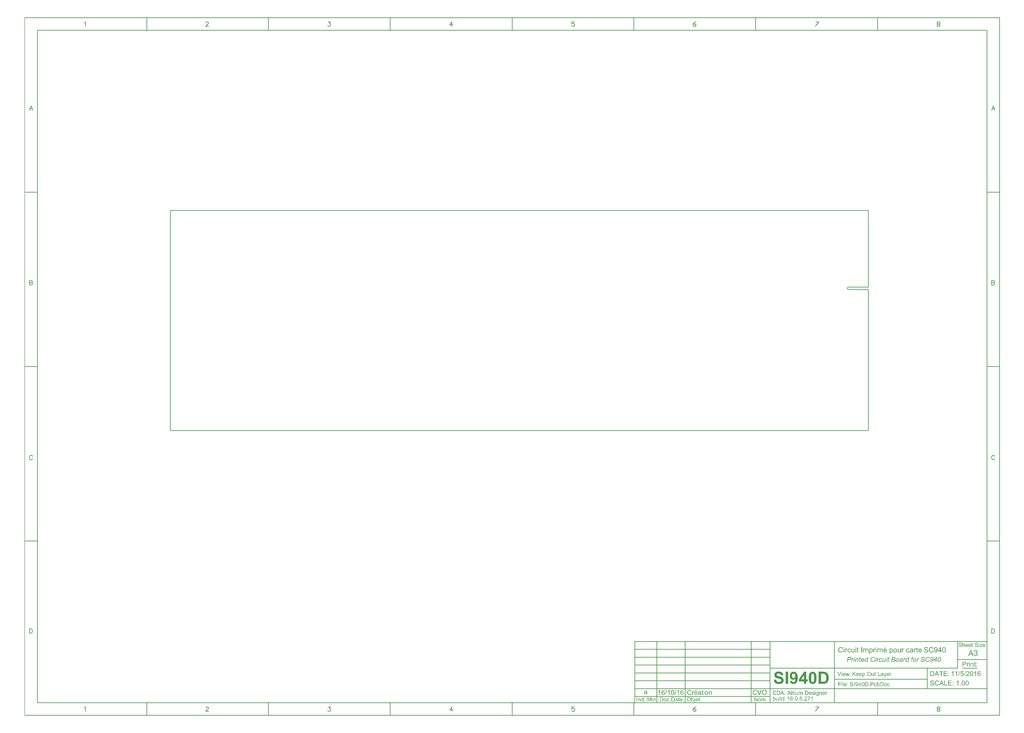
<source format=gko>
G04 Layer_Color=16711935*
%FSLAX25Y25*%
%MOIN*%
G70*
G01*
G75*
%ADD37C,0.01000*%
%ADD48C,0.00500*%
G36*
X1263962Y-372636D02*
X1263171D01*
Y-371738D01*
X1263962D01*
Y-372636D01*
D02*
G37*
G36*
X1259687Y-371640D02*
X1259755D01*
X1259921Y-371660D01*
X1260116Y-371689D01*
X1260331Y-371728D01*
X1260546Y-371786D01*
X1260751Y-371865D01*
X1260760D01*
X1260770Y-371874D01*
X1260800Y-371884D01*
X1260839Y-371904D01*
X1260936Y-371962D01*
X1261063Y-372030D01*
X1261200Y-372128D01*
X1261336Y-372245D01*
X1261473Y-372382D01*
X1261590Y-372538D01*
X1261600Y-372557D01*
X1261639Y-372616D01*
X1261688Y-372714D01*
X1261736Y-372831D01*
X1261795Y-372977D01*
X1261854Y-373153D01*
X1261893Y-373338D01*
X1261912Y-373543D01*
X1261102Y-373602D01*
Y-373592D01*
Y-373573D01*
X1261092Y-373543D01*
X1261083Y-373504D01*
X1261063Y-373397D01*
X1261024Y-373260D01*
X1260966Y-373114D01*
X1260887Y-372967D01*
X1260780Y-372821D01*
X1260653Y-372694D01*
X1260634Y-372684D01*
X1260585Y-372645D01*
X1260497Y-372597D01*
X1260380Y-372538D01*
X1260224Y-372479D01*
X1260028Y-372431D01*
X1259804Y-372392D01*
X1259540Y-372382D01*
X1259414D01*
X1259355Y-372392D01*
X1259277D01*
X1259111Y-372421D01*
X1258926Y-372450D01*
X1258740Y-372499D01*
X1258564Y-372567D01*
X1258486Y-372616D01*
X1258418Y-372665D01*
X1258408Y-372675D01*
X1258369Y-372714D01*
X1258311Y-372772D01*
X1258252Y-372860D01*
X1258184Y-372958D01*
X1258135Y-373075D01*
X1258096Y-373202D01*
X1258076Y-373348D01*
Y-373368D01*
Y-373407D01*
X1258086Y-373475D01*
X1258106Y-373553D01*
X1258135Y-373641D01*
X1258184Y-373739D01*
X1258242Y-373826D01*
X1258321Y-373914D01*
X1258330Y-373924D01*
X1258379Y-373953D01*
X1258408Y-373973D01*
X1258447Y-374002D01*
X1258506Y-374022D01*
X1258574Y-374051D01*
X1258652Y-374090D01*
X1258740Y-374129D01*
X1258838Y-374158D01*
X1258955Y-374197D01*
X1259091Y-374246D01*
X1259238Y-374285D01*
X1259404Y-374324D01*
X1259589Y-374373D01*
X1259599D01*
X1259638Y-374383D01*
X1259687Y-374392D01*
X1259755Y-374412D01*
X1259843Y-374431D01*
X1259941Y-374461D01*
X1260155Y-374510D01*
X1260390Y-374578D01*
X1260624Y-374646D01*
X1260741Y-374675D01*
X1260839Y-374714D01*
X1260936Y-374753D01*
X1261014Y-374783D01*
X1261024D01*
X1261043Y-374793D01*
X1261063Y-374812D01*
X1261102Y-374832D01*
X1261200Y-374890D01*
X1261327Y-374958D01*
X1261463Y-375056D01*
X1261600Y-375173D01*
X1261727Y-375300D01*
X1261834Y-375437D01*
X1261844Y-375456D01*
X1261873Y-375505D01*
X1261922Y-375583D01*
X1261971Y-375700D01*
X1262020Y-375827D01*
X1262068Y-375983D01*
X1262098Y-376159D01*
X1262107Y-376344D01*
Y-376354D01*
Y-376364D01*
Y-376393D01*
Y-376432D01*
X1262088Y-376530D01*
X1262068Y-376657D01*
X1262039Y-376803D01*
X1261981Y-376969D01*
X1261912Y-377145D01*
X1261815Y-377311D01*
X1261805Y-377330D01*
X1261756Y-377389D01*
X1261697Y-377467D01*
X1261600Y-377564D01*
X1261483Y-377681D01*
X1261336Y-377799D01*
X1261161Y-377906D01*
X1260966Y-378013D01*
X1260956D01*
X1260936Y-378023D01*
X1260907Y-378033D01*
X1260868Y-378052D01*
X1260819Y-378072D01*
X1260760Y-378091D01*
X1260604Y-378131D01*
X1260429Y-378179D01*
X1260214Y-378218D01*
X1259989Y-378248D01*
X1259736Y-378257D01*
X1259589D01*
X1259521Y-378248D01*
X1259433D01*
X1259336Y-378238D01*
X1259228Y-378228D01*
X1259004Y-378199D01*
X1258760Y-378150D01*
X1258516Y-378091D01*
X1258282Y-378013D01*
X1258272D01*
X1258252Y-378004D01*
X1258223Y-377984D01*
X1258184Y-377965D01*
X1258076Y-377906D01*
X1257950Y-377818D01*
X1257793Y-377711D01*
X1257647Y-377584D01*
X1257491Y-377428D01*
X1257354Y-377252D01*
Y-377242D01*
X1257345Y-377233D01*
X1257325Y-377203D01*
X1257306Y-377164D01*
X1257276Y-377115D01*
X1257247Y-377057D01*
X1257188Y-376910D01*
X1257130Y-376745D01*
X1257071Y-376540D01*
X1257032Y-376325D01*
X1257013Y-376091D01*
X1257813Y-376022D01*
Y-376032D01*
Y-376042D01*
X1257823Y-376100D01*
X1257842Y-376188D01*
X1257862Y-376305D01*
X1257901Y-376432D01*
X1257940Y-376569D01*
X1257998Y-376696D01*
X1258067Y-376823D01*
X1258076Y-376832D01*
X1258106Y-376871D01*
X1258155Y-376930D01*
X1258233Y-376998D01*
X1258321Y-377076D01*
X1258428Y-377164D01*
X1258564Y-377242D01*
X1258711Y-377320D01*
X1258721D01*
X1258730Y-377330D01*
X1258789Y-377350D01*
X1258877Y-377379D01*
X1259004Y-377408D01*
X1259140Y-377447D01*
X1259316Y-377477D01*
X1259501Y-377496D01*
X1259697Y-377506D01*
X1259775D01*
X1259872Y-377496D01*
X1259980Y-377486D01*
X1260116Y-377477D01*
X1260253Y-377447D01*
X1260399Y-377418D01*
X1260546Y-377369D01*
X1260565Y-377359D01*
X1260604Y-377340D01*
X1260673Y-377311D01*
X1260751Y-377262D01*
X1260848Y-377203D01*
X1260936Y-377135D01*
X1261024Y-377057D01*
X1261102Y-376969D01*
X1261112Y-376959D01*
X1261131Y-376920D01*
X1261161Y-376871D01*
X1261200Y-376803D01*
X1261229Y-376725D01*
X1261258Y-376627D01*
X1261278Y-376530D01*
X1261287Y-376423D01*
Y-376413D01*
Y-376374D01*
X1261278Y-376315D01*
X1261268Y-376247D01*
X1261248Y-376159D01*
X1261209Y-376071D01*
X1261170Y-375983D01*
X1261112Y-375895D01*
X1261102Y-375886D01*
X1261083Y-375856D01*
X1261034Y-375817D01*
X1260975Y-375759D01*
X1260897Y-375700D01*
X1260800Y-375642D01*
X1260673Y-375573D01*
X1260536Y-375515D01*
X1260526Y-375505D01*
X1260487Y-375495D01*
X1260409Y-375476D01*
X1260360Y-375456D01*
X1260302Y-375437D01*
X1260224Y-375417D01*
X1260146Y-375398D01*
X1260048Y-375368D01*
X1259950Y-375339D01*
X1259833Y-375310D01*
X1259697Y-375281D01*
X1259550Y-375241D01*
X1259394Y-375202D01*
X1259384D01*
X1259355Y-375193D01*
X1259306Y-375183D01*
X1259248Y-375163D01*
X1259179Y-375144D01*
X1259101Y-375124D01*
X1258916Y-375076D01*
X1258711Y-375007D01*
X1258506Y-374939D01*
X1258321Y-374871D01*
X1258233Y-374841D01*
X1258164Y-374802D01*
X1258155D01*
X1258145Y-374793D01*
X1258086Y-374753D01*
X1258008Y-374705D01*
X1257911Y-374636D01*
X1257793Y-374549D01*
X1257686Y-374451D01*
X1257579Y-374334D01*
X1257481Y-374207D01*
X1257471Y-374187D01*
X1257442Y-374139D01*
X1257413Y-374070D01*
X1257374Y-373973D01*
X1257325Y-373856D01*
X1257296Y-373719D01*
X1257266Y-373563D01*
X1257257Y-373407D01*
Y-373397D01*
Y-373387D01*
Y-373358D01*
Y-373319D01*
X1257276Y-373231D01*
X1257296Y-373114D01*
X1257325Y-372967D01*
X1257374Y-372821D01*
X1257442Y-372655D01*
X1257530Y-372499D01*
Y-372489D01*
X1257540Y-372479D01*
X1257579Y-372431D01*
X1257647Y-372353D01*
X1257735Y-372255D01*
X1257842Y-372157D01*
X1257979Y-372050D01*
X1258145Y-371943D01*
X1258330Y-371855D01*
X1258340D01*
X1258350Y-371845D01*
X1258379Y-371835D01*
X1258428Y-371816D01*
X1258477Y-371806D01*
X1258535Y-371786D01*
X1258672Y-371738D01*
X1258848Y-371699D01*
X1259043Y-371669D01*
X1259267Y-371640D01*
X1259501Y-371630D01*
X1259619D01*
X1259687Y-371640D01*
D02*
G37*
G36*
X1233803D02*
X1233872D01*
X1234038Y-371660D01*
X1234233Y-371689D01*
X1234447Y-371728D01*
X1234662Y-371786D01*
X1234867Y-371865D01*
X1234877D01*
X1234887Y-371874D01*
X1234916Y-371884D01*
X1234955Y-371904D01*
X1235053Y-371962D01*
X1235180Y-372030D01*
X1235316Y-372128D01*
X1235453Y-372245D01*
X1235590Y-372382D01*
X1235707Y-372538D01*
X1235716Y-372557D01*
X1235755Y-372616D01*
X1235804Y-372714D01*
X1235853Y-372831D01*
X1235911Y-372977D01*
X1235970Y-373153D01*
X1236009Y-373338D01*
X1236029Y-373543D01*
X1235219Y-373602D01*
Y-373592D01*
Y-373573D01*
X1235209Y-373543D01*
X1235199Y-373504D01*
X1235180Y-373397D01*
X1235141Y-373260D01*
X1235082Y-373114D01*
X1235004Y-372967D01*
X1234896Y-372821D01*
X1234770Y-372694D01*
X1234750Y-372684D01*
X1234701Y-372645D01*
X1234614Y-372597D01*
X1234496Y-372538D01*
X1234340Y-372479D01*
X1234145Y-372431D01*
X1233920Y-372392D01*
X1233657Y-372382D01*
X1233530D01*
X1233471Y-372392D01*
X1233393D01*
X1233228Y-372421D01*
X1233042Y-372450D01*
X1232857Y-372499D01*
X1232681Y-372567D01*
X1232603Y-372616D01*
X1232535Y-372665D01*
X1232525Y-372675D01*
X1232486Y-372714D01*
X1232427Y-372772D01*
X1232369Y-372860D01*
X1232300Y-372958D01*
X1232251Y-373075D01*
X1232213Y-373202D01*
X1232193Y-373348D01*
Y-373368D01*
Y-373407D01*
X1232203Y-373475D01*
X1232222Y-373553D01*
X1232251Y-373641D01*
X1232300Y-373739D01*
X1232359Y-373826D01*
X1232437Y-373914D01*
X1232447Y-373924D01*
X1232495Y-373953D01*
X1232525Y-373973D01*
X1232564Y-374002D01*
X1232622Y-374022D01*
X1232691Y-374051D01*
X1232769Y-374090D01*
X1232857Y-374129D01*
X1232954Y-374158D01*
X1233071Y-374197D01*
X1233208Y-374246D01*
X1233354Y-374285D01*
X1233520Y-374324D01*
X1233706Y-374373D01*
X1233716D01*
X1233755Y-374383D01*
X1233803Y-374392D01*
X1233872Y-374412D01*
X1233959Y-374431D01*
X1234057Y-374461D01*
X1234272Y-374510D01*
X1234506Y-374578D01*
X1234740Y-374646D01*
X1234857Y-374675D01*
X1234955Y-374714D01*
X1235053Y-374753D01*
X1235131Y-374783D01*
X1235141D01*
X1235160Y-374793D01*
X1235180Y-374812D01*
X1235219Y-374832D01*
X1235316Y-374890D01*
X1235443Y-374958D01*
X1235580Y-375056D01*
X1235716Y-375173D01*
X1235843Y-375300D01*
X1235951Y-375437D01*
X1235960Y-375456D01*
X1235990Y-375505D01*
X1236038Y-375583D01*
X1236087Y-375700D01*
X1236136Y-375827D01*
X1236185Y-375983D01*
X1236214Y-376159D01*
X1236224Y-376344D01*
Y-376354D01*
Y-376364D01*
Y-376393D01*
Y-376432D01*
X1236204Y-376530D01*
X1236185Y-376657D01*
X1236156Y-376803D01*
X1236097Y-376969D01*
X1236029Y-377145D01*
X1235931Y-377311D01*
X1235921Y-377330D01*
X1235872Y-377389D01*
X1235814Y-377467D01*
X1235716Y-377564D01*
X1235599Y-377681D01*
X1235453Y-377799D01*
X1235277Y-377906D01*
X1235082Y-378013D01*
X1235072D01*
X1235053Y-378023D01*
X1235023Y-378033D01*
X1234984Y-378052D01*
X1234935Y-378072D01*
X1234877Y-378091D01*
X1234721Y-378131D01*
X1234545Y-378179D01*
X1234330Y-378218D01*
X1234106Y-378248D01*
X1233852Y-378257D01*
X1233706D01*
X1233637Y-378248D01*
X1233550D01*
X1233452Y-378238D01*
X1233345Y-378228D01*
X1233120Y-378199D01*
X1232876Y-378150D01*
X1232632Y-378091D01*
X1232398Y-378013D01*
X1232388D01*
X1232369Y-378004D01*
X1232339Y-377984D01*
X1232300Y-377965D01*
X1232193Y-377906D01*
X1232066Y-377818D01*
X1231910Y-377711D01*
X1231763Y-377584D01*
X1231607Y-377428D01*
X1231471Y-377252D01*
Y-377242D01*
X1231461Y-377233D01*
X1231441Y-377203D01*
X1231422Y-377164D01*
X1231393Y-377115D01*
X1231363Y-377057D01*
X1231305Y-376910D01*
X1231246Y-376745D01*
X1231188Y-376540D01*
X1231149Y-376325D01*
X1231129Y-376091D01*
X1231929Y-376022D01*
Y-376032D01*
Y-376042D01*
X1231939Y-376100D01*
X1231959Y-376188D01*
X1231978Y-376305D01*
X1232017Y-376432D01*
X1232056Y-376569D01*
X1232115Y-376696D01*
X1232183Y-376823D01*
X1232193Y-376832D01*
X1232222Y-376871D01*
X1232271Y-376930D01*
X1232349Y-376998D01*
X1232437Y-377076D01*
X1232544Y-377164D01*
X1232681Y-377242D01*
X1232827Y-377320D01*
X1232837D01*
X1232847Y-377330D01*
X1232905Y-377350D01*
X1232993Y-377379D01*
X1233120Y-377408D01*
X1233257Y-377447D01*
X1233432Y-377477D01*
X1233618Y-377496D01*
X1233813Y-377506D01*
X1233891D01*
X1233989Y-377496D01*
X1234096Y-377486D01*
X1234233Y-377477D01*
X1234369Y-377447D01*
X1234516Y-377418D01*
X1234662Y-377369D01*
X1234682Y-377359D01*
X1234721Y-377340D01*
X1234789Y-377311D01*
X1234867Y-377262D01*
X1234965Y-377203D01*
X1235053Y-377135D01*
X1235141Y-377057D01*
X1235219Y-376969D01*
X1235228Y-376959D01*
X1235248Y-376920D01*
X1235277Y-376871D01*
X1235316Y-376803D01*
X1235345Y-376725D01*
X1235375Y-376627D01*
X1235394Y-376530D01*
X1235404Y-376423D01*
Y-376413D01*
Y-376374D01*
X1235394Y-376315D01*
X1235384Y-376247D01*
X1235365Y-376159D01*
X1235326Y-376071D01*
X1235287Y-375983D01*
X1235228Y-375895D01*
X1235219Y-375886D01*
X1235199Y-375856D01*
X1235150Y-375817D01*
X1235092Y-375759D01*
X1235014Y-375700D01*
X1234916Y-375642D01*
X1234789Y-375573D01*
X1234653Y-375515D01*
X1234643Y-375505D01*
X1234604Y-375495D01*
X1234526Y-375476D01*
X1234477Y-375456D01*
X1234418Y-375437D01*
X1234340Y-375417D01*
X1234262Y-375398D01*
X1234165Y-375368D01*
X1234067Y-375339D01*
X1233950Y-375310D01*
X1233813Y-375281D01*
X1233667Y-375241D01*
X1233511Y-375202D01*
X1233501D01*
X1233471Y-375193D01*
X1233423Y-375183D01*
X1233364Y-375163D01*
X1233296Y-375144D01*
X1233218Y-375124D01*
X1233032Y-375076D01*
X1232827Y-375007D01*
X1232622Y-374939D01*
X1232437Y-374871D01*
X1232349Y-374841D01*
X1232281Y-374802D01*
X1232271D01*
X1232261Y-374793D01*
X1232203Y-374753D01*
X1232125Y-374705D01*
X1232027Y-374636D01*
X1231910Y-374549D01*
X1231803Y-374451D01*
X1231695Y-374334D01*
X1231598Y-374207D01*
X1231588Y-374187D01*
X1231559Y-374139D01*
X1231529Y-374070D01*
X1231490Y-373973D01*
X1231441Y-373856D01*
X1231412Y-373719D01*
X1231383Y-373563D01*
X1231373Y-373407D01*
Y-373397D01*
Y-373387D01*
Y-373358D01*
Y-373319D01*
X1231393Y-373231D01*
X1231412Y-373114D01*
X1231441Y-372967D01*
X1231490Y-372821D01*
X1231559Y-372655D01*
X1231646Y-372499D01*
Y-372489D01*
X1231656Y-372479D01*
X1231695Y-372431D01*
X1231763Y-372353D01*
X1231851Y-372255D01*
X1231959Y-372157D01*
X1232095Y-372050D01*
X1232261Y-371943D01*
X1232447Y-371855D01*
X1232456D01*
X1232466Y-371845D01*
X1232495Y-371835D01*
X1232544Y-371816D01*
X1232593Y-371806D01*
X1232652Y-371786D01*
X1232788Y-371738D01*
X1232964Y-371699D01*
X1233159Y-371669D01*
X1233384Y-371640D01*
X1233618Y-371630D01*
X1233735D01*
X1233803Y-371640D01*
D02*
G37*
G36*
X1268705Y-374022D02*
X1266187Y-376979D01*
X1265699Y-377525D01*
X1265748D01*
X1265787Y-377516D01*
X1265894Y-377506D01*
X1266021Y-377496D01*
X1266177D01*
X1266343Y-377486D01*
X1266695Y-377477D01*
X1268842D01*
Y-378150D01*
X1264733D01*
Y-377516D01*
X1267690Y-374109D01*
X1267602D01*
X1267514Y-374119D01*
X1267387D01*
X1267251Y-374129D01*
X1267105D01*
X1266948Y-374139D01*
X1264909D01*
Y-373504D01*
X1268705D01*
Y-374022D01*
D02*
G37*
G36*
X1263962Y-378150D02*
X1263171D01*
Y-373504D01*
X1263962D01*
Y-378150D01*
D02*
G37*
G36*
X1238068Y-374031D02*
X1238078Y-374022D01*
X1238098Y-374002D01*
X1238127Y-373973D01*
X1238166Y-373934D01*
X1238225Y-373885D01*
X1238283Y-373826D01*
X1238361Y-373778D01*
X1238449Y-373709D01*
X1238547Y-373651D01*
X1238644Y-373602D01*
X1238888Y-373495D01*
X1239015Y-373455D01*
X1239152Y-373426D01*
X1239298Y-373407D01*
X1239454Y-373397D01*
X1239542D01*
X1239640Y-373407D01*
X1239757Y-373426D01*
X1239894Y-373446D01*
X1240040Y-373485D01*
X1240196Y-373534D01*
X1240343Y-373602D01*
X1240362Y-373612D01*
X1240401Y-373641D01*
X1240469Y-373690D01*
X1240557Y-373748D01*
X1240645Y-373826D01*
X1240733Y-373924D01*
X1240821Y-374041D01*
X1240889Y-374168D01*
X1240899Y-374187D01*
X1240918Y-374236D01*
X1240938Y-374314D01*
X1240977Y-374431D01*
X1241006Y-374578D01*
X1241026Y-374763D01*
X1241045Y-374968D01*
X1241055Y-375212D01*
Y-378150D01*
X1240265D01*
Y-375202D01*
Y-375193D01*
Y-375173D01*
Y-375144D01*
Y-375105D01*
X1240255Y-375007D01*
X1240235Y-374871D01*
X1240196Y-374734D01*
X1240157Y-374597D01*
X1240089Y-374461D01*
X1240001Y-374344D01*
X1239991Y-374334D01*
X1239952Y-374305D01*
X1239894Y-374256D01*
X1239816Y-374207D01*
X1239718Y-374158D01*
X1239591Y-374109D01*
X1239454Y-374080D01*
X1239289Y-374070D01*
X1239230D01*
X1239162Y-374080D01*
X1239074Y-374090D01*
X1238976Y-374119D01*
X1238859Y-374148D01*
X1238742Y-374197D01*
X1238625Y-374256D01*
X1238615Y-374266D01*
X1238576Y-374285D01*
X1238527Y-374334D01*
X1238459Y-374383D01*
X1238391Y-374461D01*
X1238313Y-374539D01*
X1238254Y-374646D01*
X1238195Y-374753D01*
X1238186Y-374763D01*
X1238176Y-374812D01*
X1238156Y-374880D01*
X1238137Y-374978D01*
X1238107Y-375105D01*
X1238088Y-375251D01*
X1238078Y-375417D01*
X1238068Y-375612D01*
Y-378150D01*
X1237278D01*
Y-371738D01*
X1238068D01*
Y-374031D01*
D02*
G37*
G36*
X1253138Y-373504D02*
X1253928D01*
Y-374119D01*
X1253138D01*
Y-376842D01*
Y-376852D01*
Y-376891D01*
Y-376950D01*
X1253148Y-377018D01*
X1253158Y-377164D01*
X1253167Y-377223D01*
X1253177Y-377272D01*
X1253187Y-377291D01*
X1253206Y-377330D01*
X1253245Y-377379D01*
X1253304Y-377428D01*
X1253323Y-377437D01*
X1253372Y-377447D01*
X1253460Y-377467D01*
X1253577Y-377477D01*
X1253675D01*
X1253724Y-377467D01*
X1253782D01*
X1253928Y-377447D01*
X1254036Y-378140D01*
X1254016D01*
X1253977Y-378150D01*
X1253919Y-378160D01*
X1253831Y-378169D01*
X1253743Y-378189D01*
X1253645Y-378199D01*
X1253440Y-378209D01*
X1253372D01*
X1253294Y-378199D01*
X1253197Y-378189D01*
X1253089Y-378179D01*
X1252972Y-378150D01*
X1252865Y-378121D01*
X1252767Y-378082D01*
X1252757Y-378072D01*
X1252728Y-378052D01*
X1252689Y-378023D01*
X1252640Y-377984D01*
X1252582Y-377935D01*
X1252533Y-377877D01*
X1252474Y-377808D01*
X1252435Y-377730D01*
Y-377721D01*
X1252425Y-377681D01*
X1252406Y-377623D01*
X1252396Y-377525D01*
X1252377Y-377398D01*
X1252367Y-377330D01*
X1252357Y-377242D01*
Y-377145D01*
X1252347Y-377037D01*
Y-376920D01*
Y-376793D01*
Y-374119D01*
X1251762D01*
Y-373504D01*
X1252347D01*
Y-372362D01*
X1253138Y-371884D01*
Y-373504D01*
D02*
G37*
G36*
X1271692Y-373407D02*
X1271770Y-373416D01*
X1271867Y-373426D01*
X1271965Y-373446D01*
X1272082Y-373475D01*
X1272316Y-373553D01*
X1272443Y-373602D01*
X1272570Y-373670D01*
X1272697Y-373739D01*
X1272824Y-373826D01*
X1272941Y-373924D01*
X1273058Y-374041D01*
X1273068Y-374051D01*
X1273087Y-374070D01*
X1273117Y-374109D01*
X1273156Y-374158D01*
X1273195Y-374226D01*
X1273244Y-374305D01*
X1273302Y-374392D01*
X1273361Y-374500D01*
X1273409Y-374627D01*
X1273468Y-374753D01*
X1273517Y-374900D01*
X1273566Y-375066D01*
X1273595Y-375232D01*
X1273624Y-375417D01*
X1273644Y-375612D01*
X1273653Y-375827D01*
Y-375837D01*
Y-375876D01*
Y-375944D01*
X1273644Y-376032D01*
X1270189D01*
Y-376042D01*
Y-376061D01*
X1270198Y-376110D01*
Y-376159D01*
X1270208Y-376227D01*
X1270218Y-376296D01*
X1270257Y-376471D01*
X1270315Y-376657D01*
X1270384Y-376852D01*
X1270491Y-377047D01*
X1270618Y-377213D01*
X1270638Y-377233D01*
X1270686Y-377272D01*
X1270774Y-377340D01*
X1270882Y-377408D01*
X1271028Y-377486D01*
X1271194Y-377555D01*
X1271379Y-377594D01*
X1271584Y-377613D01*
X1271662D01*
X1271741Y-377603D01*
X1271838Y-377584D01*
X1271955Y-377555D01*
X1272082Y-377516D01*
X1272209Y-377467D01*
X1272326Y-377389D01*
X1272336Y-377379D01*
X1272375Y-377340D01*
X1272433Y-377291D01*
X1272502Y-377203D01*
X1272580Y-377106D01*
X1272658Y-376979D01*
X1272736Y-376823D01*
X1272814Y-376647D01*
X1273624Y-376754D01*
Y-376764D01*
X1273614Y-376784D01*
X1273605Y-376823D01*
X1273585Y-376871D01*
X1273566Y-376930D01*
X1273536Y-376998D01*
X1273458Y-377164D01*
X1273361Y-377340D01*
X1273244Y-377525D01*
X1273087Y-377711D01*
X1272912Y-377867D01*
X1272902D01*
X1272892Y-377887D01*
X1272863Y-377906D01*
X1272814Y-377925D01*
X1272765Y-377955D01*
X1272707Y-377994D01*
X1272638Y-378023D01*
X1272551Y-378062D01*
X1272365Y-378131D01*
X1272131Y-378199D01*
X1271877Y-378238D01*
X1271584Y-378257D01*
X1271487D01*
X1271418Y-378248D01*
X1271331Y-378238D01*
X1271233Y-378228D01*
X1271126Y-378209D01*
X1270999Y-378179D01*
X1270745Y-378101D01*
X1270608Y-378052D01*
X1270481Y-377994D01*
X1270345Y-377925D01*
X1270218Y-377838D01*
X1270091Y-377740D01*
X1269974Y-377633D01*
X1269964Y-377623D01*
X1269945Y-377603D01*
X1269915Y-377564D01*
X1269886Y-377516D01*
X1269837Y-377457D01*
X1269788Y-377379D01*
X1269730Y-377281D01*
X1269681Y-377174D01*
X1269623Y-377057D01*
X1269564Y-376930D01*
X1269515Y-376784D01*
X1269476Y-376627D01*
X1269437Y-376462D01*
X1269408Y-376276D01*
X1269388Y-376081D01*
X1269379Y-375876D01*
Y-375866D01*
Y-375827D01*
Y-375759D01*
X1269388Y-375681D01*
X1269398Y-375583D01*
X1269408Y-375466D01*
X1269427Y-375339D01*
X1269457Y-375202D01*
X1269525Y-374910D01*
X1269574Y-374763D01*
X1269632Y-374607D01*
X1269701Y-374461D01*
X1269779Y-374314D01*
X1269867Y-374178D01*
X1269974Y-374051D01*
X1269984Y-374041D01*
X1270003Y-374022D01*
X1270033Y-373992D01*
X1270081Y-373943D01*
X1270140Y-373895D01*
X1270218Y-373846D01*
X1270296Y-373787D01*
X1270394Y-373719D01*
X1270501Y-373660D01*
X1270618Y-373602D01*
X1270745Y-373553D01*
X1270891Y-373495D01*
X1271038Y-373455D01*
X1271194Y-373426D01*
X1271360Y-373407D01*
X1271535Y-373397D01*
X1271623D01*
X1271692Y-373407D01*
D02*
G37*
G36*
X1249292D02*
X1249371Y-373416D01*
X1249468Y-373426D01*
X1249566Y-373446D01*
X1249683Y-373475D01*
X1249917Y-373553D01*
X1250044Y-373602D01*
X1250171Y-373670D01*
X1250298Y-373739D01*
X1250425Y-373826D01*
X1250542Y-373924D01*
X1250659Y-374041D01*
X1250669Y-374051D01*
X1250688Y-374070D01*
X1250717Y-374109D01*
X1250756Y-374158D01*
X1250795Y-374226D01*
X1250844Y-374305D01*
X1250903Y-374392D01*
X1250961Y-374500D01*
X1251010Y-374627D01*
X1251069Y-374753D01*
X1251118Y-374900D01*
X1251166Y-375066D01*
X1251196Y-375232D01*
X1251225Y-375417D01*
X1251245Y-375612D01*
X1251254Y-375827D01*
Y-375837D01*
Y-375876D01*
Y-375944D01*
X1251245Y-376032D01*
X1247789D01*
Y-376042D01*
Y-376061D01*
X1247799Y-376110D01*
Y-376159D01*
X1247809Y-376227D01*
X1247819Y-376296D01*
X1247858Y-376471D01*
X1247916Y-376657D01*
X1247985Y-376852D01*
X1248092Y-377047D01*
X1248219Y-377213D01*
X1248238Y-377233D01*
X1248287Y-377272D01*
X1248375Y-377340D01*
X1248482Y-377408D01*
X1248629Y-377486D01*
X1248795Y-377555D01*
X1248980Y-377594D01*
X1249185Y-377613D01*
X1249263D01*
X1249341Y-377603D01*
X1249439Y-377584D01*
X1249556Y-377555D01*
X1249683Y-377516D01*
X1249810Y-377467D01*
X1249927Y-377389D01*
X1249937Y-377379D01*
X1249976Y-377340D01*
X1250034Y-377291D01*
X1250103Y-377203D01*
X1250181Y-377106D01*
X1250259Y-376979D01*
X1250337Y-376823D01*
X1250415Y-376647D01*
X1251225Y-376754D01*
Y-376764D01*
X1251215Y-376784D01*
X1251206Y-376823D01*
X1251186Y-376871D01*
X1251166Y-376930D01*
X1251137Y-376998D01*
X1251059Y-377164D01*
X1250961Y-377340D01*
X1250844Y-377525D01*
X1250688Y-377711D01*
X1250513Y-377867D01*
X1250503D01*
X1250493Y-377887D01*
X1250464Y-377906D01*
X1250415Y-377925D01*
X1250366Y-377955D01*
X1250307Y-377994D01*
X1250239Y-378023D01*
X1250151Y-378062D01*
X1249966Y-378131D01*
X1249732Y-378199D01*
X1249478Y-378238D01*
X1249185Y-378257D01*
X1249088D01*
X1249019Y-378248D01*
X1248931Y-378238D01*
X1248834Y-378228D01*
X1248726Y-378209D01*
X1248600Y-378179D01*
X1248346Y-378101D01*
X1248209Y-378052D01*
X1248082Y-377994D01*
X1247946Y-377925D01*
X1247819Y-377838D01*
X1247692Y-377740D01*
X1247575Y-377633D01*
X1247565Y-377623D01*
X1247545Y-377603D01*
X1247516Y-377564D01*
X1247487Y-377516D01*
X1247438Y-377457D01*
X1247389Y-377379D01*
X1247331Y-377281D01*
X1247282Y-377174D01*
X1247223Y-377057D01*
X1247165Y-376930D01*
X1247116Y-376784D01*
X1247077Y-376627D01*
X1247038Y-376462D01*
X1247009Y-376276D01*
X1246989Y-376081D01*
X1246979Y-375876D01*
Y-375866D01*
Y-375827D01*
Y-375759D01*
X1246989Y-375681D01*
X1246999Y-375583D01*
X1247009Y-375466D01*
X1247028Y-375339D01*
X1247058Y-375202D01*
X1247126Y-374910D01*
X1247175Y-374763D01*
X1247233Y-374607D01*
X1247301Y-374461D01*
X1247379Y-374314D01*
X1247467Y-374178D01*
X1247575Y-374051D01*
X1247585Y-374041D01*
X1247604Y-374022D01*
X1247633Y-373992D01*
X1247682Y-373943D01*
X1247741Y-373895D01*
X1247819Y-373846D01*
X1247897Y-373787D01*
X1247994Y-373719D01*
X1248102Y-373660D01*
X1248219Y-373602D01*
X1248346Y-373553D01*
X1248492Y-373495D01*
X1248639Y-373455D01*
X1248795Y-373426D01*
X1248961Y-373407D01*
X1249136Y-373397D01*
X1249224D01*
X1249292Y-373407D01*
D02*
G37*
G36*
X1244315D02*
X1244393Y-373416D01*
X1244491Y-373426D01*
X1244588Y-373446D01*
X1244705Y-373475D01*
X1244940Y-373553D01*
X1245066Y-373602D01*
X1245193Y-373670D01*
X1245320Y-373739D01*
X1245447Y-373826D01*
X1245564Y-373924D01*
X1245681Y-374041D01*
X1245691Y-374051D01*
X1245711Y-374070D01*
X1245740Y-374109D01*
X1245779Y-374158D01*
X1245818Y-374226D01*
X1245867Y-374305D01*
X1245925Y-374392D01*
X1245984Y-374500D01*
X1246033Y-374627D01*
X1246091Y-374753D01*
X1246140Y-374900D01*
X1246189Y-375066D01*
X1246218Y-375232D01*
X1246247Y-375417D01*
X1246267Y-375612D01*
X1246277Y-375827D01*
Y-375837D01*
Y-375876D01*
Y-375944D01*
X1246267Y-376032D01*
X1242812D01*
Y-376042D01*
Y-376061D01*
X1242822Y-376110D01*
Y-376159D01*
X1242831Y-376227D01*
X1242841Y-376296D01*
X1242880Y-376471D01*
X1242939Y-376657D01*
X1243007Y-376852D01*
X1243114Y-377047D01*
X1243241Y-377213D01*
X1243261Y-377233D01*
X1243310Y-377272D01*
X1243398Y-377340D01*
X1243505Y-377408D01*
X1243651Y-377486D01*
X1243817Y-377555D01*
X1244003Y-377594D01*
X1244207Y-377613D01*
X1244286D01*
X1244364Y-377603D01*
X1244461Y-377584D01*
X1244578Y-377555D01*
X1244705Y-377516D01*
X1244832Y-377467D01*
X1244949Y-377389D01*
X1244959Y-377379D01*
X1244998Y-377340D01*
X1245057Y-377291D01*
X1245125Y-377203D01*
X1245203Y-377106D01*
X1245281Y-376979D01*
X1245359Y-376823D01*
X1245437Y-376647D01*
X1246247Y-376754D01*
Y-376764D01*
X1246238Y-376784D01*
X1246228Y-376823D01*
X1246208Y-376871D01*
X1246189Y-376930D01*
X1246159Y-376998D01*
X1246082Y-377164D01*
X1245984Y-377340D01*
X1245867Y-377525D01*
X1245711Y-377711D01*
X1245535Y-377867D01*
X1245525D01*
X1245515Y-377887D01*
X1245486Y-377906D01*
X1245437Y-377925D01*
X1245389Y-377955D01*
X1245330Y-377994D01*
X1245262Y-378023D01*
X1245174Y-378062D01*
X1244988Y-378131D01*
X1244754Y-378199D01*
X1244500Y-378238D01*
X1244207Y-378257D01*
X1244110D01*
X1244042Y-378248D01*
X1243954Y-378238D01*
X1243856Y-378228D01*
X1243749Y-378209D01*
X1243622Y-378179D01*
X1243368Y-378101D01*
X1243231Y-378052D01*
X1243105Y-377994D01*
X1242968Y-377925D01*
X1242841Y-377838D01*
X1242714Y-377740D01*
X1242597Y-377633D01*
X1242587Y-377623D01*
X1242568Y-377603D01*
X1242539Y-377564D01*
X1242509Y-377516D01*
X1242461Y-377457D01*
X1242412Y-377379D01*
X1242353Y-377281D01*
X1242304Y-377174D01*
X1242246Y-377057D01*
X1242187Y-376930D01*
X1242138Y-376784D01*
X1242099Y-376627D01*
X1242060Y-376462D01*
X1242031Y-376276D01*
X1242012Y-376081D01*
X1242002Y-375876D01*
Y-375866D01*
Y-375827D01*
Y-375759D01*
X1242012Y-375681D01*
X1242021Y-375583D01*
X1242031Y-375466D01*
X1242051Y-375339D01*
X1242080Y-375202D01*
X1242148Y-374910D01*
X1242197Y-374763D01*
X1242255Y-374607D01*
X1242324Y-374461D01*
X1242402Y-374314D01*
X1242490Y-374178D01*
X1242597Y-374051D01*
X1242607Y-374041D01*
X1242626Y-374022D01*
X1242656Y-373992D01*
X1242704Y-373943D01*
X1242763Y-373895D01*
X1242841Y-373846D01*
X1242919Y-373787D01*
X1243017Y-373719D01*
X1243124Y-373660D01*
X1243241Y-373602D01*
X1243368Y-373553D01*
X1243515Y-373495D01*
X1243661Y-373455D01*
X1243817Y-373426D01*
X1243983Y-373407D01*
X1244159Y-373397D01*
X1244247D01*
X1244315Y-373407D01*
D02*
G37*
G36*
X1100588Y-379730D02*
X1099560D01*
Y-378563D01*
X1100588D01*
Y-379730D01*
D02*
G37*
G36*
X1068254D02*
X1067226D01*
Y-378563D01*
X1068254D01*
Y-379730D01*
D02*
G37*
G36*
X1049498D02*
X1048470D01*
Y-378563D01*
X1049498D01*
Y-379730D01*
D02*
G37*
G36*
X1114319Y-380111D02*
X1113468D01*
X1114230Y-378525D01*
X1115575D01*
X1114319Y-380111D01*
D02*
G37*
G36*
X1179606Y-378436D02*
X1179695D01*
X1179911Y-378461D01*
X1180165Y-378499D01*
X1180444Y-378550D01*
X1180723Y-378626D01*
X1180989Y-378728D01*
X1181002D01*
X1181015Y-378740D01*
X1181053Y-378753D01*
X1181104Y-378778D01*
X1181231Y-378854D01*
X1181396Y-378943D01*
X1181573Y-379070D01*
X1181751Y-379223D01*
X1181929Y-379400D01*
X1182081Y-379603D01*
X1182093Y-379629D01*
X1182144Y-379705D01*
X1182208Y-379832D01*
X1182271Y-379984D01*
X1182347Y-380174D01*
X1182423Y-380403D01*
X1182474Y-380644D01*
X1182500Y-380910D01*
X1181446Y-380986D01*
Y-380974D01*
Y-380948D01*
X1181433Y-380910D01*
X1181421Y-380860D01*
X1181396Y-380720D01*
X1181345Y-380542D01*
X1181269Y-380352D01*
X1181167Y-380162D01*
X1181028Y-379971D01*
X1180863Y-379806D01*
X1180837Y-379794D01*
X1180774Y-379743D01*
X1180659Y-379679D01*
X1180507Y-379603D01*
X1180304Y-379527D01*
X1180050Y-379464D01*
X1179758Y-379413D01*
X1179416Y-379400D01*
X1179251D01*
X1179175Y-379413D01*
X1179073D01*
X1178858Y-379451D01*
X1178616Y-379489D01*
X1178375Y-379553D01*
X1178147Y-379641D01*
X1178045Y-379705D01*
X1177956Y-379768D01*
X1177944Y-379781D01*
X1177893Y-379832D01*
X1177817Y-379908D01*
X1177741Y-380022D01*
X1177652Y-380149D01*
X1177588Y-380301D01*
X1177538Y-380466D01*
X1177512Y-380657D01*
Y-380682D01*
Y-380733D01*
X1177525Y-380821D01*
X1177550Y-380923D01*
X1177588Y-381037D01*
X1177652Y-381164D01*
X1177728Y-381278D01*
X1177830Y-381393D01*
X1177842Y-381405D01*
X1177906Y-381443D01*
X1177944Y-381469D01*
X1177995Y-381507D01*
X1178071Y-381532D01*
X1178160Y-381570D01*
X1178261Y-381621D01*
X1178375Y-381672D01*
X1178502Y-381710D01*
X1178654Y-381761D01*
X1178832Y-381824D01*
X1179023Y-381875D01*
X1179238Y-381926D01*
X1179479Y-381989D01*
X1179492D01*
X1179543Y-382002D01*
X1179606Y-382014D01*
X1179695Y-382040D01*
X1179809Y-382065D01*
X1179936Y-382103D01*
X1180215Y-382167D01*
X1180520Y-382256D01*
X1180824Y-382344D01*
X1180977Y-382382D01*
X1181104Y-382433D01*
X1181231Y-382484D01*
X1181332Y-382522D01*
X1181345D01*
X1181370Y-382535D01*
X1181396Y-382560D01*
X1181446Y-382585D01*
X1181573Y-382662D01*
X1181738Y-382750D01*
X1181916Y-382877D01*
X1182093Y-383030D01*
X1182258Y-383194D01*
X1182398Y-383372D01*
X1182411Y-383398D01*
X1182449Y-383461D01*
X1182512Y-383562D01*
X1182576Y-383715D01*
X1182639Y-383880D01*
X1182703Y-384083D01*
X1182741Y-384311D01*
X1182753Y-384552D01*
Y-384565D01*
Y-384578D01*
Y-384616D01*
Y-384667D01*
X1182728Y-384793D01*
X1182703Y-384958D01*
X1182664Y-385149D01*
X1182588Y-385365D01*
X1182500Y-385593D01*
X1182373Y-385809D01*
X1182360Y-385834D01*
X1182296Y-385910D01*
X1182220Y-386012D01*
X1182093Y-386139D01*
X1181941Y-386291D01*
X1181751Y-386443D01*
X1181522Y-386583D01*
X1181269Y-386722D01*
X1181256D01*
X1181231Y-386735D01*
X1181192Y-386748D01*
X1181142Y-386773D01*
X1181078Y-386799D01*
X1181002Y-386824D01*
X1180799Y-386875D01*
X1180571Y-386938D01*
X1180291Y-386989D01*
X1180000Y-387027D01*
X1179670Y-387040D01*
X1179479D01*
X1179391Y-387027D01*
X1179276D01*
X1179149Y-387014D01*
X1179010Y-387001D01*
X1178718Y-386964D01*
X1178401Y-386900D01*
X1178083Y-386824D01*
X1177779Y-386722D01*
X1177766D01*
X1177741Y-386710D01*
X1177703Y-386684D01*
X1177652Y-386659D01*
X1177512Y-386583D01*
X1177347Y-386469D01*
X1177144Y-386329D01*
X1176954Y-386164D01*
X1176751Y-385961D01*
X1176573Y-385733D01*
Y-385720D01*
X1176561Y-385707D01*
X1176535Y-385669D01*
X1176510Y-385618D01*
X1176472Y-385555D01*
X1176434Y-385479D01*
X1176358Y-385288D01*
X1176281Y-385073D01*
X1176205Y-384806D01*
X1176155Y-384527D01*
X1176129Y-384222D01*
X1177170Y-384134D01*
Y-384146D01*
Y-384159D01*
X1177182Y-384235D01*
X1177208Y-384349D01*
X1177233Y-384502D01*
X1177284Y-384667D01*
X1177335Y-384844D01*
X1177411Y-385009D01*
X1177500Y-385174D01*
X1177512Y-385187D01*
X1177550Y-385238D01*
X1177614Y-385314D01*
X1177715Y-385403D01*
X1177830Y-385504D01*
X1177969Y-385618D01*
X1178147Y-385720D01*
X1178337Y-385821D01*
X1178350D01*
X1178363Y-385834D01*
X1178439Y-385859D01*
X1178553Y-385897D01*
X1178718Y-385936D01*
X1178896Y-385986D01*
X1179124Y-386024D01*
X1179365Y-386050D01*
X1179619Y-386063D01*
X1179720D01*
X1179847Y-386050D01*
X1179987Y-386037D01*
X1180165Y-386024D01*
X1180342Y-385986D01*
X1180533Y-385948D01*
X1180723Y-385885D01*
X1180748Y-385872D01*
X1180799Y-385847D01*
X1180888Y-385809D01*
X1180989Y-385745D01*
X1181116Y-385669D01*
X1181231Y-385580D01*
X1181345Y-385479D01*
X1181446Y-385365D01*
X1181459Y-385352D01*
X1181484Y-385301D01*
X1181522Y-385238D01*
X1181573Y-385149D01*
X1181611Y-385047D01*
X1181649Y-384920D01*
X1181675Y-384793D01*
X1181687Y-384654D01*
Y-384641D01*
Y-384590D01*
X1181675Y-384514D01*
X1181662Y-384425D01*
X1181637Y-384311D01*
X1181586Y-384197D01*
X1181535Y-384083D01*
X1181459Y-383969D01*
X1181446Y-383956D01*
X1181421Y-383918D01*
X1181357Y-383867D01*
X1181281Y-383791D01*
X1181180Y-383715D01*
X1181053Y-383639D01*
X1180888Y-383550D01*
X1180710Y-383474D01*
X1180698Y-383461D01*
X1180647Y-383448D01*
X1180545Y-383423D01*
X1180482Y-383398D01*
X1180406Y-383372D01*
X1180304Y-383347D01*
X1180203Y-383321D01*
X1180076Y-383283D01*
X1179949Y-383245D01*
X1179797Y-383207D01*
X1179619Y-383169D01*
X1179428Y-383118D01*
X1179226Y-383068D01*
X1179213D01*
X1179175Y-383055D01*
X1179111Y-383042D01*
X1179035Y-383017D01*
X1178946Y-382992D01*
X1178845Y-382966D01*
X1178604Y-382903D01*
X1178337Y-382814D01*
X1178071Y-382725D01*
X1177830Y-382636D01*
X1177715Y-382598D01*
X1177627Y-382547D01*
X1177614D01*
X1177601Y-382535D01*
X1177525Y-382484D01*
X1177423Y-382420D01*
X1177297Y-382332D01*
X1177144Y-382217D01*
X1177005Y-382090D01*
X1176865Y-381938D01*
X1176738Y-381773D01*
X1176726Y-381748D01*
X1176688Y-381684D01*
X1176649Y-381596D01*
X1176599Y-381469D01*
X1176535Y-381316D01*
X1176497Y-381139D01*
X1176459Y-380936D01*
X1176446Y-380733D01*
Y-380720D01*
Y-380707D01*
Y-380669D01*
Y-380618D01*
X1176472Y-380504D01*
X1176497Y-380352D01*
X1176535Y-380162D01*
X1176599Y-379971D01*
X1176688Y-379755D01*
X1176802Y-379553D01*
Y-379540D01*
X1176814Y-379527D01*
X1176865Y-379464D01*
X1176954Y-379362D01*
X1177068Y-379235D01*
X1177208Y-379108D01*
X1177385Y-378969D01*
X1177601Y-378829D01*
X1177842Y-378715D01*
X1177855D01*
X1177868Y-378702D01*
X1177906Y-378690D01*
X1177969Y-378664D01*
X1178033Y-378651D01*
X1178109Y-378626D01*
X1178286Y-378563D01*
X1178515Y-378512D01*
X1178769Y-378474D01*
X1179060Y-378436D01*
X1179365Y-378423D01*
X1179517D01*
X1179606Y-378436D01*
D02*
G37*
G36*
X1188083D02*
X1188185Y-378449D01*
X1188311Y-378461D01*
X1188451Y-378474D01*
X1188603Y-378499D01*
X1188933Y-378575D01*
X1189289Y-378690D01*
X1189466Y-378766D01*
X1189644Y-378854D01*
X1189809Y-378956D01*
X1189974Y-379070D01*
X1189987Y-379083D01*
X1190012Y-379096D01*
X1190050Y-379134D01*
X1190114Y-379185D01*
X1190177Y-379248D01*
X1190266Y-379337D01*
X1190355Y-379426D01*
X1190443Y-379527D01*
X1190545Y-379654D01*
X1190634Y-379781D01*
X1190735Y-379933D01*
X1190837Y-380098D01*
X1190926Y-380263D01*
X1191014Y-380453D01*
X1191167Y-380860D01*
X1190075Y-381113D01*
Y-381101D01*
X1190063Y-381075D01*
X1190050Y-381025D01*
X1190025Y-380961D01*
X1189987Y-380885D01*
X1189948Y-380796D01*
X1189860Y-380606D01*
X1189746Y-380390D01*
X1189593Y-380162D01*
X1189428Y-379959D01*
X1189225Y-379781D01*
X1189200Y-379768D01*
X1189124Y-379717D01*
X1189009Y-379654D01*
X1188844Y-379565D01*
X1188654Y-379489D01*
X1188413Y-379426D01*
X1188147Y-379375D01*
X1187842Y-379362D01*
X1187753D01*
X1187690Y-379375D01*
X1187601D01*
X1187512Y-379387D01*
X1187284Y-379426D01*
X1187030Y-379476D01*
X1186763Y-379565D01*
X1186497Y-379679D01*
X1186243Y-379832D01*
X1186230D01*
X1186218Y-379857D01*
X1186141Y-379921D01*
X1186027Y-380022D01*
X1185888Y-380162D01*
X1185748Y-380339D01*
X1185596Y-380542D01*
X1185456Y-380796D01*
X1185342Y-381075D01*
Y-381088D01*
X1185329Y-381113D01*
X1185317Y-381151D01*
X1185304Y-381215D01*
X1185279Y-381278D01*
X1185266Y-381367D01*
X1185215Y-381570D01*
X1185164Y-381811D01*
X1185126Y-382078D01*
X1185101Y-382370D01*
X1185088Y-382674D01*
Y-382687D01*
Y-382725D01*
Y-382776D01*
Y-382852D01*
X1185101Y-382941D01*
Y-383055D01*
X1185114Y-383169D01*
X1185126Y-383296D01*
X1185164Y-383588D01*
X1185215Y-383905D01*
X1185291Y-384222D01*
X1185393Y-384527D01*
Y-384540D01*
X1185406Y-384565D01*
X1185431Y-384603D01*
X1185456Y-384654D01*
X1185520Y-384806D01*
X1185621Y-384971D01*
X1185761Y-385174D01*
X1185926Y-385365D01*
X1186116Y-385555D01*
X1186345Y-385720D01*
X1186357D01*
X1186370Y-385733D01*
X1186408Y-385758D01*
X1186459Y-385783D01*
X1186598Y-385834D01*
X1186776Y-385910D01*
X1186979Y-385974D01*
X1187220Y-386037D01*
X1187487Y-386088D01*
X1187766Y-386101D01*
X1187855D01*
X1187918Y-386088D01*
X1187994D01*
X1188096Y-386075D01*
X1188311Y-386037D01*
X1188553Y-385974D01*
X1188819Y-385872D01*
X1189073Y-385745D01*
X1189327Y-385567D01*
X1189339Y-385555D01*
X1189352Y-385542D01*
X1189428Y-385466D01*
X1189542Y-385339D01*
X1189682Y-385174D01*
X1189822Y-384946D01*
X1189974Y-384679D01*
X1190101Y-384349D01*
X1190202Y-383981D01*
X1191306Y-384261D01*
Y-384273D01*
X1191294Y-384324D01*
X1191268Y-384387D01*
X1191243Y-384489D01*
X1191192Y-384590D01*
X1191141Y-384730D01*
X1191091Y-384870D01*
X1191014Y-385022D01*
X1190849Y-385365D01*
X1190621Y-385707D01*
X1190367Y-386037D01*
X1190215Y-386189D01*
X1190050Y-386329D01*
X1190037Y-386342D01*
X1190012Y-386354D01*
X1189961Y-386392D01*
X1189885Y-386443D01*
X1189796Y-386494D01*
X1189695Y-386557D01*
X1189581Y-386621D01*
X1189441Y-386684D01*
X1189289Y-386748D01*
X1189124Y-386811D01*
X1188933Y-386875D01*
X1188743Y-386925D01*
X1188324Y-387014D01*
X1188096Y-387027D01*
X1187855Y-387040D01*
X1187728D01*
X1187626Y-387027D01*
X1187512D01*
X1187385Y-387014D01*
X1187233Y-386989D01*
X1187081Y-386976D01*
X1186725Y-386900D01*
X1186357Y-386811D01*
X1186002Y-386672D01*
X1185824Y-386595D01*
X1185659Y-386494D01*
X1185647Y-386481D01*
X1185621Y-386469D01*
X1185583Y-386431D01*
X1185520Y-386392D01*
X1185367Y-386265D01*
X1185190Y-386088D01*
X1184974Y-385872D01*
X1184771Y-385593D01*
X1184555Y-385276D01*
X1184378Y-384908D01*
Y-384895D01*
X1184365Y-384857D01*
X1184340Y-384806D01*
X1184314Y-384730D01*
X1184276Y-384629D01*
X1184238Y-384514D01*
X1184200Y-384387D01*
X1184162Y-384235D01*
X1184124Y-384083D01*
X1184086Y-383905D01*
X1184010Y-383524D01*
X1183959Y-383118D01*
X1183946Y-382674D01*
Y-382662D01*
Y-382611D01*
Y-382547D01*
X1183959Y-382458D01*
Y-382344D01*
X1183972Y-382205D01*
X1183984Y-382065D01*
X1184010Y-381900D01*
X1184073Y-381545D01*
X1184149Y-381164D01*
X1184276Y-380771D01*
X1184441Y-380403D01*
Y-380390D01*
X1184466Y-380365D01*
X1184492Y-380314D01*
X1184530Y-380238D01*
X1184581Y-380162D01*
X1184644Y-380073D01*
X1184809Y-379857D01*
X1184999Y-379616D01*
X1185241Y-379375D01*
X1185532Y-379134D01*
X1185850Y-378931D01*
X1185862D01*
X1185888Y-378905D01*
X1185938Y-378880D01*
X1186015Y-378854D01*
X1186091Y-378817D01*
X1186192Y-378766D01*
X1186319Y-378728D01*
X1186446Y-378677D01*
X1186586Y-378626D01*
X1186738Y-378588D01*
X1187081Y-378499D01*
X1187461Y-378449D01*
X1187867Y-378423D01*
X1187994D01*
X1188083Y-378436D01*
D02*
G37*
G36*
X1044016D02*
X1044118Y-378449D01*
X1044244Y-378461D01*
X1044384Y-378474D01*
X1044536Y-378499D01*
X1044866Y-378575D01*
X1045222Y-378690D01*
X1045399Y-378766D01*
X1045577Y-378854D01*
X1045742Y-378956D01*
X1045907Y-379070D01*
X1045920Y-379083D01*
X1045945Y-379096D01*
X1045983Y-379134D01*
X1046047Y-379185D01*
X1046110Y-379248D01*
X1046199Y-379337D01*
X1046288Y-379426D01*
X1046376Y-379527D01*
X1046478Y-379654D01*
X1046567Y-379781D01*
X1046668Y-379933D01*
X1046770Y-380098D01*
X1046859Y-380263D01*
X1046947Y-380453D01*
X1047100Y-380860D01*
X1046008Y-381113D01*
Y-381101D01*
X1045996Y-381075D01*
X1045983Y-381025D01*
X1045958Y-380961D01*
X1045920Y-380885D01*
X1045881Y-380796D01*
X1045793Y-380606D01*
X1045679Y-380390D01*
X1045526Y-380162D01*
X1045361Y-379959D01*
X1045158Y-379781D01*
X1045133Y-379768D01*
X1045057Y-379717D01*
X1044942Y-379654D01*
X1044777Y-379565D01*
X1044587Y-379489D01*
X1044346Y-379426D01*
X1044079Y-379375D01*
X1043775Y-379362D01*
X1043686D01*
X1043623Y-379375D01*
X1043534D01*
X1043445Y-379387D01*
X1043217Y-379426D01*
X1042963Y-379476D01*
X1042696Y-379565D01*
X1042430Y-379679D01*
X1042176Y-379832D01*
X1042163D01*
X1042151Y-379857D01*
X1042074Y-379921D01*
X1041960Y-380022D01*
X1041821Y-380162D01*
X1041681Y-380339D01*
X1041529Y-380542D01*
X1041389Y-380796D01*
X1041275Y-381075D01*
Y-381088D01*
X1041262Y-381113D01*
X1041250Y-381151D01*
X1041237Y-381215D01*
X1041212Y-381278D01*
X1041199Y-381367D01*
X1041148Y-381570D01*
X1041097Y-381811D01*
X1041059Y-382078D01*
X1041034Y-382370D01*
X1041021Y-382674D01*
Y-382687D01*
Y-382725D01*
Y-382776D01*
Y-382852D01*
X1041034Y-382941D01*
Y-383055D01*
X1041047Y-383169D01*
X1041059Y-383296D01*
X1041097Y-383588D01*
X1041148Y-383905D01*
X1041224Y-384222D01*
X1041326Y-384527D01*
Y-384540D01*
X1041339Y-384565D01*
X1041364Y-384603D01*
X1041389Y-384654D01*
X1041453Y-384806D01*
X1041554Y-384971D01*
X1041694Y-385174D01*
X1041859Y-385365D01*
X1042049Y-385555D01*
X1042278Y-385720D01*
X1042290D01*
X1042303Y-385733D01*
X1042341Y-385758D01*
X1042392Y-385783D01*
X1042531Y-385834D01*
X1042709Y-385910D01*
X1042912Y-385974D01*
X1043153Y-386037D01*
X1043420Y-386088D01*
X1043699Y-386101D01*
X1043788D01*
X1043851Y-386088D01*
X1043927D01*
X1044029Y-386075D01*
X1044244Y-386037D01*
X1044486Y-385974D01*
X1044752Y-385872D01*
X1045006Y-385745D01*
X1045260Y-385567D01*
X1045272Y-385555D01*
X1045285Y-385542D01*
X1045361Y-385466D01*
X1045475Y-385339D01*
X1045615Y-385174D01*
X1045755Y-384946D01*
X1045907Y-384679D01*
X1046034Y-384349D01*
X1046135Y-383981D01*
X1047239Y-384261D01*
Y-384273D01*
X1047227Y-384324D01*
X1047201Y-384387D01*
X1047176Y-384489D01*
X1047125Y-384590D01*
X1047074Y-384730D01*
X1047024Y-384870D01*
X1046947Y-385022D01*
X1046782Y-385365D01*
X1046554Y-385707D01*
X1046300Y-386037D01*
X1046148Y-386189D01*
X1045983Y-386329D01*
X1045970Y-386342D01*
X1045945Y-386354D01*
X1045894Y-386392D01*
X1045818Y-386443D01*
X1045729Y-386494D01*
X1045628Y-386557D01*
X1045514Y-386621D01*
X1045374Y-386684D01*
X1045222Y-386748D01*
X1045057Y-386811D01*
X1044866Y-386875D01*
X1044676Y-386925D01*
X1044257Y-387014D01*
X1044029Y-387027D01*
X1043788Y-387040D01*
X1043661D01*
X1043559Y-387027D01*
X1043445D01*
X1043318Y-387014D01*
X1043166Y-386989D01*
X1043014Y-386976D01*
X1042658Y-386900D01*
X1042290Y-386811D01*
X1041935Y-386672D01*
X1041757Y-386595D01*
X1041592Y-386494D01*
X1041580Y-386481D01*
X1041554Y-386469D01*
X1041516Y-386431D01*
X1041453Y-386392D01*
X1041300Y-386265D01*
X1041123Y-386088D01*
X1040907Y-385872D01*
X1040704Y-385593D01*
X1040488Y-385276D01*
X1040311Y-384908D01*
Y-384895D01*
X1040298Y-384857D01*
X1040273Y-384806D01*
X1040247Y-384730D01*
X1040209Y-384629D01*
X1040171Y-384514D01*
X1040133Y-384387D01*
X1040095Y-384235D01*
X1040057Y-384083D01*
X1040019Y-383905D01*
X1039943Y-383524D01*
X1039892Y-383118D01*
X1039879Y-382674D01*
Y-382662D01*
Y-382611D01*
Y-382547D01*
X1039892Y-382458D01*
Y-382344D01*
X1039904Y-382205D01*
X1039917Y-382065D01*
X1039943Y-381900D01*
X1040006Y-381545D01*
X1040082Y-381164D01*
X1040209Y-380771D01*
X1040374Y-380403D01*
Y-380390D01*
X1040399Y-380365D01*
X1040425Y-380314D01*
X1040463Y-380238D01*
X1040514Y-380162D01*
X1040577Y-380073D01*
X1040742Y-379857D01*
X1040932Y-379616D01*
X1041173Y-379375D01*
X1041465Y-379134D01*
X1041783Y-378931D01*
X1041795D01*
X1041821Y-378905D01*
X1041871Y-378880D01*
X1041948Y-378854D01*
X1042024Y-378817D01*
X1042125Y-378766D01*
X1042252Y-378728D01*
X1042379Y-378677D01*
X1042519Y-378626D01*
X1042671Y-378588D01*
X1043014Y-378499D01*
X1043394Y-378449D01*
X1043800Y-378423D01*
X1043927D01*
X1044016Y-378436D01*
D02*
G37*
G36*
X1124496Y-380745D02*
X1124674Y-380771D01*
X1124889Y-380821D01*
X1125118Y-380885D01*
X1125346Y-380986D01*
X1125575Y-381126D01*
X1125587D01*
X1125600Y-381139D01*
X1125676Y-381202D01*
X1125778Y-381291D01*
X1125917Y-381418D01*
X1126057Y-381570D01*
X1126209Y-381773D01*
X1126349Y-381989D01*
X1126476Y-382256D01*
Y-382268D01*
X1126488Y-382294D01*
X1126501Y-382332D01*
X1126526Y-382382D01*
X1126552Y-382446D01*
X1126577Y-382535D01*
X1126628Y-382725D01*
X1126679Y-382966D01*
X1126729Y-383233D01*
X1126768Y-383524D01*
X1126780Y-383842D01*
Y-383854D01*
Y-383880D01*
Y-383930D01*
Y-383994D01*
X1126768Y-384083D01*
Y-384172D01*
X1126742Y-384400D01*
X1126691Y-384654D01*
X1126641Y-384933D01*
X1126552Y-385225D01*
X1126438Y-385517D01*
Y-385529D01*
X1126425Y-385555D01*
X1126400Y-385593D01*
X1126374Y-385644D01*
X1126298Y-385771D01*
X1126196Y-385936D01*
X1126057Y-386113D01*
X1125892Y-386304D01*
X1125702Y-386481D01*
X1125473Y-386646D01*
X1125461D01*
X1125448Y-386659D01*
X1125410Y-386684D01*
X1125359Y-386710D01*
X1125232Y-386773D01*
X1125067Y-386837D01*
X1124864Y-386913D01*
X1124648Y-386976D01*
X1124395Y-387027D01*
X1124141Y-387040D01*
X1124052D01*
X1123963Y-387027D01*
X1123836Y-387014D01*
X1123697Y-386989D01*
X1123544Y-386951D01*
X1123379Y-386900D01*
X1123227Y-386837D01*
X1123214Y-386824D01*
X1123164Y-386799D01*
X1123088Y-386748D01*
X1122999Y-386684D01*
X1122884Y-386608D01*
X1122783Y-386519D01*
X1122669Y-386405D01*
X1122567Y-386291D01*
Y-389210D01*
X1121539D01*
Y-380860D01*
X1122478D01*
Y-381646D01*
X1122491Y-381621D01*
X1122529Y-381570D01*
X1122605Y-381494D01*
X1122694Y-381393D01*
X1122796Y-381278D01*
X1122923Y-381164D01*
X1123062Y-381050D01*
X1123214Y-380961D01*
X1123240Y-380948D01*
X1123291Y-380923D01*
X1123379Y-380885D01*
X1123493Y-380834D01*
X1123646Y-380796D01*
X1123811Y-380758D01*
X1124001Y-380733D01*
X1124217Y-380720D01*
X1124344D01*
X1124496Y-380745D01*
D02*
G37*
G36*
X1092162D02*
X1092340Y-380771D01*
X1092555Y-380821D01*
X1092784Y-380885D01*
X1093012Y-380986D01*
X1093241Y-381126D01*
X1093253D01*
X1093266Y-381139D01*
X1093342Y-381202D01*
X1093444Y-381291D01*
X1093583Y-381418D01*
X1093723Y-381570D01*
X1093875Y-381773D01*
X1094015Y-381989D01*
X1094142Y-382256D01*
Y-382268D01*
X1094154Y-382294D01*
X1094167Y-382332D01*
X1094192Y-382382D01*
X1094218Y-382446D01*
X1094243Y-382535D01*
X1094294Y-382725D01*
X1094345Y-382966D01*
X1094395Y-383233D01*
X1094433Y-383524D01*
X1094446Y-383842D01*
Y-383854D01*
Y-383880D01*
Y-383930D01*
Y-383994D01*
X1094433Y-384083D01*
Y-384172D01*
X1094408Y-384400D01*
X1094357Y-384654D01*
X1094306Y-384933D01*
X1094218Y-385225D01*
X1094104Y-385517D01*
Y-385529D01*
X1094091Y-385555D01*
X1094065Y-385593D01*
X1094040Y-385644D01*
X1093964Y-385771D01*
X1093862Y-385936D01*
X1093723Y-386113D01*
X1093558Y-386304D01*
X1093367Y-386481D01*
X1093139Y-386646D01*
X1093126D01*
X1093114Y-386659D01*
X1093076Y-386684D01*
X1093025Y-386710D01*
X1092898Y-386773D01*
X1092733Y-386837D01*
X1092530Y-386913D01*
X1092314Y-386976D01*
X1092060Y-387027D01*
X1091807Y-387040D01*
X1091718D01*
X1091629Y-387027D01*
X1091502Y-387014D01*
X1091362Y-386989D01*
X1091210Y-386951D01*
X1091045Y-386900D01*
X1090893Y-386837D01*
X1090880Y-386824D01*
X1090829Y-386799D01*
X1090753Y-386748D01*
X1090664Y-386684D01*
X1090550Y-386608D01*
X1090449Y-386519D01*
X1090335Y-386405D01*
X1090233Y-386291D01*
Y-389210D01*
X1089205D01*
Y-380860D01*
X1090144D01*
Y-381646D01*
X1090157Y-381621D01*
X1090195Y-381570D01*
X1090271Y-381494D01*
X1090360Y-381393D01*
X1090462Y-381278D01*
X1090588Y-381164D01*
X1090728Y-381050D01*
X1090880Y-380961D01*
X1090906Y-380948D01*
X1090956Y-380923D01*
X1091045Y-380885D01*
X1091159Y-380834D01*
X1091312Y-380796D01*
X1091477Y-380758D01*
X1091667Y-380733D01*
X1091883Y-380720D01*
X1092010D01*
X1092162Y-380745D01*
D02*
G37*
G36*
X1162769Y-380733D02*
X1162909Y-380758D01*
X1163061Y-380809D01*
X1163239Y-380860D01*
X1163429Y-380948D01*
X1163632Y-381063D01*
X1163264Y-382002D01*
X1163251Y-381989D01*
X1163200Y-381964D01*
X1163124Y-381926D01*
X1163036Y-381887D01*
X1162921Y-381849D01*
X1162794Y-381811D01*
X1162655Y-381786D01*
X1162515Y-381773D01*
X1162465D01*
X1162401Y-381786D01*
X1162312Y-381799D01*
X1162223Y-381824D01*
X1162122Y-381862D01*
X1162020Y-381913D01*
X1161919Y-381976D01*
X1161906Y-381989D01*
X1161881Y-382014D01*
X1161830Y-382065D01*
X1161779Y-382129D01*
X1161716Y-382205D01*
X1161652Y-382306D01*
X1161602Y-382420D01*
X1161551Y-382547D01*
X1161538Y-382573D01*
X1161526Y-382636D01*
X1161500Y-382750D01*
X1161475Y-382903D01*
X1161437Y-383080D01*
X1161411Y-383283D01*
X1161399Y-383499D01*
X1161386Y-383740D01*
Y-386900D01*
X1160358D01*
Y-380860D01*
X1161284D01*
Y-381761D01*
X1161297Y-381748D01*
X1161348Y-381672D01*
X1161411Y-381557D01*
X1161487Y-381431D01*
X1161589Y-381291D01*
X1161703Y-381151D01*
X1161805Y-381025D01*
X1161919Y-380936D01*
X1161932Y-380923D01*
X1161970Y-380898D01*
X1162033Y-380872D01*
X1162122Y-380821D01*
X1162211Y-380783D01*
X1162325Y-380758D01*
X1162452Y-380733D01*
X1162579Y-380720D01*
X1162668D01*
X1162769Y-380733D01*
D02*
G37*
G36*
X1143366D02*
X1143506Y-380758D01*
X1143658Y-380809D01*
X1143836Y-380860D01*
X1144026Y-380948D01*
X1144229Y-381063D01*
X1143861Y-382002D01*
X1143848Y-381989D01*
X1143797Y-381964D01*
X1143721Y-381926D01*
X1143633Y-381887D01*
X1143518Y-381849D01*
X1143392Y-381811D01*
X1143252Y-381786D01*
X1143112Y-381773D01*
X1143062D01*
X1142998Y-381786D01*
X1142909Y-381799D01*
X1142820Y-381824D01*
X1142719Y-381862D01*
X1142617Y-381913D01*
X1142516Y-381976D01*
X1142503Y-381989D01*
X1142478Y-382014D01*
X1142427Y-382065D01*
X1142376Y-382129D01*
X1142313Y-382205D01*
X1142249Y-382306D01*
X1142199Y-382420D01*
X1142148Y-382547D01*
X1142135Y-382573D01*
X1142122Y-382636D01*
X1142097Y-382750D01*
X1142072Y-382903D01*
X1142034Y-383080D01*
X1142008Y-383283D01*
X1141996Y-383499D01*
X1141983Y-383740D01*
Y-386900D01*
X1140955D01*
Y-380860D01*
X1141881D01*
Y-381761D01*
X1141894Y-381748D01*
X1141945Y-381672D01*
X1142008Y-381557D01*
X1142084Y-381431D01*
X1142186Y-381291D01*
X1142300Y-381151D01*
X1142402Y-381025D01*
X1142516Y-380936D01*
X1142529Y-380923D01*
X1142567Y-380898D01*
X1142630Y-380872D01*
X1142719Y-380821D01*
X1142808Y-380783D01*
X1142922Y-380758D01*
X1143049Y-380733D01*
X1143176Y-380720D01*
X1143265D01*
X1143366Y-380733D01*
D02*
G37*
G36*
X1098088D02*
X1098228Y-380758D01*
X1098380Y-380809D01*
X1098558Y-380860D01*
X1098748Y-380948D01*
X1098951Y-381063D01*
X1098583Y-382002D01*
X1098570Y-381989D01*
X1098520Y-381964D01*
X1098444Y-381926D01*
X1098355Y-381887D01*
X1098240Y-381849D01*
X1098114Y-381811D01*
X1097974Y-381786D01*
X1097834Y-381773D01*
X1097784D01*
X1097720Y-381786D01*
X1097631Y-381799D01*
X1097542Y-381824D01*
X1097441Y-381862D01*
X1097340Y-381913D01*
X1097238Y-381976D01*
X1097225Y-381989D01*
X1097200Y-382014D01*
X1097149Y-382065D01*
X1097098Y-382129D01*
X1097035Y-382205D01*
X1096971Y-382306D01*
X1096921Y-382420D01*
X1096870Y-382547D01*
X1096857Y-382573D01*
X1096844Y-382636D01*
X1096819Y-382750D01*
X1096794Y-382903D01*
X1096756Y-383080D01*
X1096730Y-383283D01*
X1096718Y-383499D01*
X1096705Y-383740D01*
Y-386900D01*
X1095677D01*
Y-380860D01*
X1096603D01*
Y-381761D01*
X1096616Y-381748D01*
X1096667Y-381672D01*
X1096730Y-381557D01*
X1096807Y-381431D01*
X1096908Y-381291D01*
X1097022Y-381151D01*
X1097124Y-381025D01*
X1097238Y-380936D01*
X1097251Y-380923D01*
X1097289Y-380898D01*
X1097352Y-380872D01*
X1097441Y-380821D01*
X1097530Y-380783D01*
X1097644Y-380758D01*
X1097771Y-380733D01*
X1097898Y-380720D01*
X1097987D01*
X1098088Y-380733D01*
D02*
G37*
G36*
X1053457D02*
X1053597Y-380758D01*
X1053749Y-380809D01*
X1053927Y-380860D01*
X1054117Y-380948D01*
X1054320Y-381063D01*
X1053952Y-382002D01*
X1053940Y-381989D01*
X1053889Y-381964D01*
X1053813Y-381926D01*
X1053724Y-381887D01*
X1053610Y-381849D01*
X1053483Y-381811D01*
X1053343Y-381786D01*
X1053204Y-381773D01*
X1053153D01*
X1053089Y-381786D01*
X1053001Y-381799D01*
X1052912Y-381824D01*
X1052810Y-381862D01*
X1052709Y-381913D01*
X1052607Y-381976D01*
X1052594Y-381989D01*
X1052569Y-382014D01*
X1052518Y-382065D01*
X1052468Y-382129D01*
X1052404Y-382205D01*
X1052341Y-382306D01*
X1052290Y-382420D01*
X1052239Y-382547D01*
X1052227Y-382573D01*
X1052214Y-382636D01*
X1052188Y-382750D01*
X1052163Y-382903D01*
X1052125Y-383080D01*
X1052100Y-383283D01*
X1052087Y-383499D01*
X1052074Y-383740D01*
Y-386900D01*
X1051046D01*
Y-380860D01*
X1051973D01*
Y-381761D01*
X1051985Y-381748D01*
X1052036Y-381672D01*
X1052100Y-381557D01*
X1052176Y-381431D01*
X1052277Y-381291D01*
X1052392Y-381151D01*
X1052493Y-381025D01*
X1052607Y-380936D01*
X1052620Y-380923D01*
X1052658Y-380898D01*
X1052721Y-380872D01*
X1052810Y-380821D01*
X1052899Y-380783D01*
X1053013Y-380758D01*
X1053140Y-380733D01*
X1053267Y-380720D01*
X1053356D01*
X1053457Y-380733D01*
D02*
G37*
G36*
X1108621D02*
X1108697D01*
X1108786Y-380745D01*
X1108976Y-380783D01*
X1109205Y-380847D01*
X1109433Y-380936D01*
X1109649Y-381063D01*
X1109852Y-381228D01*
X1109877Y-381253D01*
X1109928Y-381316D01*
X1110004Y-381443D01*
X1110106Y-381608D01*
X1110194Y-381824D01*
X1110271Y-382078D01*
X1110321Y-382395D01*
X1110347Y-382573D01*
Y-382763D01*
Y-386900D01*
X1109319D01*
Y-383106D01*
Y-383093D01*
Y-383080D01*
Y-383004D01*
Y-382890D01*
X1109306Y-382763D01*
X1109281Y-382471D01*
X1109255Y-382332D01*
X1109217Y-382217D01*
Y-382205D01*
X1109192Y-382167D01*
X1109167Y-382116D01*
X1109128Y-382052D01*
X1109078Y-381989D01*
X1109014Y-381913D01*
X1108938Y-381837D01*
X1108849Y-381773D01*
X1108837Y-381761D01*
X1108799Y-381748D01*
X1108748Y-381722D01*
X1108684Y-381684D01*
X1108595Y-381659D01*
X1108481Y-381634D01*
X1108367Y-381621D01*
X1108240Y-381608D01*
X1108139D01*
X1108012Y-381634D01*
X1107872Y-381659D01*
X1107707Y-381710D01*
X1107530Y-381786D01*
X1107339Y-381900D01*
X1107174Y-382040D01*
X1107162Y-382065D01*
X1107111Y-382116D01*
X1107047Y-382217D01*
X1106971Y-382370D01*
X1106882Y-382560D01*
X1106819Y-382788D01*
X1106768Y-383068D01*
X1106755Y-383398D01*
Y-386900D01*
X1105727D01*
Y-382979D01*
Y-382966D01*
Y-382953D01*
Y-382915D01*
Y-382865D01*
X1105715Y-382738D01*
X1105702Y-382598D01*
X1105664Y-382420D01*
X1105626Y-382256D01*
X1105563Y-382090D01*
X1105474Y-381951D01*
X1105461Y-381938D01*
X1105423Y-381900D01*
X1105372Y-381837D01*
X1105283Y-381773D01*
X1105169Y-381722D01*
X1105030Y-381659D01*
X1104865Y-381621D01*
X1104662Y-381608D01*
X1104585D01*
X1104509Y-381621D01*
X1104395Y-381634D01*
X1104281Y-381659D01*
X1104141Y-381710D01*
X1104002Y-381761D01*
X1103862Y-381837D01*
X1103849Y-381849D01*
X1103799Y-381875D01*
X1103735Y-381938D01*
X1103659Y-382002D01*
X1103570Y-382103D01*
X1103481Y-382217D01*
X1103405Y-382357D01*
X1103329Y-382509D01*
X1103316Y-382535D01*
X1103304Y-382585D01*
X1103278Y-382687D01*
X1103253Y-382826D01*
X1103215Y-383004D01*
X1103189Y-383220D01*
X1103177Y-383474D01*
X1103164Y-383766D01*
Y-386900D01*
X1102136D01*
Y-380860D01*
X1103050D01*
Y-381710D01*
X1103063Y-381684D01*
X1103101Y-381634D01*
X1103164Y-381557D01*
X1103253Y-381456D01*
X1103354Y-381342D01*
X1103481Y-381228D01*
X1103634Y-381101D01*
X1103799Y-380999D01*
X1103824Y-380986D01*
X1103887Y-380961D01*
X1103989Y-380910D01*
X1104116Y-380860D01*
X1104281Y-380809D01*
X1104459Y-380758D01*
X1104674Y-380733D01*
X1104890Y-380720D01*
X1105004D01*
X1105131Y-380733D01*
X1105283Y-380758D01*
X1105448Y-380783D01*
X1105639Y-380834D01*
X1105816Y-380910D01*
X1105981Y-380999D01*
X1106007Y-381012D01*
X1106057Y-381050D01*
X1106134Y-381113D01*
X1106223Y-381202D01*
X1106324Y-381316D01*
X1106425Y-381443D01*
X1106514Y-381608D01*
X1106590Y-381786D01*
X1106603Y-381773D01*
X1106629Y-381735D01*
X1106667Y-381684D01*
X1106717Y-381621D01*
X1106793Y-381532D01*
X1106882Y-381443D01*
X1106984Y-381354D01*
X1107098Y-381253D01*
X1107225Y-381151D01*
X1107365Y-381063D01*
X1107695Y-380885D01*
X1107872Y-380821D01*
X1108062Y-380771D01*
X1108253Y-380733D01*
X1108469Y-380720D01*
X1108557D01*
X1108621Y-380733D01*
D02*
G37*
G36*
X1085995D02*
X1086071D01*
X1086160Y-380745D01*
X1086350Y-380783D01*
X1086578Y-380847D01*
X1086807Y-380936D01*
X1087022Y-381063D01*
X1087226Y-381228D01*
X1087251Y-381253D01*
X1087302Y-381316D01*
X1087378Y-381443D01*
X1087479Y-381608D01*
X1087568Y-381824D01*
X1087644Y-382078D01*
X1087695Y-382395D01*
X1087720Y-382573D01*
Y-382763D01*
Y-386900D01*
X1086693D01*
Y-383106D01*
Y-383093D01*
Y-383080D01*
Y-383004D01*
Y-382890D01*
X1086680Y-382763D01*
X1086654Y-382471D01*
X1086629Y-382332D01*
X1086591Y-382217D01*
Y-382205D01*
X1086566Y-382167D01*
X1086540Y-382116D01*
X1086502Y-382052D01*
X1086451Y-381989D01*
X1086388Y-381913D01*
X1086312Y-381837D01*
X1086223Y-381773D01*
X1086210Y-381761D01*
X1086172Y-381748D01*
X1086121Y-381722D01*
X1086058Y-381684D01*
X1085969Y-381659D01*
X1085855Y-381634D01*
X1085741Y-381621D01*
X1085614Y-381608D01*
X1085512D01*
X1085386Y-381634D01*
X1085246Y-381659D01*
X1085081Y-381710D01*
X1084903Y-381786D01*
X1084713Y-381900D01*
X1084548Y-382040D01*
X1084535Y-382065D01*
X1084484Y-382116D01*
X1084421Y-382217D01*
X1084345Y-382370D01*
X1084256Y-382560D01*
X1084193Y-382788D01*
X1084142Y-383068D01*
X1084129Y-383398D01*
Y-386900D01*
X1083101D01*
Y-382979D01*
Y-382966D01*
Y-382953D01*
Y-382915D01*
Y-382865D01*
X1083089Y-382738D01*
X1083076Y-382598D01*
X1083038Y-382420D01*
X1083000Y-382256D01*
X1082936Y-382090D01*
X1082847Y-381951D01*
X1082835Y-381938D01*
X1082797Y-381900D01*
X1082746Y-381837D01*
X1082657Y-381773D01*
X1082543Y-381722D01*
X1082403Y-381659D01*
X1082238Y-381621D01*
X1082035Y-381608D01*
X1081959D01*
X1081883Y-381621D01*
X1081769Y-381634D01*
X1081655Y-381659D01*
X1081515Y-381710D01*
X1081375Y-381761D01*
X1081236Y-381837D01*
X1081223Y-381849D01*
X1081172Y-381875D01*
X1081109Y-381938D01*
X1081033Y-382002D01*
X1080944Y-382103D01*
X1080855Y-382217D01*
X1080779Y-382357D01*
X1080703Y-382509D01*
X1080690Y-382535D01*
X1080678Y-382585D01*
X1080652Y-382687D01*
X1080627Y-382826D01*
X1080589Y-383004D01*
X1080563Y-383220D01*
X1080551Y-383474D01*
X1080538Y-383766D01*
Y-386900D01*
X1079510D01*
Y-380860D01*
X1080424D01*
Y-381710D01*
X1080436Y-381684D01*
X1080474Y-381634D01*
X1080538Y-381557D01*
X1080627Y-381456D01*
X1080728Y-381342D01*
X1080855Y-381228D01*
X1081007Y-381101D01*
X1081172Y-380999D01*
X1081198Y-380986D01*
X1081261Y-380961D01*
X1081363Y-380910D01*
X1081490Y-380860D01*
X1081655Y-380809D01*
X1081832Y-380758D01*
X1082048Y-380733D01*
X1082264Y-380720D01*
X1082378D01*
X1082505Y-380733D01*
X1082657Y-380758D01*
X1082822Y-380783D01*
X1083012Y-380834D01*
X1083190Y-380910D01*
X1083355Y-380999D01*
X1083381Y-381012D01*
X1083431Y-381050D01*
X1083507Y-381113D01*
X1083596Y-381202D01*
X1083698Y-381316D01*
X1083799Y-381443D01*
X1083888Y-381608D01*
X1083964Y-381786D01*
X1083977Y-381773D01*
X1084002Y-381735D01*
X1084040Y-381684D01*
X1084091Y-381621D01*
X1084167Y-381532D01*
X1084256Y-381443D01*
X1084358Y-381354D01*
X1084472Y-381253D01*
X1084599Y-381151D01*
X1084738Y-381063D01*
X1085068Y-380885D01*
X1085246Y-380821D01*
X1085436Y-380771D01*
X1085627Y-380733D01*
X1085842Y-380720D01*
X1085931D01*
X1085995Y-380733D01*
D02*
G37*
G36*
X1150663D02*
X1150752D01*
X1150840Y-380745D01*
X1151069Y-380783D01*
X1151323Y-380847D01*
X1151602Y-380936D01*
X1151868Y-381063D01*
X1152110Y-381228D01*
X1152122D01*
X1152135Y-381253D01*
X1152211Y-381316D01*
X1152312Y-381431D01*
X1152439Y-381583D01*
X1152579Y-381786D01*
X1152706Y-382027D01*
X1152820Y-382319D01*
X1152909Y-382636D01*
X1151919Y-382788D01*
Y-382776D01*
X1151906Y-382763D01*
X1151894Y-382687D01*
X1151856Y-382585D01*
X1151805Y-382446D01*
X1151729Y-382294D01*
X1151640Y-382141D01*
X1151538Y-382002D01*
X1151412Y-381875D01*
X1151399Y-381862D01*
X1151348Y-381824D01*
X1151272Y-381773D01*
X1151170Y-381710D01*
X1151044Y-381659D01*
X1150904Y-381608D01*
X1150726Y-381570D01*
X1150549Y-381557D01*
X1150473D01*
X1150422Y-381570D01*
X1150282Y-381583D01*
X1150105Y-381621D01*
X1149901Y-381697D01*
X1149698Y-381799D01*
X1149483Y-381926D01*
X1149381Y-382014D01*
X1149292Y-382116D01*
X1149267Y-382141D01*
X1149254Y-382179D01*
X1149216Y-382217D01*
X1149178Y-382281D01*
X1149140Y-382357D01*
X1149102Y-382446D01*
X1149064Y-382547D01*
X1149013Y-382662D01*
X1148975Y-382788D01*
X1148937Y-382941D01*
X1148899Y-383093D01*
X1148861Y-383271D01*
X1148848Y-383461D01*
X1148823Y-383664D01*
Y-383880D01*
Y-383892D01*
Y-383930D01*
Y-383994D01*
X1148835Y-384083D01*
Y-384184D01*
X1148848Y-384298D01*
X1148886Y-384552D01*
X1148937Y-384844D01*
X1149013Y-385149D01*
X1149127Y-385415D01*
X1149203Y-385542D01*
X1149280Y-385656D01*
X1149305Y-385682D01*
X1149368Y-385745D01*
X1149470Y-385834D01*
X1149610Y-385923D01*
X1149774Y-386024D01*
X1149990Y-386113D01*
X1150219Y-386177D01*
X1150346Y-386189D01*
X1150485Y-386202D01*
X1150587D01*
X1150701Y-386177D01*
X1150840Y-386151D01*
X1150993Y-386113D01*
X1151170Y-386050D01*
X1151335Y-385961D01*
X1151488Y-385834D01*
X1151500Y-385821D01*
X1151551Y-385758D01*
X1151627Y-385682D01*
X1151703Y-385555D01*
X1151792Y-385390D01*
X1151881Y-385199D01*
X1151957Y-384958D01*
X1152008Y-384692D01*
X1153010Y-384832D01*
Y-384844D01*
X1152998Y-384882D01*
X1152985Y-384933D01*
X1152972Y-384997D01*
X1152947Y-385085D01*
X1152922Y-385187D01*
X1152845Y-385428D01*
X1152731Y-385682D01*
X1152579Y-385961D01*
X1152389Y-386215D01*
X1152160Y-386456D01*
X1152148D01*
X1152135Y-386481D01*
X1152097Y-386507D01*
X1152046Y-386545D01*
X1151970Y-386595D01*
X1151894Y-386646D01*
X1151703Y-386748D01*
X1151462Y-386849D01*
X1151170Y-386951D01*
X1150853Y-387014D01*
X1150675Y-387027D01*
X1150498Y-387040D01*
X1150384D01*
X1150295Y-387027D01*
X1150193Y-387014D01*
X1150066Y-387001D01*
X1149940Y-386976D01*
X1149787Y-386938D01*
X1149470Y-386849D01*
X1149305Y-386773D01*
X1149140Y-386697D01*
X1148975Y-386608D01*
X1148823Y-386507D01*
X1148670Y-386380D01*
X1148518Y-386240D01*
X1148505Y-386227D01*
X1148480Y-386202D01*
X1148455Y-386151D01*
X1148404Y-386088D01*
X1148341Y-385999D01*
X1148277Y-385897D01*
X1148214Y-385783D01*
X1148150Y-385644D01*
X1148074Y-385491D01*
X1148011Y-385314D01*
X1147947Y-385123D01*
X1147884Y-384908D01*
X1147833Y-384692D01*
X1147808Y-384438D01*
X1147782Y-384184D01*
X1147770Y-383905D01*
Y-383892D01*
Y-383867D01*
Y-383804D01*
Y-383740D01*
X1147782Y-383651D01*
Y-383562D01*
X1147808Y-383321D01*
X1147846Y-383055D01*
X1147909Y-382776D01*
X1147985Y-382471D01*
X1148087Y-382192D01*
Y-382179D01*
X1148100Y-382154D01*
X1148125Y-382116D01*
X1148150Y-382065D01*
X1148226Y-381938D01*
X1148328Y-381773D01*
X1148468Y-381596D01*
X1148632Y-381418D01*
X1148835Y-381240D01*
X1149064Y-381088D01*
X1149077D01*
X1149089Y-381075D01*
X1149127Y-381050D01*
X1149178Y-381025D01*
X1149318Y-380974D01*
X1149495Y-380898D01*
X1149698Y-380834D01*
X1149952Y-380771D01*
X1150219Y-380733D01*
X1150498Y-380720D01*
X1150599D01*
X1150663Y-380733D01*
D02*
G37*
G36*
X1057518D02*
X1057607D01*
X1057696Y-380745D01*
X1057924Y-380783D01*
X1058178Y-380847D01*
X1058457Y-380936D01*
X1058724Y-381063D01*
X1058965Y-381228D01*
X1058978D01*
X1058990Y-381253D01*
X1059066Y-381316D01*
X1059168Y-381431D01*
X1059295Y-381583D01*
X1059434Y-381786D01*
X1059561Y-382027D01*
X1059676Y-382319D01*
X1059764Y-382636D01*
X1058774Y-382788D01*
Y-382776D01*
X1058762Y-382763D01*
X1058749Y-382687D01*
X1058711Y-382585D01*
X1058660Y-382446D01*
X1058584Y-382294D01*
X1058495Y-382141D01*
X1058394Y-382002D01*
X1058267Y-381875D01*
X1058254Y-381862D01*
X1058204Y-381824D01*
X1058127Y-381773D01*
X1058026Y-381710D01*
X1057899Y-381659D01*
X1057759Y-381608D01*
X1057582Y-381570D01*
X1057404Y-381557D01*
X1057328D01*
X1057277Y-381570D01*
X1057137Y-381583D01*
X1056960Y-381621D01*
X1056757Y-381697D01*
X1056554Y-381799D01*
X1056338Y-381926D01*
X1056236Y-382014D01*
X1056148Y-382116D01*
X1056122Y-382141D01*
X1056110Y-382179D01*
X1056072Y-382217D01*
X1056034Y-382281D01*
X1055995Y-382357D01*
X1055957Y-382446D01*
X1055919Y-382547D01*
X1055869Y-382662D01*
X1055830Y-382788D01*
X1055792Y-382941D01*
X1055754Y-383093D01*
X1055716Y-383271D01*
X1055704Y-383461D01*
X1055678Y-383664D01*
Y-383880D01*
Y-383892D01*
Y-383930D01*
Y-383994D01*
X1055691Y-384083D01*
Y-384184D01*
X1055704Y-384298D01*
X1055742Y-384552D01*
X1055792Y-384844D01*
X1055869Y-385149D01*
X1055983Y-385415D01*
X1056059Y-385542D01*
X1056135Y-385656D01*
X1056160Y-385682D01*
X1056224Y-385745D01*
X1056325Y-385834D01*
X1056465Y-385923D01*
X1056630Y-386024D01*
X1056846Y-386113D01*
X1057074Y-386177D01*
X1057201Y-386189D01*
X1057341Y-386202D01*
X1057442D01*
X1057556Y-386177D01*
X1057696Y-386151D01*
X1057848Y-386113D01*
X1058026Y-386050D01*
X1058191Y-385961D01*
X1058343Y-385834D01*
X1058356Y-385821D01*
X1058407Y-385758D01*
X1058483Y-385682D01*
X1058559Y-385555D01*
X1058648Y-385390D01*
X1058737Y-385199D01*
X1058813Y-384958D01*
X1058863Y-384692D01*
X1059866Y-384832D01*
Y-384844D01*
X1059853Y-384882D01*
X1059840Y-384933D01*
X1059828Y-384997D01*
X1059802Y-385085D01*
X1059777Y-385187D01*
X1059701Y-385428D01*
X1059587Y-385682D01*
X1059434Y-385961D01*
X1059244Y-386215D01*
X1059016Y-386456D01*
X1059003D01*
X1058990Y-386481D01*
X1058952Y-386507D01*
X1058901Y-386545D01*
X1058825Y-386595D01*
X1058749Y-386646D01*
X1058559Y-386748D01*
X1058318Y-386849D01*
X1058026Y-386951D01*
X1057709Y-387014D01*
X1057531Y-387027D01*
X1057353Y-387040D01*
X1057239D01*
X1057150Y-387027D01*
X1057049Y-387014D01*
X1056922Y-387001D01*
X1056795Y-386976D01*
X1056643Y-386938D01*
X1056325Y-386849D01*
X1056160Y-386773D01*
X1055995Y-386697D01*
X1055830Y-386608D01*
X1055678Y-386507D01*
X1055526Y-386380D01*
X1055374Y-386240D01*
X1055361Y-386227D01*
X1055336Y-386202D01*
X1055310Y-386151D01*
X1055259Y-386088D01*
X1055196Y-385999D01*
X1055132Y-385897D01*
X1055069Y-385783D01*
X1055006Y-385644D01*
X1054930Y-385491D01*
X1054866Y-385314D01*
X1054803Y-385123D01*
X1054739Y-384908D01*
X1054688Y-384692D01*
X1054663Y-384438D01*
X1054638Y-384184D01*
X1054625Y-383905D01*
Y-383892D01*
Y-383867D01*
Y-383804D01*
Y-383740D01*
X1054638Y-383651D01*
Y-383562D01*
X1054663Y-383321D01*
X1054701Y-383055D01*
X1054764Y-382776D01*
X1054841Y-382471D01*
X1054942Y-382192D01*
Y-382179D01*
X1054955Y-382154D01*
X1054980Y-382116D01*
X1055006Y-382065D01*
X1055082Y-381938D01*
X1055183Y-381773D01*
X1055323Y-381596D01*
X1055488Y-381418D01*
X1055691Y-381240D01*
X1055919Y-381088D01*
X1055932D01*
X1055945Y-381075D01*
X1055983Y-381050D01*
X1056034Y-381025D01*
X1056173Y-380974D01*
X1056351Y-380898D01*
X1056554Y-380834D01*
X1056808Y-380771D01*
X1057074Y-380733D01*
X1057353Y-380720D01*
X1057455D01*
X1057518Y-380733D01*
D02*
G37*
G36*
X1139356Y-386900D02*
X1138442D01*
Y-386024D01*
X1138430Y-386037D01*
X1138404Y-386063D01*
X1138366Y-386113D01*
X1138315Y-386177D01*
X1138239Y-386265D01*
X1138151Y-386342D01*
X1138049Y-386443D01*
X1137935Y-386532D01*
X1137808Y-386621D01*
X1137668Y-386722D01*
X1137503Y-386799D01*
X1137338Y-386875D01*
X1137148Y-386951D01*
X1136958Y-387001D01*
X1136742Y-387027D01*
X1136526Y-387040D01*
X1136437D01*
X1136336Y-387027D01*
X1136196Y-387014D01*
X1136044Y-386989D01*
X1135879Y-386951D01*
X1135701Y-386900D01*
X1135524Y-386837D01*
X1135498Y-386824D01*
X1135448Y-386799D01*
X1135371Y-386760D01*
X1135270Y-386697D01*
X1135156Y-386621D01*
X1135041Y-386532D01*
X1134940Y-386443D01*
X1134838Y-386329D01*
X1134826Y-386316D01*
X1134800Y-386278D01*
X1134762Y-386202D01*
X1134724Y-386113D01*
X1134661Y-385999D01*
X1134610Y-385872D01*
X1134559Y-385733D01*
X1134521Y-385567D01*
Y-385555D01*
X1134509Y-385504D01*
Y-385441D01*
X1134496Y-385339D01*
X1134483Y-385199D01*
Y-385035D01*
X1134470Y-384844D01*
Y-384616D01*
Y-380860D01*
X1135498D01*
Y-384222D01*
Y-384235D01*
Y-384261D01*
Y-384298D01*
Y-384349D01*
Y-384489D01*
X1135511Y-384654D01*
Y-384832D01*
X1135524Y-385009D01*
X1135536Y-385174D01*
X1135549Y-385301D01*
Y-385314D01*
X1135574Y-385365D01*
X1135600Y-385441D01*
X1135638Y-385529D01*
X1135689Y-385631D01*
X1135765Y-385745D01*
X1135854Y-385847D01*
X1135955Y-385936D01*
X1135968Y-385948D01*
X1136019Y-385974D01*
X1136082Y-386012D01*
X1136171Y-386050D01*
X1136285Y-386088D01*
X1136412Y-386126D01*
X1136564Y-386151D01*
X1136729Y-386164D01*
X1136805D01*
X1136894Y-386151D01*
X1137008Y-386139D01*
X1137135Y-386113D01*
X1137275Y-386063D01*
X1137427Y-386012D01*
X1137579Y-385936D01*
X1137592Y-385923D01*
X1137643Y-385885D01*
X1137719Y-385834D01*
X1137808Y-385758D01*
X1137897Y-385669D01*
X1137998Y-385555D01*
X1138074Y-385428D01*
X1138151Y-385288D01*
X1138163Y-385263D01*
X1138176Y-385212D01*
X1138201Y-385123D01*
X1138239Y-384984D01*
X1138277Y-384819D01*
X1138303Y-384616D01*
X1138315Y-384375D01*
X1138328Y-384108D01*
Y-380860D01*
X1139356D01*
Y-386900D01*
D02*
G37*
G36*
X1065615D02*
X1064701D01*
Y-386024D01*
X1064688Y-386037D01*
X1064663Y-386063D01*
X1064625Y-386113D01*
X1064574Y-386177D01*
X1064498Y-386265D01*
X1064409Y-386342D01*
X1064307Y-386443D01*
X1064193Y-386532D01*
X1064066Y-386621D01*
X1063927Y-386722D01*
X1063762Y-386799D01*
X1063597Y-386875D01*
X1063406Y-386951D01*
X1063216Y-387001D01*
X1063000Y-387027D01*
X1062785Y-387040D01*
X1062696D01*
X1062594Y-387027D01*
X1062455Y-387014D01*
X1062302Y-386989D01*
X1062137Y-386951D01*
X1061960Y-386900D01*
X1061782Y-386837D01*
X1061757Y-386824D01*
X1061706Y-386799D01*
X1061630Y-386760D01*
X1061528Y-386697D01*
X1061414Y-386621D01*
X1061300Y-386532D01*
X1061198Y-386443D01*
X1061097Y-386329D01*
X1061084Y-386316D01*
X1061059Y-386278D01*
X1061021Y-386202D01*
X1060983Y-386113D01*
X1060919Y-385999D01*
X1060868Y-385872D01*
X1060818Y-385733D01*
X1060780Y-385567D01*
Y-385555D01*
X1060767Y-385504D01*
Y-385441D01*
X1060754Y-385339D01*
X1060742Y-385199D01*
Y-385035D01*
X1060729Y-384844D01*
Y-384616D01*
Y-380860D01*
X1061757D01*
Y-384222D01*
Y-384235D01*
Y-384261D01*
Y-384298D01*
Y-384349D01*
Y-384489D01*
X1061769Y-384654D01*
Y-384832D01*
X1061782Y-385009D01*
X1061795Y-385174D01*
X1061808Y-385301D01*
Y-385314D01*
X1061833Y-385365D01*
X1061858Y-385441D01*
X1061896Y-385529D01*
X1061947Y-385631D01*
X1062023Y-385745D01*
X1062112Y-385847D01*
X1062214Y-385936D01*
X1062226Y-385948D01*
X1062277Y-385974D01*
X1062340Y-386012D01*
X1062429Y-386050D01*
X1062543Y-386088D01*
X1062670Y-386126D01*
X1062823Y-386151D01*
X1062988Y-386164D01*
X1063064D01*
X1063153Y-386151D01*
X1063267Y-386139D01*
X1063394Y-386113D01*
X1063533Y-386063D01*
X1063686Y-386012D01*
X1063838Y-385936D01*
X1063850Y-385923D01*
X1063901Y-385885D01*
X1063977Y-385834D01*
X1064066Y-385758D01*
X1064155Y-385669D01*
X1064257Y-385555D01*
X1064333Y-385428D01*
X1064409Y-385288D01*
X1064422Y-385263D01*
X1064434Y-385212D01*
X1064460Y-385123D01*
X1064498Y-384984D01*
X1064536Y-384819D01*
X1064561Y-384616D01*
X1064574Y-384375D01*
X1064587Y-384108D01*
Y-380860D01*
X1065615D01*
Y-386900D01*
D02*
G37*
G36*
X1194999Y-378537D02*
X1195063D01*
X1195151Y-378550D01*
X1195354Y-378575D01*
X1195583Y-378639D01*
X1195824Y-378715D01*
X1196091Y-378817D01*
X1196344Y-378969D01*
X1196357D01*
X1196370Y-378994D01*
X1196408Y-379019D01*
X1196459Y-379045D01*
X1196573Y-379146D01*
X1196725Y-379286D01*
X1196890Y-379476D01*
X1197068Y-379679D01*
X1197233Y-379933D01*
X1197372Y-380225D01*
Y-380238D01*
X1197385Y-380263D01*
X1197410Y-380314D01*
X1197423Y-380377D01*
X1197461Y-380453D01*
X1197486Y-380555D01*
X1197512Y-380682D01*
X1197550Y-380821D01*
X1197588Y-380974D01*
X1197613Y-381151D01*
X1197651Y-381342D01*
X1197677Y-381545D01*
X1197689Y-381773D01*
X1197715Y-382014D01*
X1197727Y-382281D01*
Y-382560D01*
Y-382573D01*
Y-382636D01*
Y-382712D01*
Y-382826D01*
X1197715Y-382953D01*
Y-383118D01*
X1197702Y-383283D01*
X1197689Y-383474D01*
X1197639Y-383880D01*
X1197575Y-384311D01*
X1197486Y-384730D01*
X1197436Y-384920D01*
X1197372Y-385111D01*
Y-385123D01*
X1197359Y-385149D01*
X1197334Y-385199D01*
X1197309Y-385263D01*
X1197271Y-385352D01*
X1197233Y-385441D01*
X1197118Y-385644D01*
X1196966Y-385885D01*
X1196789Y-386126D01*
X1196585Y-386354D01*
X1196344Y-386557D01*
X1196332D01*
X1196319Y-386583D01*
X1196281Y-386595D01*
X1196217Y-386633D01*
X1196154Y-386672D01*
X1196078Y-386710D01*
X1195887Y-386799D01*
X1195646Y-386887D01*
X1195380Y-386964D01*
X1195063Y-387014D01*
X1194733Y-387040D01*
X1194644D01*
X1194568Y-387027D01*
X1194492D01*
X1194390Y-387014D01*
X1194162Y-386976D01*
X1193908Y-386913D01*
X1193641Y-386811D01*
X1193388Y-386684D01*
X1193134Y-386507D01*
X1193121Y-386494D01*
X1193108Y-386481D01*
X1193032Y-386405D01*
X1192931Y-386278D01*
X1192804Y-386113D01*
X1192677Y-385897D01*
X1192563Y-385631D01*
X1192461Y-385326D01*
X1192398Y-384971D01*
X1193375Y-384895D01*
Y-384908D01*
Y-384920D01*
X1193388Y-384958D01*
X1193400Y-385009D01*
X1193426Y-385136D01*
X1193476Y-385276D01*
X1193540Y-385441D01*
X1193616Y-385606D01*
X1193717Y-385771D01*
X1193844Y-385897D01*
X1193857Y-385910D01*
X1193908Y-385948D01*
X1193984Y-385999D01*
X1194098Y-386050D01*
X1194225Y-386101D01*
X1194377Y-386151D01*
X1194555Y-386189D01*
X1194758Y-386202D01*
X1194834D01*
X1194923Y-386189D01*
X1195037Y-386177D01*
X1195164Y-386151D01*
X1195304Y-386113D01*
X1195443Y-386063D01*
X1195583Y-385986D01*
X1195596Y-385974D01*
X1195646Y-385948D01*
X1195710Y-385897D01*
X1195786Y-385834D01*
X1195887Y-385758D01*
X1195976Y-385656D01*
X1196078Y-385542D01*
X1196167Y-385415D01*
X1196179Y-385403D01*
X1196205Y-385352D01*
X1196243Y-385263D01*
X1196306Y-385149D01*
X1196357Y-385009D01*
X1196420Y-384844D01*
X1196484Y-384654D01*
X1196547Y-384438D01*
Y-384425D01*
X1196560Y-384413D01*
Y-384375D01*
X1196573Y-384337D01*
X1196598Y-384210D01*
X1196624Y-384045D01*
X1196649Y-383854D01*
X1196674Y-383651D01*
X1196700Y-383423D01*
Y-383182D01*
Y-383169D01*
Y-383131D01*
Y-383068D01*
Y-382979D01*
X1196687Y-383004D01*
X1196636Y-383055D01*
X1196573Y-383156D01*
X1196471Y-383258D01*
X1196357Y-383385D01*
X1196205Y-383524D01*
X1196040Y-383651D01*
X1195849Y-383778D01*
X1195824Y-383791D01*
X1195761Y-383829D01*
X1195646Y-383867D01*
X1195507Y-383918D01*
X1195342Y-383981D01*
X1195151Y-384019D01*
X1194936Y-384057D01*
X1194707Y-384070D01*
X1194606D01*
X1194530Y-384057D01*
X1194441Y-384045D01*
X1194339Y-384032D01*
X1194098Y-383981D01*
X1193819Y-383892D01*
X1193679Y-383829D01*
X1193527Y-383753D01*
X1193388Y-383664D01*
X1193235Y-383562D01*
X1193096Y-383448D01*
X1192956Y-383321D01*
X1192943Y-383309D01*
X1192931Y-383283D01*
X1192893Y-383245D01*
X1192842Y-383182D01*
X1192791Y-383106D01*
X1192728Y-383017D01*
X1192664Y-382915D01*
X1192601Y-382788D01*
X1192537Y-382662D01*
X1192474Y-382509D01*
X1192410Y-382344D01*
X1192360Y-382167D01*
X1192309Y-381976D01*
X1192271Y-381786D01*
X1192258Y-381570D01*
X1192245Y-381342D01*
Y-381329D01*
Y-381291D01*
Y-381215D01*
X1192258Y-381126D01*
X1192271Y-381025D01*
X1192284Y-380898D01*
X1192309Y-380758D01*
X1192334Y-380606D01*
X1192423Y-380289D01*
X1192486Y-380111D01*
X1192563Y-379946D01*
X1192639Y-379768D01*
X1192740Y-379603D01*
X1192855Y-379451D01*
X1192982Y-379299D01*
X1192994Y-379286D01*
X1193019Y-379261D01*
X1193058Y-379223D01*
X1193121Y-379172D01*
X1193184Y-379121D01*
X1193273Y-379058D01*
X1193375Y-378981D01*
X1193502Y-378905D01*
X1193629Y-378842D01*
X1193768Y-378766D01*
X1194086Y-378639D01*
X1194263Y-378601D01*
X1194454Y-378563D01*
X1194656Y-378537D01*
X1194860Y-378525D01*
X1194936D01*
X1194999Y-378537D01*
D02*
G37*
G36*
X1203019Y-383969D02*
X1204149D01*
Y-384908D01*
X1203019D01*
Y-386900D01*
X1201991D01*
Y-384908D01*
X1198375D01*
Y-383969D01*
X1202182Y-378575D01*
X1203019D01*
Y-383969D01*
D02*
G37*
G36*
X1156703Y-380733D02*
X1156881Y-380745D01*
X1157084Y-380771D01*
X1157300Y-380796D01*
X1157503Y-380847D01*
X1157693Y-380910D01*
X1157718Y-380923D01*
X1157769Y-380936D01*
X1157858Y-380986D01*
X1157960Y-381037D01*
X1158074Y-381101D01*
X1158201Y-381177D01*
X1158302Y-381266D01*
X1158404Y-381367D01*
X1158416Y-381380D01*
X1158442Y-381418D01*
X1158480Y-381469D01*
X1158531Y-381557D01*
X1158581Y-381659D01*
X1158632Y-381773D01*
X1158683Y-381913D01*
X1158721Y-382065D01*
Y-382078D01*
X1158734Y-382116D01*
X1158746Y-382179D01*
X1158759Y-382281D01*
Y-382408D01*
X1158772Y-382573D01*
X1158784Y-382763D01*
Y-383004D01*
Y-384375D01*
Y-384387D01*
Y-384438D01*
Y-384514D01*
Y-384603D01*
Y-384717D01*
Y-384844D01*
X1158797Y-385136D01*
Y-385453D01*
X1158810Y-385745D01*
X1158823Y-385885D01*
Y-385999D01*
X1158835Y-386101D01*
X1158848Y-386189D01*
Y-386202D01*
X1158861Y-386253D01*
X1158873Y-386329D01*
X1158899Y-386418D01*
X1158937Y-386519D01*
X1158988Y-386646D01*
X1159102Y-386900D01*
X1158036D01*
X1158023Y-386887D01*
X1158010Y-386849D01*
X1157985Y-386773D01*
X1157947Y-386684D01*
X1157909Y-386570D01*
X1157883Y-386443D01*
X1157858Y-386304D01*
X1157833Y-386139D01*
X1157807Y-386164D01*
X1157731Y-386215D01*
X1157630Y-386304D01*
X1157477Y-386405D01*
X1157312Y-386532D01*
X1157122Y-386646D01*
X1156932Y-386748D01*
X1156729Y-386837D01*
X1156703Y-386849D01*
X1156640Y-386862D01*
X1156538Y-386900D01*
X1156399Y-386938D01*
X1156221Y-386976D01*
X1156031Y-387001D01*
X1155828Y-387027D01*
X1155599Y-387040D01*
X1155510D01*
X1155434Y-387027D01*
X1155358D01*
X1155257Y-387014D01*
X1155041Y-386976D01*
X1154787Y-386925D01*
X1154546Y-386837D01*
X1154292Y-386722D01*
X1154076Y-386557D01*
X1154051Y-386532D01*
X1153988Y-386469D01*
X1153911Y-386367D01*
X1153810Y-386215D01*
X1153708Y-386037D01*
X1153632Y-385834D01*
X1153569Y-385580D01*
X1153543Y-385314D01*
Y-385288D01*
Y-385238D01*
X1153556Y-385149D01*
X1153569Y-385047D01*
X1153594Y-384920D01*
X1153620Y-384781D01*
X1153670Y-384641D01*
X1153734Y-384502D01*
X1153747Y-384489D01*
X1153772Y-384438D01*
X1153810Y-384375D01*
X1153873Y-384286D01*
X1153950Y-384197D01*
X1154051Y-384096D01*
X1154153Y-384007D01*
X1154267Y-383918D01*
X1154280Y-383905D01*
X1154330Y-383880D01*
X1154394Y-383842D01*
X1154482Y-383791D01*
X1154597Y-383728D01*
X1154711Y-383677D01*
X1154850Y-383626D01*
X1155003Y-383575D01*
X1155015D01*
X1155066Y-383562D01*
X1155130Y-383550D01*
X1155231Y-383524D01*
X1155358Y-383499D01*
X1155523Y-383474D01*
X1155701Y-383448D01*
X1155917Y-383423D01*
X1155929D01*
X1155967Y-383410D01*
X1156031D01*
X1156120Y-383398D01*
X1156221Y-383385D01*
X1156335Y-383372D01*
X1156614Y-383321D01*
X1156906Y-383271D01*
X1157211Y-383220D01*
X1157503Y-383144D01*
X1157630Y-383106D01*
X1157744Y-383068D01*
Y-383055D01*
Y-383030D01*
X1157757Y-382953D01*
Y-382865D01*
Y-382826D01*
Y-382801D01*
Y-382788D01*
Y-382776D01*
Y-382700D01*
X1157744Y-382585D01*
X1157718Y-382458D01*
X1157680Y-382319D01*
X1157630Y-382167D01*
X1157566Y-382040D01*
X1157465Y-381926D01*
X1157452Y-381913D01*
X1157388Y-381875D01*
X1157300Y-381811D01*
X1157173Y-381748D01*
X1157008Y-381684D01*
X1156805Y-381621D01*
X1156564Y-381583D01*
X1156297Y-381570D01*
X1156183D01*
X1156056Y-381583D01*
X1155891Y-381596D01*
X1155713Y-381634D01*
X1155548Y-381672D01*
X1155371Y-381735D01*
X1155231Y-381824D01*
X1155219Y-381837D01*
X1155180Y-381875D01*
X1155117Y-381938D01*
X1155041Y-382027D01*
X1154952Y-382154D01*
X1154876Y-382306D01*
X1154787Y-382497D01*
X1154724Y-382712D01*
X1153721Y-382573D01*
Y-382560D01*
X1153734Y-382547D01*
X1153747Y-382471D01*
X1153785Y-382357D01*
X1153823Y-382205D01*
X1153886Y-382040D01*
X1153962Y-381875D01*
X1154051Y-381697D01*
X1154165Y-381545D01*
X1154178Y-381532D01*
X1154229Y-381481D01*
X1154292Y-381405D01*
X1154394Y-381316D01*
X1154521Y-381228D01*
X1154686Y-381126D01*
X1154863Y-381025D01*
X1155066Y-380936D01*
X1155079D01*
X1155092Y-380923D01*
X1155130Y-380910D01*
X1155168Y-380898D01*
X1155295Y-380872D01*
X1155460Y-380821D01*
X1155663Y-380783D01*
X1155891Y-380758D01*
X1156158Y-380733D01*
X1156437Y-380720D01*
X1156564D01*
X1156703Y-380733D01*
D02*
G37*
G36*
X1100588Y-386900D02*
X1099560D01*
Y-380860D01*
X1100588D01*
Y-386900D01*
D02*
G37*
G36*
X1077708D02*
X1076604D01*
Y-378563D01*
X1077708D01*
Y-386900D01*
D02*
G37*
G36*
X1068254D02*
X1067226D01*
Y-380860D01*
X1068254D01*
Y-386900D01*
D02*
G37*
G36*
X1049498D02*
X1048470D01*
Y-380860D01*
X1049498D01*
Y-386900D01*
D02*
G37*
G36*
X1165434Y-380860D02*
X1166462D01*
Y-381659D01*
X1165434D01*
Y-385199D01*
Y-385212D01*
Y-385263D01*
Y-385339D01*
X1165447Y-385428D01*
X1165459Y-385618D01*
X1165472Y-385695D01*
X1165485Y-385758D01*
X1165497Y-385783D01*
X1165523Y-385834D01*
X1165574Y-385897D01*
X1165650Y-385961D01*
X1165675Y-385974D01*
X1165739Y-385986D01*
X1165853Y-386012D01*
X1166005Y-386024D01*
X1166132D01*
X1166195Y-386012D01*
X1166271D01*
X1166462Y-385986D01*
X1166601Y-386887D01*
X1166576D01*
X1166525Y-386900D01*
X1166449Y-386913D01*
X1166335Y-386925D01*
X1166221Y-386951D01*
X1166094Y-386964D01*
X1165827Y-386976D01*
X1165739D01*
X1165637Y-386964D01*
X1165510Y-386951D01*
X1165370Y-386938D01*
X1165218Y-386900D01*
X1165079Y-386862D01*
X1164952Y-386811D01*
X1164939Y-386799D01*
X1164901Y-386773D01*
X1164850Y-386735D01*
X1164787Y-386684D01*
X1164711Y-386621D01*
X1164647Y-386545D01*
X1164571Y-386456D01*
X1164520Y-386354D01*
Y-386342D01*
X1164508Y-386291D01*
X1164482Y-386215D01*
X1164470Y-386088D01*
X1164444Y-385923D01*
X1164431Y-385834D01*
X1164419Y-385720D01*
Y-385593D01*
X1164406Y-385453D01*
Y-385301D01*
Y-385136D01*
Y-381659D01*
X1163645D01*
Y-380860D01*
X1164406D01*
Y-379375D01*
X1165434Y-378753D01*
Y-380860D01*
D02*
G37*
G36*
X1071008D02*
X1072036D01*
Y-381659D01*
X1071008D01*
Y-385199D01*
Y-385212D01*
Y-385263D01*
Y-385339D01*
X1071020Y-385428D01*
X1071033Y-385618D01*
X1071046Y-385695D01*
X1071058Y-385758D01*
X1071071Y-385783D01*
X1071097Y-385834D01*
X1071147Y-385897D01*
X1071223Y-385961D01*
X1071249Y-385974D01*
X1071312Y-385986D01*
X1071426Y-386012D01*
X1071579Y-386024D01*
X1071706D01*
X1071769Y-386012D01*
X1071845D01*
X1072036Y-385986D01*
X1072175Y-386887D01*
X1072150D01*
X1072099Y-386900D01*
X1072023Y-386913D01*
X1071909Y-386925D01*
X1071795Y-386951D01*
X1071668Y-386964D01*
X1071401Y-386976D01*
X1071312D01*
X1071211Y-386964D01*
X1071084Y-386951D01*
X1070944Y-386938D01*
X1070792Y-386900D01*
X1070652Y-386862D01*
X1070525Y-386811D01*
X1070513Y-386799D01*
X1070475Y-386773D01*
X1070424Y-386735D01*
X1070360Y-386684D01*
X1070284Y-386621D01*
X1070221Y-386545D01*
X1070145Y-386456D01*
X1070094Y-386354D01*
Y-386342D01*
X1070081Y-386291D01*
X1070056Y-386215D01*
X1070043Y-386088D01*
X1070018Y-385923D01*
X1070005Y-385834D01*
X1069993Y-385720D01*
Y-385593D01*
X1069980Y-385453D01*
Y-385301D01*
Y-385136D01*
Y-381659D01*
X1069218D01*
Y-380860D01*
X1069980D01*
Y-379375D01*
X1071008Y-378753D01*
Y-380860D01*
D02*
G37*
G36*
X1208146Y-378537D02*
X1208298Y-378563D01*
X1208476Y-378588D01*
X1208679Y-378639D01*
X1208882Y-378715D01*
X1209072Y-378804D01*
X1209098Y-378817D01*
X1209161Y-378854D01*
X1209250Y-378918D01*
X1209377Y-378994D01*
X1209504Y-379108D01*
X1209643Y-379248D01*
X1209783Y-379400D01*
X1209910Y-379578D01*
X1209923Y-379603D01*
X1209961Y-379667D01*
X1210024Y-379781D01*
X1210100Y-379921D01*
X1210176Y-380098D01*
X1210265Y-380314D01*
X1210354Y-380555D01*
X1210430Y-380821D01*
Y-380834D01*
X1210443Y-380860D01*
Y-380898D01*
X1210456Y-380961D01*
X1210481Y-381025D01*
X1210494Y-381113D01*
X1210506Y-381228D01*
X1210532Y-381342D01*
X1210544Y-381481D01*
X1210557Y-381621D01*
X1210583Y-381786D01*
X1210595Y-381964D01*
X1210608Y-382154D01*
Y-382344D01*
X1210621Y-382788D01*
Y-382801D01*
Y-382852D01*
Y-382928D01*
Y-383030D01*
X1210608Y-383156D01*
Y-383296D01*
X1210595Y-383461D01*
X1210583Y-383639D01*
X1210544Y-384019D01*
X1210494Y-384413D01*
X1210417Y-384806D01*
X1210367Y-384984D01*
X1210316Y-385161D01*
Y-385174D01*
X1210303Y-385199D01*
X1210291Y-385250D01*
X1210265Y-385314D01*
X1210227Y-385390D01*
X1210189Y-385466D01*
X1210088Y-385669D01*
X1209961Y-385897D01*
X1209808Y-386126D01*
X1209631Y-386354D01*
X1209415Y-386557D01*
X1209402D01*
X1209390Y-386583D01*
X1209352Y-386595D01*
X1209313Y-386633D01*
X1209174Y-386710D01*
X1209009Y-386799D01*
X1208780Y-386887D01*
X1208527Y-386964D01*
X1208235Y-387014D01*
X1207905Y-387040D01*
X1207791D01*
X1207702Y-387027D01*
X1207600Y-387014D01*
X1207486Y-386989D01*
X1207359Y-386964D01*
X1207220Y-386938D01*
X1206915Y-386837D01*
X1206750Y-386760D01*
X1206598Y-386684D01*
X1206433Y-386583D01*
X1206281Y-386469D01*
X1206141Y-386342D01*
X1206001Y-386189D01*
X1205989Y-386177D01*
X1205963Y-386139D01*
X1205925Y-386075D01*
X1205875Y-385986D01*
X1205811Y-385872D01*
X1205748Y-385733D01*
X1205672Y-385567D01*
X1205595Y-385365D01*
X1205519Y-385149D01*
X1205443Y-384895D01*
X1205380Y-384616D01*
X1205316Y-384311D01*
X1205265Y-383969D01*
X1205227Y-383613D01*
X1205202Y-383207D01*
X1205189Y-382788D01*
Y-382776D01*
Y-382725D01*
Y-382649D01*
Y-382547D01*
X1205202Y-382420D01*
Y-382281D01*
X1205215Y-382116D01*
X1205227Y-381938D01*
X1205265Y-381557D01*
X1205316Y-381164D01*
X1205380Y-380771D01*
X1205430Y-380593D01*
X1205481Y-380415D01*
Y-380403D01*
X1205494Y-380377D01*
X1205519Y-380327D01*
X1205544Y-380263D01*
X1205570Y-380187D01*
X1205608Y-380098D01*
X1205709Y-379895D01*
X1205836Y-379667D01*
X1205989Y-379438D01*
X1206166Y-379223D01*
X1206382Y-379019D01*
X1206395D01*
X1206408Y-378994D01*
X1206446Y-378969D01*
X1206496Y-378943D01*
X1206623Y-378867D01*
X1206801Y-378766D01*
X1207017Y-378677D01*
X1207283Y-378601D01*
X1207575Y-378550D01*
X1207905Y-378525D01*
X1208019D01*
X1208146Y-378537D01*
D02*
G37*
G36*
X1170142Y-380733D02*
X1170243Y-380745D01*
X1170370Y-380758D01*
X1170497Y-380783D01*
X1170650Y-380821D01*
X1170954Y-380923D01*
X1171119Y-380986D01*
X1171284Y-381075D01*
X1171449Y-381164D01*
X1171614Y-381278D01*
X1171766Y-381405D01*
X1171919Y-381557D01*
X1171931Y-381570D01*
X1171957Y-381596D01*
X1171995Y-381646D01*
X1172046Y-381710D01*
X1172096Y-381799D01*
X1172160Y-381900D01*
X1172236Y-382014D01*
X1172312Y-382154D01*
X1172375Y-382319D01*
X1172452Y-382484D01*
X1172515Y-382674D01*
X1172579Y-382890D01*
X1172616Y-383106D01*
X1172655Y-383347D01*
X1172680Y-383601D01*
X1172693Y-383880D01*
Y-383892D01*
Y-383943D01*
Y-384032D01*
X1172680Y-384146D01*
X1168188D01*
Y-384159D01*
Y-384184D01*
X1168200Y-384248D01*
Y-384311D01*
X1168213Y-384400D01*
X1168226Y-384489D01*
X1168277Y-384717D01*
X1168353Y-384958D01*
X1168441Y-385212D01*
X1168581Y-385466D01*
X1168746Y-385682D01*
X1168771Y-385707D01*
X1168835Y-385758D01*
X1168949Y-385847D01*
X1169089Y-385936D01*
X1169279Y-386037D01*
X1169495Y-386126D01*
X1169736Y-386177D01*
X1170002Y-386202D01*
X1170104D01*
X1170205Y-386189D01*
X1170332Y-386164D01*
X1170485Y-386126D01*
X1170650Y-386075D01*
X1170815Y-386012D01*
X1170967Y-385910D01*
X1170979Y-385897D01*
X1171030Y-385847D01*
X1171106Y-385783D01*
X1171195Y-385669D01*
X1171297Y-385542D01*
X1171398Y-385377D01*
X1171500Y-385174D01*
X1171601Y-384946D01*
X1172655Y-385085D01*
Y-385098D01*
X1172642Y-385123D01*
X1172629Y-385174D01*
X1172604Y-385238D01*
X1172579Y-385314D01*
X1172540Y-385403D01*
X1172439Y-385618D01*
X1172312Y-385847D01*
X1172160Y-386088D01*
X1171957Y-386329D01*
X1171728Y-386532D01*
X1171716D01*
X1171703Y-386557D01*
X1171665Y-386583D01*
X1171601Y-386608D01*
X1171538Y-386646D01*
X1171462Y-386697D01*
X1171373Y-386735D01*
X1171259Y-386786D01*
X1171018Y-386875D01*
X1170713Y-386964D01*
X1170383Y-387014D01*
X1170002Y-387040D01*
X1169876D01*
X1169787Y-387027D01*
X1169672Y-387014D01*
X1169546Y-387001D01*
X1169406Y-386976D01*
X1169241Y-386938D01*
X1168911Y-386837D01*
X1168733Y-386773D01*
X1168568Y-386697D01*
X1168391Y-386608D01*
X1168226Y-386494D01*
X1168061Y-386367D01*
X1167908Y-386227D01*
X1167896Y-386215D01*
X1167871Y-386189D01*
X1167832Y-386139D01*
X1167794Y-386075D01*
X1167731Y-385999D01*
X1167667Y-385897D01*
X1167591Y-385771D01*
X1167528Y-385631D01*
X1167452Y-385479D01*
X1167376Y-385314D01*
X1167312Y-385123D01*
X1167261Y-384920D01*
X1167211Y-384705D01*
X1167173Y-384464D01*
X1167147Y-384210D01*
X1167134Y-383943D01*
Y-383930D01*
Y-383880D01*
Y-383791D01*
X1167147Y-383689D01*
X1167160Y-383562D01*
X1167173Y-383410D01*
X1167198Y-383245D01*
X1167236Y-383068D01*
X1167325Y-382687D01*
X1167388Y-382497D01*
X1167464Y-382294D01*
X1167553Y-382103D01*
X1167655Y-381913D01*
X1167769Y-381735D01*
X1167908Y-381570D01*
X1167921Y-381557D01*
X1167947Y-381532D01*
X1167985Y-381494D01*
X1168048Y-381431D01*
X1168124Y-381367D01*
X1168226Y-381304D01*
X1168327Y-381228D01*
X1168454Y-381139D01*
X1168594Y-381063D01*
X1168746Y-380986D01*
X1168911Y-380923D01*
X1169101Y-380847D01*
X1169292Y-380796D01*
X1169495Y-380758D01*
X1169711Y-380733D01*
X1169939Y-380720D01*
X1170053D01*
X1170142Y-380733D01*
D02*
G37*
G36*
X1130663D02*
X1130778Y-380745D01*
X1130892Y-380758D01*
X1131031Y-380783D01*
X1131184Y-380821D01*
X1131501Y-380923D01*
X1131666Y-380986D01*
X1131844Y-381063D01*
X1132008Y-381164D01*
X1132174Y-381278D01*
X1132339Y-381405D01*
X1132491Y-381545D01*
X1132503Y-381557D01*
X1132529Y-381583D01*
X1132567Y-381634D01*
X1132618Y-381697D01*
X1132681Y-381773D01*
X1132745Y-381875D01*
X1132821Y-382002D01*
X1132897Y-382129D01*
X1132960Y-382281D01*
X1133036Y-382458D01*
X1133100Y-382636D01*
X1133163Y-382839D01*
X1133214Y-383055D01*
X1133252Y-383296D01*
X1133278Y-383537D01*
X1133290Y-383804D01*
Y-383816D01*
Y-383854D01*
Y-383918D01*
Y-383994D01*
X1133278Y-384096D01*
Y-384210D01*
X1133265Y-384337D01*
X1133252Y-384476D01*
X1133201Y-384768D01*
X1133138Y-385073D01*
X1133049Y-385377D01*
X1132935Y-385644D01*
Y-385656D01*
X1132922Y-385669D01*
X1132872Y-385758D01*
X1132783Y-385872D01*
X1132668Y-386024D01*
X1132529Y-386189D01*
X1132351Y-386354D01*
X1132148Y-386519D01*
X1131907Y-386672D01*
X1131894D01*
X1131882Y-386684D01*
X1131844Y-386710D01*
X1131793Y-386722D01*
X1131653Y-386786D01*
X1131476Y-386849D01*
X1131260Y-386925D01*
X1131019Y-386976D01*
X1130752Y-387027D01*
X1130460Y-387040D01*
X1130334D01*
X1130245Y-387027D01*
X1130143Y-387014D01*
X1130016Y-387001D01*
X1129877Y-386976D01*
X1129724Y-386938D01*
X1129407Y-386837D01*
X1129229Y-386773D01*
X1129064Y-386697D01*
X1128887Y-386608D01*
X1128722Y-386494D01*
X1128557Y-386367D01*
X1128405Y-386227D01*
X1128392Y-386215D01*
X1128366Y-386189D01*
X1128328Y-386139D01*
X1128290Y-386075D01*
X1128227Y-385986D01*
X1128164Y-385885D01*
X1128087Y-385771D01*
X1128024Y-385631D01*
X1127948Y-385466D01*
X1127872Y-385301D01*
X1127808Y-385098D01*
X1127757Y-384895D01*
X1127707Y-384667D01*
X1127668Y-384425D01*
X1127643Y-384159D01*
X1127631Y-383880D01*
Y-383854D01*
Y-383804D01*
X1127643Y-383715D01*
Y-383601D01*
X1127656Y-383461D01*
X1127681Y-383309D01*
X1127707Y-383131D01*
X1127745Y-382941D01*
X1127795Y-382738D01*
X1127859Y-382535D01*
X1127935Y-382332D01*
X1128024Y-382129D01*
X1128125Y-381926D01*
X1128252Y-381735D01*
X1128392Y-381557D01*
X1128557Y-381393D01*
X1128570Y-381380D01*
X1128595Y-381367D01*
X1128633Y-381329D01*
X1128696Y-381291D01*
X1128773Y-381240D01*
X1128861Y-381177D01*
X1128963Y-381113D01*
X1129090Y-381050D01*
X1129217Y-380999D01*
X1129356Y-380936D01*
X1129686Y-380821D01*
X1130054Y-380745D01*
X1130257Y-380733D01*
X1130460Y-380720D01*
X1130575D01*
X1130663Y-380733D01*
D02*
G37*
G36*
X1114509D02*
X1114610Y-380745D01*
X1114737Y-380758D01*
X1114864Y-380783D01*
X1115017Y-380821D01*
X1115321Y-380923D01*
X1115486Y-380986D01*
X1115651Y-381075D01*
X1115816Y-381164D01*
X1115981Y-381278D01*
X1116133Y-381405D01*
X1116286Y-381557D01*
X1116298Y-381570D01*
X1116324Y-381596D01*
X1116362Y-381646D01*
X1116413Y-381710D01*
X1116463Y-381799D01*
X1116527Y-381900D01*
X1116603Y-382014D01*
X1116679Y-382154D01*
X1116743Y-382319D01*
X1116819Y-382484D01*
X1116882Y-382674D01*
X1116945Y-382890D01*
X1116984Y-383106D01*
X1117022Y-383347D01*
X1117047Y-383601D01*
X1117060Y-383880D01*
Y-383892D01*
Y-383943D01*
Y-384032D01*
X1117047Y-384146D01*
X1112555D01*
Y-384159D01*
Y-384184D01*
X1112567Y-384248D01*
Y-384311D01*
X1112580Y-384400D01*
X1112593Y-384489D01*
X1112644Y-384717D01*
X1112720Y-384958D01*
X1112809Y-385212D01*
X1112948Y-385466D01*
X1113113Y-385682D01*
X1113138Y-385707D01*
X1113202Y-385758D01*
X1113316Y-385847D01*
X1113456Y-385936D01*
X1113646Y-386037D01*
X1113862Y-386126D01*
X1114103Y-386177D01*
X1114369Y-386202D01*
X1114471D01*
X1114573Y-386189D01*
X1114699Y-386164D01*
X1114852Y-386126D01*
X1115017Y-386075D01*
X1115182Y-386012D01*
X1115334Y-385910D01*
X1115347Y-385897D01*
X1115397Y-385847D01*
X1115473Y-385783D01*
X1115562Y-385669D01*
X1115664Y-385542D01*
X1115765Y-385377D01*
X1115867Y-385174D01*
X1115968Y-384946D01*
X1117022Y-385085D01*
Y-385098D01*
X1117009Y-385123D01*
X1116996Y-385174D01*
X1116971Y-385238D01*
X1116945Y-385314D01*
X1116907Y-385403D01*
X1116806Y-385618D01*
X1116679Y-385847D01*
X1116527Y-386088D01*
X1116324Y-386329D01*
X1116095Y-386532D01*
X1116083D01*
X1116070Y-386557D01*
X1116032Y-386583D01*
X1115968Y-386608D01*
X1115905Y-386646D01*
X1115829Y-386697D01*
X1115740Y-386735D01*
X1115626Y-386786D01*
X1115385Y-386875D01*
X1115080Y-386964D01*
X1114750Y-387014D01*
X1114369Y-387040D01*
X1114242D01*
X1114154Y-387027D01*
X1114040Y-387014D01*
X1113913Y-387001D01*
X1113773Y-386976D01*
X1113608Y-386938D01*
X1113278Y-386837D01*
X1113100Y-386773D01*
X1112936Y-386697D01*
X1112758Y-386608D01*
X1112593Y-386494D01*
X1112428Y-386367D01*
X1112276Y-386227D01*
X1112263Y-386215D01*
X1112237Y-386189D01*
X1112199Y-386139D01*
X1112161Y-386075D01*
X1112098Y-385999D01*
X1112035Y-385897D01*
X1111958Y-385771D01*
X1111895Y-385631D01*
X1111819Y-385479D01*
X1111743Y-385314D01*
X1111679Y-385123D01*
X1111628Y-384920D01*
X1111578Y-384705D01*
X1111540Y-384464D01*
X1111514Y-384210D01*
X1111502Y-383943D01*
Y-383930D01*
Y-383880D01*
Y-383791D01*
X1111514Y-383689D01*
X1111527Y-383562D01*
X1111540Y-383410D01*
X1111565Y-383245D01*
X1111603Y-383068D01*
X1111692Y-382687D01*
X1111755Y-382497D01*
X1111831Y-382294D01*
X1111920Y-382103D01*
X1112022Y-381913D01*
X1112136Y-381735D01*
X1112276Y-381570D01*
X1112288Y-381557D01*
X1112314Y-381532D01*
X1112352Y-381494D01*
X1112415Y-381431D01*
X1112491Y-381367D01*
X1112593Y-381304D01*
X1112694Y-381228D01*
X1112821Y-381139D01*
X1112961Y-381063D01*
X1113113Y-380986D01*
X1113278Y-380923D01*
X1113468Y-380847D01*
X1113659Y-380796D01*
X1113862Y-380758D01*
X1114078Y-380733D01*
X1114306Y-380720D01*
X1114420D01*
X1114509Y-380733D01*
D02*
G37*
G36*
X1258604Y-383391D02*
X1258782Y-383419D01*
X1258987Y-383460D01*
X1259219Y-383514D01*
X1259452Y-383596D01*
X1259684Y-383706D01*
X1259698D01*
X1259711Y-383719D01*
X1259793Y-383761D01*
X1259903Y-383829D01*
X1260039Y-383925D01*
X1260190Y-384048D01*
X1260354Y-384198D01*
X1260504Y-384376D01*
X1260641Y-384567D01*
X1260655Y-384594D01*
X1260696Y-384663D01*
X1260750Y-384772D01*
X1260805Y-384909D01*
X1260860Y-385086D01*
X1260914Y-385278D01*
X1260955Y-385483D01*
X1260969Y-385715D01*
Y-385743D01*
Y-385811D01*
X1260955Y-385920D01*
X1260928Y-386057D01*
X1260887Y-386221D01*
X1260832Y-386399D01*
X1260764Y-386590D01*
X1260655Y-386768D01*
X1260641Y-386795D01*
X1260600Y-386850D01*
X1260518Y-386932D01*
X1260422Y-387041D01*
X1260285Y-387164D01*
X1260135Y-387287D01*
X1259944Y-387424D01*
X1259725Y-387533D01*
X1259739D01*
X1259766Y-387547D01*
X1259807D01*
X1259862Y-387575D01*
X1259998Y-387615D01*
X1260176Y-387698D01*
X1260367Y-387793D01*
X1260573Y-387930D01*
X1260778Y-388094D01*
X1260955Y-388299D01*
X1260969Y-388326D01*
X1261024Y-388408D01*
X1261092Y-388531D01*
X1261188Y-388695D01*
X1261270Y-388900D01*
X1261338Y-389146D01*
X1261393Y-389434D01*
X1261406Y-389748D01*
Y-389762D01*
Y-389803D01*
Y-389857D01*
X1261393Y-389939D01*
X1261379Y-390049D01*
X1261365Y-390158D01*
X1261338Y-390295D01*
X1261297Y-390431D01*
X1261201Y-390746D01*
X1261133Y-390924D01*
X1261037Y-391088D01*
X1260942Y-391252D01*
X1260832Y-391416D01*
X1260696Y-391580D01*
X1260545Y-391744D01*
X1260532Y-391757D01*
X1260504Y-391785D01*
X1260463Y-391812D01*
X1260395Y-391867D01*
X1260313Y-391935D01*
X1260203Y-392004D01*
X1260080Y-392072D01*
X1259957Y-392140D01*
X1259807Y-392222D01*
X1259643Y-392291D01*
X1259465Y-392359D01*
X1259274Y-392427D01*
X1259069Y-392482D01*
X1258850Y-392509D01*
X1258618Y-392537D01*
X1258385Y-392550D01*
X1258276D01*
X1258194Y-392537D01*
X1258085Y-392523D01*
X1257975Y-392509D01*
X1257839Y-392496D01*
X1257702Y-392468D01*
X1257387Y-392386D01*
X1257059Y-392250D01*
X1256895Y-392181D01*
X1256745Y-392086D01*
X1256581Y-391976D01*
X1256431Y-391853D01*
X1256417Y-391840D01*
X1256403Y-391826D01*
X1256362Y-391785D01*
X1256308Y-391730D01*
X1256253Y-391648D01*
X1256184Y-391566D01*
X1256102Y-391470D01*
X1256034Y-391361D01*
X1255870Y-391088D01*
X1255733Y-390773D01*
X1255610Y-390418D01*
X1255569Y-390227D01*
X1255542Y-390021D01*
X1256649Y-389871D01*
Y-389885D01*
X1256663Y-389912D01*
Y-389967D01*
X1256690Y-390021D01*
X1256731Y-390185D01*
X1256800Y-390390D01*
X1256882Y-390609D01*
X1256991Y-390842D01*
X1257128Y-391047D01*
X1257278Y-391224D01*
X1257305Y-391238D01*
X1257360Y-391293D01*
X1257456Y-391347D01*
X1257592Y-391429D01*
X1257743Y-391498D01*
X1257934Y-391566D01*
X1258153Y-391621D01*
X1258385Y-391634D01*
X1258467D01*
X1258522Y-391621D01*
X1258659Y-391607D01*
X1258836Y-391566D01*
X1259055Y-391498D01*
X1259274Y-391416D01*
X1259493Y-391279D01*
X1259698Y-391101D01*
X1259725Y-391074D01*
X1259780Y-391006D01*
X1259862Y-390896D01*
X1259971Y-390732D01*
X1260067Y-390541D01*
X1260149Y-390308D01*
X1260203Y-390049D01*
X1260231Y-389762D01*
Y-389748D01*
Y-389734D01*
Y-389693D01*
X1260217Y-389639D01*
X1260203Y-389502D01*
X1260162Y-389324D01*
X1260108Y-389133D01*
X1260012Y-388914D01*
X1259889Y-388709D01*
X1259725Y-388518D01*
X1259698Y-388490D01*
X1259643Y-388436D01*
X1259534Y-388367D01*
X1259383Y-388272D01*
X1259206Y-388176D01*
X1258987Y-388108D01*
X1258754Y-388053D01*
X1258481Y-388026D01*
X1258358D01*
X1258262Y-388039D01*
X1258153Y-388053D01*
X1258016Y-388067D01*
X1257866Y-388094D01*
X1257702Y-388135D01*
X1257825Y-387164D01*
X1257893D01*
X1257948Y-387178D01*
X1258126D01*
X1258249Y-387164D01*
X1258426Y-387137D01*
X1258618Y-387096D01*
X1258823Y-387028D01*
X1259042Y-386946D01*
X1259260Y-386823D01*
X1259288Y-386809D01*
X1259356Y-386754D01*
X1259438Y-386659D01*
X1259547Y-386536D01*
X1259657Y-386385D01*
X1259739Y-386194D01*
X1259807Y-385961D01*
X1259834Y-385688D01*
Y-385674D01*
Y-385661D01*
Y-385592D01*
X1259807Y-385483D01*
X1259780Y-385333D01*
X1259739Y-385182D01*
X1259657Y-385018D01*
X1259561Y-384840D01*
X1259424Y-384690D01*
X1259411Y-384677D01*
X1259356Y-384622D01*
X1259260Y-384553D01*
X1259137Y-384485D01*
X1258987Y-384403D01*
X1258809Y-384348D01*
X1258604Y-384294D01*
X1258372Y-384280D01*
X1258262D01*
X1258139Y-384307D01*
X1258003Y-384335D01*
X1257825Y-384376D01*
X1257647Y-384458D01*
X1257469Y-384553D01*
X1257292Y-384690D01*
X1257278Y-384704D01*
X1257223Y-384758D01*
X1257155Y-384854D01*
X1257073Y-384991D01*
X1256977Y-385155D01*
X1256895Y-385360D01*
X1256813Y-385606D01*
X1256759Y-385893D01*
X1255651Y-385702D01*
Y-385688D01*
X1255665Y-385647D01*
X1255679Y-385592D01*
X1255692Y-385524D01*
X1255720Y-385428D01*
X1255747Y-385319D01*
X1255843Y-385073D01*
X1255952Y-384800D01*
X1256116Y-384512D01*
X1256308Y-384239D01*
X1256553Y-383993D01*
X1256567Y-383979D01*
X1256581Y-383966D01*
X1256622Y-383938D01*
X1256690Y-383897D01*
X1256759Y-383856D01*
X1256841Y-383802D01*
X1257046Y-383679D01*
X1257305Y-383569D01*
X1257620Y-383473D01*
X1257962Y-383405D01*
X1258153Y-383378D01*
X1258467D01*
X1258604Y-383391D01*
D02*
G37*
G36*
X1255009Y-392400D02*
X1253669D01*
X1252630Y-389680D01*
X1248857D01*
X1247887Y-392400D01*
X1246629D01*
X1250060Y-383419D01*
X1251359D01*
X1255009Y-392400D01*
D02*
G37*
G36*
X1158715Y-394089D02*
X1158832Y-394101D01*
X1158984Y-394113D01*
X1159160Y-394136D01*
X1159370Y-394183D01*
X1159616Y-394230D01*
X1159441Y-395061D01*
X1159417Y-395050D01*
X1159359Y-395038D01*
X1159277Y-395015D01*
X1159160Y-394991D01*
X1159031Y-394968D01*
X1158902Y-394956D01*
X1158762Y-394933D01*
X1158586D01*
X1158539Y-394944D01*
X1158480D01*
X1158340Y-394991D01*
X1158270Y-395026D01*
X1158211Y-395073D01*
X1158199Y-395085D01*
X1158188Y-395108D01*
X1158164Y-395143D01*
X1158129Y-395214D01*
X1158094Y-395296D01*
X1158047Y-395413D01*
X1158012Y-395565D01*
X1157965Y-395741D01*
X1157836Y-396326D01*
X1158914D01*
X1158762Y-397064D01*
X1157673D01*
X1156642Y-401900D01*
X1155705D01*
X1156736Y-397064D01*
X1155904D01*
X1156056Y-396326D01*
X1156888D01*
X1157052Y-395542D01*
Y-395530D01*
X1157064Y-395518D01*
X1157075Y-395448D01*
X1157099Y-395342D01*
X1157134Y-395214D01*
X1157169Y-395073D01*
X1157216Y-394933D01*
X1157263Y-394792D01*
X1157310Y-394687D01*
X1157321Y-394675D01*
X1157333Y-394640D01*
X1157368Y-394593D01*
X1157415Y-394534D01*
X1157473Y-394464D01*
X1157544Y-394394D01*
X1157637Y-394324D01*
X1157743Y-394253D01*
X1157754Y-394242D01*
X1157801Y-394230D01*
X1157872Y-394195D01*
X1157965Y-394160D01*
X1158082Y-394136D01*
X1158223Y-394101D01*
X1158375Y-394089D01*
X1158562Y-394078D01*
X1158633D01*
X1158715Y-394089D01*
D02*
G37*
G36*
X1117905Y-395284D02*
X1116957D01*
X1117191Y-394207D01*
X1118128D01*
X1117905Y-395284D01*
D02*
G37*
G36*
X1100598D02*
X1099649D01*
X1099884Y-394207D01*
X1100820D01*
X1100598Y-395284D01*
D02*
G37*
G36*
X1066569D02*
X1065620D01*
X1065854Y-394207D01*
X1066791D01*
X1066569Y-395284D01*
D02*
G37*
G36*
X1174993Y-394089D02*
X1175099D01*
X1175310Y-394113D01*
X1175567Y-394160D01*
X1175836Y-394207D01*
X1176094Y-394288D01*
X1176352Y-394394D01*
X1176363D01*
X1176375Y-394406D01*
X1176410Y-394429D01*
X1176457Y-394452D01*
X1176574Y-394523D01*
X1176715Y-394616D01*
X1176867Y-394734D01*
X1177019Y-394886D01*
X1177160Y-395050D01*
X1177289Y-395237D01*
X1177300Y-395260D01*
X1177335Y-395331D01*
X1177382Y-395424D01*
X1177441Y-395565D01*
X1177488Y-395717D01*
X1177534Y-395881D01*
X1177570Y-396068D01*
X1177581Y-396244D01*
Y-396256D01*
Y-396279D01*
Y-396338D01*
Y-396408D01*
X1176574Y-396478D01*
Y-396467D01*
Y-396420D01*
Y-396361D01*
X1176563Y-396291D01*
X1176551Y-396127D01*
X1176539Y-396045D01*
X1176516Y-395975D01*
Y-395963D01*
X1176492Y-395916D01*
X1176469Y-395858D01*
X1176434Y-395787D01*
X1176328Y-395600D01*
X1176188Y-395424D01*
X1176176Y-395413D01*
X1176153Y-395389D01*
X1176094Y-395342D01*
X1176024Y-395296D01*
X1175942Y-395237D01*
X1175836Y-395179D01*
X1175719Y-395120D01*
X1175579Y-395073D01*
X1175567Y-395061D01*
X1175509Y-395050D01*
X1175438Y-395026D01*
X1175333Y-395003D01*
X1175204Y-394979D01*
X1175064Y-394956D01*
X1174911Y-394933D01*
X1174595D01*
X1174525Y-394944D01*
X1174443Y-394956D01*
X1174256Y-394979D01*
X1174045Y-395026D01*
X1173834Y-395096D01*
X1173623Y-395190D01*
X1173436Y-395319D01*
X1173424Y-395331D01*
X1173377Y-395366D01*
X1173331Y-395436D01*
X1173260Y-395518D01*
X1173202Y-395623D01*
X1173143Y-395764D01*
X1173096Y-395904D01*
X1173085Y-396080D01*
Y-396092D01*
Y-396127D01*
X1173096Y-396185D01*
X1173108Y-396244D01*
X1173143Y-396408D01*
X1173178Y-396502D01*
X1173225Y-396584D01*
X1173237Y-396595D01*
X1173249Y-396619D01*
X1173295Y-396666D01*
X1173342Y-396724D01*
X1173413Y-396794D01*
X1173506Y-396865D01*
X1173623Y-396947D01*
X1173752Y-397029D01*
X1173764Y-397040D01*
X1173811Y-397064D01*
X1173893Y-397099D01*
X1173951Y-397122D01*
X1174010Y-397158D01*
X1174092Y-397193D01*
X1174185Y-397239D01*
X1174291Y-397286D01*
X1174408Y-397345D01*
X1174549Y-397403D01*
X1174689Y-397474D01*
X1174853Y-397544D01*
X1175040Y-397626D01*
X1175052D01*
X1175075Y-397638D01*
X1175122Y-397661D01*
X1175169Y-397684D01*
X1175321Y-397755D01*
X1175485Y-397837D01*
X1175673Y-397930D01*
X1175860Y-398036D01*
X1176036Y-398129D01*
X1176106Y-398165D01*
X1176176Y-398211D01*
X1176200Y-398223D01*
X1176246Y-398258D01*
X1176317Y-398317D01*
X1176410Y-398399D01*
X1176516Y-398492D01*
X1176621Y-398609D01*
X1176715Y-398738D01*
X1176808Y-398879D01*
X1176820Y-398902D01*
X1176844Y-398949D01*
X1176879Y-399031D01*
X1176926Y-399136D01*
X1176972Y-399277D01*
X1177008Y-399429D01*
X1177031Y-399593D01*
X1177043Y-399781D01*
Y-399792D01*
Y-399804D01*
Y-399839D01*
Y-399886D01*
X1177019Y-400003D01*
X1176996Y-400155D01*
X1176949Y-400331D01*
X1176879Y-400530D01*
X1176785Y-400729D01*
X1176656Y-400928D01*
X1176645Y-400951D01*
X1176586Y-401010D01*
X1176504Y-401115D01*
X1176387Y-401232D01*
X1176235Y-401361D01*
X1176059Y-401490D01*
X1175848Y-401631D01*
X1175602Y-401748D01*
X1175591D01*
X1175567Y-401759D01*
X1175532Y-401771D01*
X1175485Y-401795D01*
X1175427Y-401818D01*
X1175345Y-401841D01*
X1175157Y-401888D01*
X1174935Y-401935D01*
X1174677Y-401982D01*
X1174396Y-402017D01*
X1174080Y-402029D01*
X1173951D01*
X1173869Y-402017D01*
X1173752D01*
X1173623Y-401994D01*
X1173483Y-401982D01*
X1173331Y-401959D01*
X1172991Y-401888D01*
X1172628Y-401795D01*
X1172277Y-401654D01*
X1172113Y-401560D01*
X1171949Y-401467D01*
X1171937Y-401455D01*
X1171914Y-401443D01*
X1171879Y-401408D01*
X1171820Y-401350D01*
X1171762Y-401291D01*
X1171691Y-401209D01*
X1171621Y-401104D01*
X1171539Y-400998D01*
X1171469Y-400858D01*
X1171387Y-400706D01*
X1171317Y-400542D01*
X1171258Y-400354D01*
X1171199Y-400143D01*
X1171164Y-399921D01*
X1171141Y-399675D01*
X1171129Y-399406D01*
X1172136Y-399312D01*
X1172124Y-399581D01*
Y-399605D01*
Y-399663D01*
X1172136Y-399745D01*
X1172148Y-399851D01*
X1172171Y-399980D01*
X1172206Y-400120D01*
X1172253Y-400272D01*
X1172324Y-400413D01*
X1172335Y-400424D01*
X1172359Y-400471D01*
X1172417Y-400542D01*
X1172488Y-400624D01*
X1172569Y-400706D01*
X1172687Y-400799D01*
X1172827Y-400893D01*
X1172991Y-400975D01*
X1173014Y-400987D01*
X1173073Y-401010D01*
X1173178Y-401033D01*
X1173307Y-401069D01*
X1173471Y-401115D01*
X1173670Y-401139D01*
X1173881Y-401162D01*
X1174115Y-401174D01*
X1174197D01*
X1174267Y-401162D01*
X1174338D01*
X1174431Y-401151D01*
X1174630Y-401127D01*
X1174853Y-401080D01*
X1175087Y-401010D01*
X1175310Y-400905D01*
X1175509Y-400776D01*
X1175532Y-400752D01*
X1175591Y-400706D01*
X1175661Y-400624D01*
X1175755Y-400506D01*
X1175848Y-400378D01*
X1175918Y-400214D01*
X1175977Y-400038D01*
X1176000Y-399851D01*
Y-399839D01*
Y-399792D01*
X1175989Y-399722D01*
X1175965Y-399628D01*
X1175942Y-399535D01*
X1175895Y-399417D01*
X1175825Y-399312D01*
X1175743Y-399195D01*
X1175731Y-399183D01*
X1175684Y-399136D01*
X1175649Y-399113D01*
X1175602Y-399078D01*
X1175532Y-399031D01*
X1175462Y-398984D01*
X1175380Y-398926D01*
X1175274Y-398867D01*
X1175157Y-398809D01*
X1175029Y-398738D01*
X1174876Y-398656D01*
X1174712Y-398574D01*
X1174525Y-398492D01*
X1174314Y-398399D01*
X1174302D01*
X1174279Y-398375D01*
X1174232Y-398364D01*
X1174174Y-398328D01*
X1174092Y-398305D01*
X1174010Y-398258D01*
X1173822Y-398176D01*
X1173623Y-398071D01*
X1173413Y-397977D01*
X1173237Y-397872D01*
X1173155Y-397837D01*
X1173085Y-397790D01*
X1173061Y-397778D01*
X1173003Y-397731D01*
X1172909Y-397661D01*
X1172792Y-397567D01*
X1172663Y-397462D01*
X1172534Y-397333D01*
X1172417Y-397193D01*
X1172312Y-397052D01*
X1172300Y-397029D01*
X1172277Y-396982D01*
X1172242Y-396900D01*
X1172195Y-396783D01*
X1172148Y-396654D01*
X1172113Y-396502D01*
X1172089Y-396326D01*
X1172078Y-396139D01*
Y-396127D01*
Y-396115D01*
Y-396080D01*
Y-396033D01*
X1172089Y-395928D01*
X1172113Y-395776D01*
X1172160Y-395612D01*
X1172206Y-395436D01*
X1172288Y-395249D01*
X1172394Y-395061D01*
X1172406Y-395038D01*
X1172452Y-394979D01*
X1172534Y-394897D01*
X1172640Y-394792D01*
X1172768Y-394675D01*
X1172933Y-394558D01*
X1173120Y-394441D01*
X1173342Y-394335D01*
X1173354D01*
X1173366Y-394324D01*
X1173401Y-394312D01*
X1173459Y-394300D01*
X1173518Y-394277D01*
X1173588Y-394253D01*
X1173752Y-394207D01*
X1173963Y-394160D01*
X1174209Y-394113D01*
X1174478Y-394089D01*
X1174759Y-394078D01*
X1174923D01*
X1174993Y-394089D01*
D02*
G37*
G36*
X1182722D02*
X1182827Y-394101D01*
X1182944Y-394113D01*
X1183085Y-394136D01*
X1183226Y-394160D01*
X1183542Y-394242D01*
X1183870Y-394359D01*
X1184033Y-394429D01*
X1184186Y-394511D01*
X1184350Y-394616D01*
X1184490Y-394734D01*
X1184502Y-394745D01*
X1184525Y-394769D01*
X1184560Y-394804D01*
X1184607Y-394851D01*
X1184666Y-394921D01*
X1184736Y-395003D01*
X1184806Y-395096D01*
X1184888Y-395202D01*
X1184970Y-395319D01*
X1185041Y-395448D01*
X1185123Y-395600D01*
X1185193Y-395752D01*
X1185310Y-396104D01*
X1185345Y-396291D01*
X1185380Y-396490D01*
X1184420Y-396584D01*
Y-396572D01*
X1184408Y-396549D01*
Y-396502D01*
X1184385Y-396443D01*
X1184373Y-396385D01*
X1184350Y-396303D01*
X1184280Y-396127D01*
X1184198Y-395928D01*
X1184092Y-395717D01*
X1183952Y-395530D01*
X1183788Y-395354D01*
X1183764Y-395331D01*
X1183706Y-395284D01*
X1183600Y-395225D01*
X1183460Y-395143D01*
X1183284Y-395061D01*
X1183073Y-395003D01*
X1182839Y-394956D01*
X1182570Y-394933D01*
X1182511D01*
X1182429Y-394944D01*
X1182336Y-394956D01*
X1182218Y-394968D01*
X1182078Y-395003D01*
X1181926Y-395038D01*
X1181750Y-395085D01*
X1181575Y-395155D01*
X1181387Y-395237D01*
X1181200Y-395342D01*
X1181012Y-395460D01*
X1180825Y-395600D01*
X1180638Y-395776D01*
X1180450Y-395963D01*
X1180286Y-396185D01*
X1180275Y-396197D01*
X1180251Y-396232D01*
X1180216Y-396291D01*
X1180169Y-396373D01*
X1180111Y-396478D01*
X1180052Y-396607D01*
X1179982Y-396748D01*
X1179912Y-396912D01*
X1179841Y-397087D01*
X1179771Y-397286D01*
X1179713Y-397497D01*
X1179654Y-397720D01*
X1179607Y-397965D01*
X1179572Y-398211D01*
X1179549Y-398481D01*
X1179537Y-398750D01*
Y-398762D01*
Y-398797D01*
Y-398867D01*
X1179549Y-398949D01*
X1179560Y-399043D01*
X1179572Y-399160D01*
X1179584Y-399277D01*
X1179607Y-399417D01*
X1179677Y-399710D01*
X1179783Y-400015D01*
X1179841Y-400155D01*
X1179923Y-400296D01*
X1180005Y-400436D01*
X1180111Y-400553D01*
X1180122Y-400565D01*
X1180134Y-400577D01*
X1180169Y-400612D01*
X1180216Y-400647D01*
X1180275Y-400694D01*
X1180345Y-400752D01*
X1180521Y-400858D01*
X1180731Y-400975D01*
X1181001Y-401080D01*
X1181293Y-401151D01*
X1181457Y-401162D01*
X1181621Y-401174D01*
X1181703D01*
X1181762Y-401162D01*
X1181820D01*
X1181902Y-401151D01*
X1182101Y-401104D01*
X1182324Y-401045D01*
X1182570Y-400951D01*
X1182816Y-400823D01*
X1182944Y-400752D01*
X1183062Y-400659D01*
X1183073Y-400647D01*
X1183085Y-400635D01*
X1183120Y-400600D01*
X1183167Y-400565D01*
X1183284Y-400448D01*
X1183425Y-400284D01*
X1183577Y-400073D01*
X1183729Y-399827D01*
X1183881Y-399535D01*
X1184010Y-399195D01*
X1185029Y-399336D01*
Y-399347D01*
X1185005Y-399394D01*
X1184982Y-399464D01*
X1184935Y-399558D01*
X1184888Y-399663D01*
X1184830Y-399792D01*
X1184748Y-399933D01*
X1184666Y-400085D01*
X1184467Y-400413D01*
X1184221Y-400752D01*
X1183940Y-401069D01*
X1183776Y-401209D01*
X1183612Y-401350D01*
X1183600Y-401361D01*
X1183565Y-401373D01*
X1183518Y-401408D01*
X1183448Y-401455D01*
X1183366Y-401502D01*
X1183261Y-401560D01*
X1183144Y-401631D01*
X1183015Y-401689D01*
X1182863Y-401748D01*
X1182710Y-401818D01*
X1182359Y-401923D01*
X1182172Y-401970D01*
X1181973Y-401994D01*
X1181762Y-402017D01*
X1181551Y-402029D01*
X1181493D01*
X1181422Y-402017D01*
X1181317D01*
X1181200Y-402005D01*
X1181071Y-401982D01*
X1180919Y-401959D01*
X1180755Y-401923D01*
X1180579Y-401877D01*
X1180403Y-401818D01*
X1180216Y-401748D01*
X1180029Y-401666D01*
X1179841Y-401572D01*
X1179666Y-401455D01*
X1179502Y-401326D01*
X1179338Y-401174D01*
X1179326Y-401162D01*
X1179303Y-401139D01*
X1179268Y-401080D01*
X1179209Y-401010D01*
X1179150Y-400928D01*
X1179080Y-400823D01*
X1179010Y-400694D01*
X1178928Y-400542D01*
X1178858Y-400378D01*
X1178776Y-400202D01*
X1178706Y-400003D01*
X1178647Y-399781D01*
X1178588Y-399546D01*
X1178553Y-399289D01*
X1178530Y-399019D01*
X1178518Y-398727D01*
Y-398715D01*
Y-398703D01*
Y-398633D01*
X1178530Y-398528D01*
X1178542Y-398375D01*
X1178553Y-398200D01*
X1178588Y-398001D01*
X1178623Y-397766D01*
X1178670Y-397520D01*
X1178741Y-397251D01*
X1178823Y-396982D01*
X1178916Y-396689D01*
X1179045Y-396408D01*
X1179186Y-396115D01*
X1179350Y-395834D01*
X1179537Y-395553D01*
X1179759Y-395296D01*
X1179771Y-395284D01*
X1179806Y-395237D01*
X1179877Y-395179D01*
X1179959Y-395108D01*
X1180064Y-395015D01*
X1180204Y-394909D01*
X1180345Y-394804D01*
X1180521Y-394687D01*
X1180708Y-394569D01*
X1180919Y-394464D01*
X1181153Y-394359D01*
X1181399Y-394265D01*
X1181656Y-394195D01*
X1181926Y-394125D01*
X1182218Y-394089D01*
X1182523Y-394078D01*
X1182640D01*
X1182722Y-394089D01*
D02*
G37*
G36*
X1095375D02*
X1095481Y-394101D01*
X1095598Y-394113D01*
X1095738Y-394136D01*
X1095879Y-394160D01*
X1096195Y-394242D01*
X1096523Y-394359D01*
X1096687Y-394429D01*
X1096839Y-394511D01*
X1097003Y-394616D01*
X1097143Y-394734D01*
X1097155Y-394745D01*
X1097179Y-394769D01*
X1097214Y-394804D01*
X1097261Y-394851D01*
X1097319Y-394921D01*
X1097389Y-395003D01*
X1097460Y-395096D01*
X1097542Y-395202D01*
X1097624Y-395319D01*
X1097694Y-395448D01*
X1097776Y-395600D01*
X1097846Y-395752D01*
X1097963Y-396104D01*
X1097998Y-396291D01*
X1098034Y-396490D01*
X1097073Y-396584D01*
Y-396572D01*
X1097062Y-396549D01*
Y-396502D01*
X1097038Y-396443D01*
X1097026Y-396385D01*
X1097003Y-396303D01*
X1096933Y-396127D01*
X1096851Y-395928D01*
X1096745Y-395717D01*
X1096605Y-395530D01*
X1096441Y-395354D01*
X1096418Y-395331D01*
X1096359Y-395284D01*
X1096253Y-395225D01*
X1096113Y-395143D01*
X1095937Y-395061D01*
X1095727Y-395003D01*
X1095492Y-394956D01*
X1095223Y-394933D01*
X1095164D01*
X1095082Y-394944D01*
X1094989Y-394956D01*
X1094872Y-394968D01*
X1094731Y-395003D01*
X1094579Y-395038D01*
X1094403Y-395085D01*
X1094228Y-395155D01*
X1094040Y-395237D01*
X1093853Y-395342D01*
X1093666Y-395460D01*
X1093478Y-395600D01*
X1093291Y-395776D01*
X1093104Y-395963D01*
X1092940Y-396185D01*
X1092928Y-396197D01*
X1092904Y-396232D01*
X1092869Y-396291D01*
X1092822Y-396373D01*
X1092764Y-396478D01*
X1092705Y-396607D01*
X1092635Y-396748D01*
X1092565Y-396912D01*
X1092495Y-397087D01*
X1092424Y-397286D01*
X1092366Y-397497D01*
X1092307Y-397720D01*
X1092260Y-397965D01*
X1092225Y-398211D01*
X1092202Y-398481D01*
X1092190Y-398750D01*
Y-398762D01*
Y-398797D01*
Y-398867D01*
X1092202Y-398949D01*
X1092214Y-399043D01*
X1092225Y-399160D01*
X1092237Y-399277D01*
X1092260Y-399417D01*
X1092331Y-399710D01*
X1092436Y-400015D01*
X1092495Y-400155D01*
X1092577Y-400296D01*
X1092659Y-400436D01*
X1092764Y-400553D01*
X1092776Y-400565D01*
X1092787Y-400577D01*
X1092822Y-400612D01*
X1092869Y-400647D01*
X1092928Y-400694D01*
X1092998Y-400752D01*
X1093174Y-400858D01*
X1093385Y-400975D01*
X1093654Y-401080D01*
X1093947Y-401151D01*
X1094111Y-401162D01*
X1094275Y-401174D01*
X1094357D01*
X1094415Y-401162D01*
X1094474D01*
X1094556Y-401151D01*
X1094755Y-401104D01*
X1094977Y-401045D01*
X1095223Y-400951D01*
X1095469Y-400823D01*
X1095598Y-400752D01*
X1095715Y-400659D01*
X1095727Y-400647D01*
X1095738Y-400635D01*
X1095773Y-400600D01*
X1095820Y-400565D01*
X1095937Y-400448D01*
X1096078Y-400284D01*
X1096230Y-400073D01*
X1096382Y-399827D01*
X1096535Y-399535D01*
X1096663Y-399195D01*
X1097682Y-399336D01*
Y-399347D01*
X1097659Y-399394D01*
X1097635Y-399464D01*
X1097589Y-399558D01*
X1097542Y-399663D01*
X1097483Y-399792D01*
X1097401Y-399933D01*
X1097319Y-400085D01*
X1097120Y-400413D01*
X1096874Y-400752D01*
X1096593Y-401069D01*
X1096429Y-401209D01*
X1096265Y-401350D01*
X1096253Y-401361D01*
X1096218Y-401373D01*
X1096172Y-401408D01*
X1096101Y-401455D01*
X1096019Y-401502D01*
X1095914Y-401560D01*
X1095797Y-401631D01*
X1095668Y-401689D01*
X1095516Y-401748D01*
X1095364Y-401818D01*
X1095012Y-401923D01*
X1094825Y-401970D01*
X1094626Y-401994D01*
X1094415Y-402017D01*
X1094204Y-402029D01*
X1094146D01*
X1094075Y-402017D01*
X1093970D01*
X1093853Y-402005D01*
X1093724Y-401982D01*
X1093572Y-401959D01*
X1093408Y-401923D01*
X1093232Y-401877D01*
X1093057Y-401818D01*
X1092869Y-401748D01*
X1092682Y-401666D01*
X1092495Y-401572D01*
X1092319Y-401455D01*
X1092155Y-401326D01*
X1091991Y-401174D01*
X1091979Y-401162D01*
X1091956Y-401139D01*
X1091921Y-401080D01*
X1091862Y-401010D01*
X1091804Y-400928D01*
X1091733Y-400823D01*
X1091663Y-400694D01*
X1091581Y-400542D01*
X1091511Y-400378D01*
X1091429Y-400202D01*
X1091359Y-400003D01*
X1091300Y-399781D01*
X1091242Y-399546D01*
X1091206Y-399289D01*
X1091183Y-399019D01*
X1091171Y-398727D01*
Y-398715D01*
Y-398703D01*
Y-398633D01*
X1091183Y-398528D01*
X1091195Y-398375D01*
X1091206Y-398200D01*
X1091242Y-398001D01*
X1091277Y-397766D01*
X1091324Y-397520D01*
X1091394Y-397251D01*
X1091476Y-396982D01*
X1091570Y-396689D01*
X1091698Y-396408D01*
X1091839Y-396115D01*
X1092003Y-395834D01*
X1092190Y-395553D01*
X1092413Y-395296D01*
X1092424Y-395284D01*
X1092459Y-395237D01*
X1092530Y-395179D01*
X1092612Y-395108D01*
X1092717Y-395015D01*
X1092858Y-394909D01*
X1092998Y-394804D01*
X1093174Y-394687D01*
X1093361Y-394569D01*
X1093572Y-394464D01*
X1093806Y-394359D01*
X1094052Y-394265D01*
X1094310Y-394195D01*
X1094579Y-394125D01*
X1094872Y-394089D01*
X1095176Y-394078D01*
X1095293D01*
X1095375Y-394089D01*
D02*
G37*
G36*
X1151115Y-401900D02*
X1150237D01*
X1150401Y-401104D01*
X1150389Y-401115D01*
X1150365Y-401139D01*
X1150319Y-401186D01*
X1150260Y-401244D01*
X1150178Y-401314D01*
X1150096Y-401397D01*
X1149991Y-401478D01*
X1149885Y-401560D01*
X1149628Y-401736D01*
X1149335Y-401888D01*
X1149183Y-401947D01*
X1149019Y-401994D01*
X1148855Y-402017D01*
X1148691Y-402029D01*
X1148621D01*
X1148562Y-402017D01*
X1148492Y-402005D01*
X1148410Y-401994D01*
X1148234Y-401959D01*
X1148023Y-401888D01*
X1147813Y-401783D01*
X1147696Y-401713D01*
X1147590Y-401631D01*
X1147485Y-401549D01*
X1147379Y-401443D01*
Y-401432D01*
X1147356Y-401420D01*
X1147333Y-401385D01*
X1147297Y-401338D01*
X1147262Y-401268D01*
X1147215Y-401197D01*
X1147169Y-401115D01*
X1147122Y-401010D01*
X1147063Y-400893D01*
X1147016Y-400776D01*
X1146970Y-400635D01*
X1146934Y-400483D01*
X1146899Y-400319D01*
X1146876Y-400132D01*
X1146864Y-399944D01*
X1146852Y-399745D01*
Y-399734D01*
Y-399698D01*
Y-399640D01*
X1146864Y-399570D01*
Y-399488D01*
X1146876Y-399382D01*
X1146888Y-399265D01*
X1146899Y-399125D01*
X1146958Y-398844D01*
X1147028Y-398528D01*
X1147122Y-398200D01*
X1147262Y-397884D01*
Y-397872D01*
X1147286Y-397848D01*
X1147309Y-397801D01*
X1147333Y-397743D01*
X1147379Y-397673D01*
X1147426Y-397591D01*
X1147555Y-397403D01*
X1147707Y-397204D01*
X1147883Y-396993D01*
X1148082Y-396794D01*
X1148304Y-396619D01*
X1148316D01*
X1148328Y-396595D01*
X1148363Y-396584D01*
X1148410Y-396549D01*
X1148539Y-396490D01*
X1148703Y-396408D01*
X1148890Y-396326D01*
X1149101Y-396268D01*
X1149335Y-396221D01*
X1149569Y-396197D01*
X1149616D01*
X1149663Y-396209D01*
X1149745D01*
X1149827Y-396232D01*
X1149920Y-396256D01*
X1150038Y-396279D01*
X1150155Y-396326D01*
X1150272Y-396373D01*
X1150401Y-396443D01*
X1150541Y-396525D01*
X1150670Y-396619D01*
X1150799Y-396736D01*
X1150916Y-396876D01*
X1151033Y-397029D01*
X1151138Y-397204D01*
X1151771Y-394207D01*
X1152719D01*
X1151115Y-401900D01*
D02*
G37*
G36*
X1086054D02*
X1085176D01*
X1085340Y-401104D01*
X1085328Y-401115D01*
X1085305Y-401139D01*
X1085258Y-401186D01*
X1085199Y-401244D01*
X1085117Y-401314D01*
X1085035Y-401397D01*
X1084930Y-401478D01*
X1084825Y-401560D01*
X1084567Y-401736D01*
X1084274Y-401888D01*
X1084122Y-401947D01*
X1083958Y-401994D01*
X1083794Y-402017D01*
X1083630Y-402029D01*
X1083560D01*
X1083501Y-402017D01*
X1083431Y-402005D01*
X1083349Y-401994D01*
X1083173Y-401959D01*
X1082963Y-401888D01*
X1082752Y-401783D01*
X1082635Y-401713D01*
X1082529Y-401631D01*
X1082424Y-401549D01*
X1082319Y-401443D01*
Y-401432D01*
X1082295Y-401420D01*
X1082272Y-401385D01*
X1082237Y-401338D01*
X1082201Y-401268D01*
X1082155Y-401197D01*
X1082108Y-401115D01*
X1082061Y-401010D01*
X1082003Y-400893D01*
X1081956Y-400776D01*
X1081909Y-400635D01*
X1081874Y-400483D01*
X1081839Y-400319D01*
X1081815Y-400132D01*
X1081803Y-399944D01*
X1081792Y-399745D01*
Y-399734D01*
Y-399698D01*
Y-399640D01*
X1081803Y-399570D01*
Y-399488D01*
X1081815Y-399382D01*
X1081827Y-399265D01*
X1081839Y-399125D01*
X1081897Y-398844D01*
X1081967Y-398528D01*
X1082061Y-398200D01*
X1082201Y-397884D01*
Y-397872D01*
X1082225Y-397848D01*
X1082248Y-397801D01*
X1082272Y-397743D01*
X1082319Y-397673D01*
X1082366Y-397591D01*
X1082494Y-397403D01*
X1082646Y-397204D01*
X1082822Y-396993D01*
X1083021Y-396794D01*
X1083244Y-396619D01*
X1083255D01*
X1083267Y-396595D01*
X1083302Y-396584D01*
X1083349Y-396549D01*
X1083478Y-396490D01*
X1083642Y-396408D01*
X1083829Y-396326D01*
X1084040Y-396268D01*
X1084274Y-396221D01*
X1084508Y-396197D01*
X1084555D01*
X1084602Y-396209D01*
X1084684D01*
X1084766Y-396232D01*
X1084860Y-396256D01*
X1084977Y-396279D01*
X1085094Y-396326D01*
X1085211Y-396373D01*
X1085340Y-396443D01*
X1085480Y-396525D01*
X1085609Y-396619D01*
X1085738Y-396736D01*
X1085855Y-396876D01*
X1085972Y-397029D01*
X1086077Y-397204D01*
X1086710Y-394207D01*
X1087658D01*
X1086054Y-401900D01*
D02*
G37*
G36*
X1070773Y-396221D02*
X1070936Y-396244D01*
X1071100Y-396291D01*
X1071288Y-396350D01*
X1071463Y-396443D01*
X1071616Y-396572D01*
X1071627Y-396584D01*
X1071674Y-396642D01*
X1071733Y-396724D01*
X1071815Y-396841D01*
X1071885Y-396982D01*
X1071944Y-397146D01*
X1071990Y-397345D01*
X1072002Y-397567D01*
Y-397579D01*
Y-397626D01*
X1071990Y-397696D01*
Y-397801D01*
X1071967Y-397942D01*
X1071944Y-398106D01*
X1071908Y-398305D01*
X1071862Y-398539D01*
X1071112Y-401900D01*
X1070175D01*
X1070948Y-398375D01*
Y-398364D01*
Y-398352D01*
X1070972Y-398293D01*
X1070983Y-398200D01*
X1071007Y-398082D01*
X1071042Y-397837D01*
X1071065Y-397720D01*
Y-397614D01*
Y-397602D01*
Y-397567D01*
X1071054Y-397520D01*
X1071042Y-397450D01*
X1071019Y-397380D01*
X1070983Y-397298D01*
X1070936Y-397228D01*
X1070866Y-397158D01*
X1070854Y-397146D01*
X1070831Y-397134D01*
X1070784Y-397099D01*
X1070726Y-397064D01*
X1070644Y-397040D01*
X1070550Y-397005D01*
X1070433Y-396993D01*
X1070304Y-396982D01*
X1070234D01*
X1070175Y-396993D01*
X1070117D01*
X1070035Y-397005D01*
X1069859Y-397052D01*
X1069660Y-397111D01*
X1069438Y-397204D01*
X1069203Y-397333D01*
X1069098Y-397415D01*
X1068981Y-397509D01*
X1068969Y-397520D01*
X1068958Y-397532D01*
X1068922Y-397567D01*
X1068887Y-397614D01*
X1068840Y-397673D01*
X1068782Y-397743D01*
X1068723Y-397825D01*
X1068653Y-397930D01*
X1068583Y-398047D01*
X1068513Y-398176D01*
X1068442Y-398328D01*
X1068372Y-398492D01*
X1068302Y-398668D01*
X1068243Y-398867D01*
X1068185Y-399078D01*
X1068126Y-399312D01*
X1067587Y-401900D01*
X1066651D01*
X1067810Y-396326D01*
X1068665D01*
X1068466Y-397298D01*
X1068477Y-397286D01*
X1068489Y-397274D01*
X1068559Y-397204D01*
X1068676Y-397099D01*
X1068817Y-396982D01*
X1068981Y-396841D01*
X1069157Y-396701D01*
X1069344Y-396572D01*
X1069531Y-396467D01*
X1069555Y-396455D01*
X1069613Y-396420D01*
X1069719Y-396385D01*
X1069847Y-396326D01*
X1069988Y-396279D01*
X1070164Y-396244D01*
X1070351Y-396209D01*
X1070538Y-396197D01*
X1070656D01*
X1070773Y-396221D01*
D02*
G37*
G36*
X1168141Y-396209D02*
X1168223Y-396221D01*
X1168317Y-396244D01*
X1168434Y-396291D01*
X1168575Y-396338D01*
X1168727Y-396408D01*
X1168329Y-397286D01*
X1168317Y-397274D01*
X1168282Y-397251D01*
X1168235Y-397228D01*
X1168165Y-397193D01*
X1168094Y-397158D01*
X1168001Y-397122D01*
X1167895Y-397111D01*
X1167790Y-397099D01*
X1167766D01*
X1167708Y-397111D01*
X1167603Y-397122D01*
X1167474Y-397169D01*
X1167321Y-397239D01*
X1167158Y-397333D01*
X1166970Y-397474D01*
X1166865Y-397567D01*
X1166771Y-397661D01*
Y-397673D01*
X1166748Y-397684D01*
X1166724Y-397720D01*
X1166689Y-397766D01*
X1166642Y-397837D01*
X1166584Y-397919D01*
X1166537Y-398012D01*
X1166467Y-398118D01*
X1166408Y-398258D01*
X1166338Y-398399D01*
X1166268Y-398563D01*
X1166197Y-398750D01*
X1166127Y-398949D01*
X1166068Y-399172D01*
X1165998Y-399417D01*
X1165940Y-399675D01*
X1165471Y-401900D01*
X1164570D01*
X1165729Y-396326D01*
X1166572D01*
X1166341Y-397449D01*
X1166338Y-397450D01*
Y-397462D01*
X1166341Y-397449D01*
X1166361Y-397439D01*
X1166385Y-397403D01*
X1166408Y-397357D01*
X1166502Y-397239D01*
X1166607Y-397099D01*
X1166736Y-396947D01*
X1166877Y-396794D01*
X1167029Y-396642D01*
X1167181Y-396513D01*
X1167204Y-396502D01*
X1167251Y-396467D01*
X1167333Y-396408D01*
X1167439Y-396350D01*
X1167567Y-396303D01*
X1167708Y-396244D01*
X1167860Y-396209D01*
X1168024Y-396197D01*
X1168071D01*
X1168141Y-396209D01*
D02*
G37*
G36*
X1146653D02*
X1146735Y-396221D01*
X1146829Y-396244D01*
X1146946Y-396291D01*
X1147087Y-396338D01*
X1147239Y-396408D01*
X1146841Y-397286D01*
X1146829Y-397274D01*
X1146794Y-397251D01*
X1146747Y-397228D01*
X1146677Y-397193D01*
X1146607Y-397158D01*
X1146513Y-397122D01*
X1146408Y-397111D01*
X1146302Y-397099D01*
X1146279D01*
X1146220Y-397111D01*
X1146115Y-397122D01*
X1145986Y-397169D01*
X1145834Y-397239D01*
X1145670Y-397333D01*
X1145482Y-397474D01*
X1145377Y-397567D01*
X1145283Y-397661D01*
Y-397673D01*
X1145260Y-397684D01*
X1145236Y-397720D01*
X1145201Y-397766D01*
X1145154Y-397837D01*
X1145096Y-397919D01*
X1145049Y-398012D01*
X1144979Y-398118D01*
X1144920Y-398258D01*
X1144850Y-398399D01*
X1144780Y-398563D01*
X1144709Y-398750D01*
X1144639Y-398949D01*
X1144581Y-399172D01*
X1144510Y-399417D01*
X1144452Y-399675D01*
X1143983Y-401900D01*
X1143082D01*
X1144241Y-396326D01*
X1145084D01*
X1144853Y-397449D01*
X1144850Y-397450D01*
Y-397462D01*
X1144853Y-397449D01*
X1144874Y-397439D01*
X1144897Y-397403D01*
X1144920Y-397357D01*
X1145014Y-397239D01*
X1145119Y-397099D01*
X1145248Y-396947D01*
X1145389Y-396794D01*
X1145541Y-396642D01*
X1145693Y-396513D01*
X1145717Y-396502D01*
X1145763Y-396467D01*
X1145845Y-396408D01*
X1145951Y-396350D01*
X1146080Y-396303D01*
X1146220Y-396244D01*
X1146372Y-396209D01*
X1146536Y-396197D01*
X1146583D01*
X1146653Y-396209D01*
D02*
G37*
G36*
X1104263D02*
X1104345Y-396221D01*
X1104439Y-396244D01*
X1104556Y-396291D01*
X1104696Y-396338D01*
X1104849Y-396408D01*
X1104451Y-397286D01*
X1104439Y-397274D01*
X1104404Y-397251D01*
X1104357Y-397228D01*
X1104287Y-397193D01*
X1104216Y-397158D01*
X1104123Y-397122D01*
X1104017Y-397111D01*
X1103912Y-397099D01*
X1103889D01*
X1103830Y-397111D01*
X1103724Y-397122D01*
X1103596Y-397169D01*
X1103444Y-397239D01*
X1103279Y-397333D01*
X1103092Y-397474D01*
X1102987Y-397567D01*
X1102893Y-397661D01*
Y-397673D01*
X1102870Y-397684D01*
X1102846Y-397720D01*
X1102811Y-397766D01*
X1102764Y-397837D01*
X1102706Y-397919D01*
X1102659Y-398012D01*
X1102589Y-398118D01*
X1102530Y-398258D01*
X1102460Y-398399D01*
X1102390Y-398563D01*
X1102319Y-398750D01*
X1102249Y-398949D01*
X1102190Y-399172D01*
X1102120Y-399417D01*
X1102062Y-399675D01*
X1101593Y-401900D01*
X1100692D01*
X1101851Y-396326D01*
X1102694D01*
X1102462Y-397449D01*
X1102460Y-397450D01*
Y-397462D01*
X1102462Y-397449D01*
X1102483Y-397439D01*
X1102507Y-397403D01*
X1102530Y-397357D01*
X1102624Y-397239D01*
X1102729Y-397099D01*
X1102858Y-396947D01*
X1102999Y-396794D01*
X1103151Y-396642D01*
X1103303Y-396513D01*
X1103326Y-396502D01*
X1103373Y-396467D01*
X1103455Y-396408D01*
X1103561Y-396350D01*
X1103689Y-396303D01*
X1103830Y-396244D01*
X1103982Y-396209D01*
X1104146Y-396197D01*
X1104193D01*
X1104263Y-396209D01*
D02*
G37*
G36*
X1064273D02*
X1064355Y-396221D01*
X1064449Y-396244D01*
X1064566Y-396291D01*
X1064707Y-396338D01*
X1064859Y-396408D01*
X1064461Y-397286D01*
X1064449Y-397274D01*
X1064414Y-397251D01*
X1064367Y-397228D01*
X1064297Y-397193D01*
X1064227Y-397158D01*
X1064133Y-397122D01*
X1064028Y-397111D01*
X1063922Y-397099D01*
X1063899D01*
X1063840Y-397111D01*
X1063735Y-397122D01*
X1063606Y-397169D01*
X1063454Y-397239D01*
X1063290Y-397333D01*
X1063103Y-397474D01*
X1062997Y-397567D01*
X1062903Y-397661D01*
Y-397673D01*
X1062880Y-397684D01*
X1062857Y-397720D01*
X1062821Y-397766D01*
X1062775Y-397837D01*
X1062716Y-397919D01*
X1062669Y-398012D01*
X1062599Y-398118D01*
X1062540Y-398258D01*
X1062470Y-398399D01*
X1062400Y-398563D01*
X1062330Y-398750D01*
X1062259Y-398949D01*
X1062201Y-399172D01*
X1062131Y-399417D01*
X1062072Y-399675D01*
X1061604Y-401900D01*
X1060702D01*
X1061861Y-396326D01*
X1062704D01*
X1062473Y-397449D01*
X1062470Y-397450D01*
Y-397462D01*
X1062473Y-397449D01*
X1062494Y-397439D01*
X1062517Y-397403D01*
X1062540Y-397357D01*
X1062634Y-397239D01*
X1062739Y-397099D01*
X1062868Y-396947D01*
X1063009Y-396794D01*
X1063161Y-396642D01*
X1063313Y-396513D01*
X1063337Y-396502D01*
X1063384Y-396467D01*
X1063465Y-396408D01*
X1063571Y-396350D01*
X1063700Y-396303D01*
X1063840Y-396244D01*
X1063993Y-396209D01*
X1064156Y-396197D01*
X1064203D01*
X1064273Y-396209D01*
D02*
G37*
G36*
X1107589D02*
X1107659D01*
X1107753Y-396221D01*
X1107952Y-396256D01*
X1108186Y-396326D01*
X1108420Y-396420D01*
X1108654Y-396537D01*
X1108760Y-396619D01*
X1108865Y-396712D01*
X1108877D01*
X1108889Y-396736D01*
X1108947Y-396806D01*
X1109029Y-396912D01*
X1109134Y-397064D01*
X1109228Y-397263D01*
X1109310Y-397485D01*
X1109369Y-397755D01*
X1109392Y-397895D01*
Y-398047D01*
X1108455Y-398106D01*
Y-398094D01*
Y-398082D01*
X1108444Y-398024D01*
X1108432Y-397919D01*
X1108409Y-397801D01*
X1108373Y-397673D01*
X1108315Y-397532D01*
X1108245Y-397403D01*
X1108139Y-397286D01*
X1108127Y-397274D01*
X1108081Y-397239D01*
X1108022Y-397193D01*
X1107928Y-397134D01*
X1107811Y-397076D01*
X1107671Y-397029D01*
X1107518Y-396993D01*
X1107343Y-396982D01*
X1107249D01*
X1107144Y-397005D01*
X1107003Y-397029D01*
X1106851Y-397076D01*
X1106687Y-397134D01*
X1106511Y-397228D01*
X1106348Y-397345D01*
X1106324Y-397357D01*
X1106277Y-397415D01*
X1106207Y-397497D01*
X1106113Y-397614D01*
X1106008Y-397778D01*
X1105891Y-397965D01*
X1105785Y-398188D01*
X1105692Y-398446D01*
Y-398457D01*
X1105680Y-398481D01*
X1105668Y-398516D01*
X1105657Y-398574D01*
X1105633Y-398633D01*
X1105622Y-398715D01*
X1105575Y-398902D01*
X1105528Y-399113D01*
X1105493Y-399359D01*
X1105469Y-399617D01*
X1105458Y-399874D01*
Y-399886D01*
Y-399909D01*
Y-399944D01*
Y-399991D01*
X1105469Y-400120D01*
X1105493Y-400272D01*
X1105528Y-400448D01*
X1105586Y-400624D01*
X1105657Y-400788D01*
X1105762Y-400940D01*
X1105774Y-400951D01*
X1105821Y-400998D01*
X1105891Y-401045D01*
X1105984Y-401115D01*
X1106090Y-401174D01*
X1106231Y-401232D01*
X1106383Y-401279D01*
X1106547Y-401291D01*
X1106629D01*
X1106722Y-401268D01*
X1106839Y-401244D01*
X1106968Y-401209D01*
X1107120Y-401151D01*
X1107273Y-401069D01*
X1107437Y-400951D01*
X1107460Y-400940D01*
X1107507Y-400881D01*
X1107589Y-400799D01*
X1107683Y-400682D01*
X1107788Y-400530D01*
X1107893Y-400343D01*
X1108010Y-400132D01*
X1108104Y-399874D01*
X1109053Y-399956D01*
Y-399968D01*
X1109041Y-400003D01*
X1109017Y-400062D01*
X1108982Y-400132D01*
X1108947Y-400214D01*
X1108900Y-400319D01*
X1108783Y-400542D01*
X1108643Y-400799D01*
X1108467Y-401057D01*
X1108256Y-401314D01*
X1108139Y-401420D01*
X1108022Y-401525D01*
X1108010D01*
X1107987Y-401549D01*
X1107952Y-401572D01*
X1107905Y-401607D01*
X1107846Y-401642D01*
X1107776Y-401689D01*
X1107589Y-401771D01*
X1107366Y-401865D01*
X1107120Y-401947D01*
X1106839Y-402005D01*
X1106687Y-402017D01*
X1106535Y-402029D01*
X1106453D01*
X1106383Y-402017D01*
X1106301Y-402005D01*
X1106219Y-401994D01*
X1106008Y-401959D01*
X1105774Y-401888D01*
X1105528Y-401783D01*
X1105399Y-401713D01*
X1105282Y-401631D01*
X1105165Y-401549D01*
X1105059Y-401443D01*
X1105048Y-401432D01*
X1105036Y-401420D01*
X1105013Y-401385D01*
X1104978Y-401338D01*
X1104931Y-401279D01*
X1104884Y-401197D01*
X1104837Y-401115D01*
X1104778Y-401022D01*
X1104732Y-400905D01*
X1104673Y-400788D01*
X1104626Y-400647D01*
X1104591Y-400506D01*
X1104521Y-400179D01*
X1104509Y-399991D01*
X1104497Y-399804D01*
Y-399792D01*
Y-399757D01*
Y-399710D01*
X1104509Y-399652D01*
Y-399570D01*
X1104521Y-399464D01*
X1104533Y-399359D01*
X1104544Y-399242D01*
X1104579Y-398961D01*
X1104650Y-398668D01*
X1104732Y-398340D01*
X1104849Y-398012D01*
Y-398001D01*
X1104860Y-397977D01*
X1104884Y-397930D01*
X1104919Y-397860D01*
X1104954Y-397790D01*
X1105001Y-397708D01*
X1105118Y-397509D01*
X1105258Y-397286D01*
X1105446Y-397064D01*
X1105657Y-396853D01*
X1105891Y-396666D01*
X1105903D01*
X1105926Y-396642D01*
X1105961Y-396619D01*
X1106008Y-396595D01*
X1106078Y-396560D01*
X1106149Y-396513D01*
X1106336Y-396431D01*
X1106570Y-396350D01*
X1106828Y-396268D01*
X1107120Y-396221D01*
X1107437Y-396197D01*
X1107518D01*
X1107589Y-396209D01*
D02*
G37*
G36*
X1189163Y-394195D02*
X1189233Y-394207D01*
X1189338Y-394218D01*
X1189549Y-394277D01*
X1189807Y-394359D01*
X1189935Y-394417D01*
X1190064Y-394488D01*
X1190205Y-394569D01*
X1190333Y-394663D01*
X1190462Y-394769D01*
X1190579Y-394897D01*
X1190591Y-394909D01*
X1190603Y-394933D01*
X1190638Y-394968D01*
X1190673Y-395026D01*
X1190732Y-395096D01*
X1190779Y-395190D01*
X1190837Y-395296D01*
X1190896Y-395413D01*
X1190954Y-395542D01*
X1191013Y-395694D01*
X1191071Y-395858D01*
X1191118Y-396033D01*
X1191153Y-396221D01*
X1191188Y-396431D01*
X1191200Y-396654D01*
X1191212Y-396888D01*
Y-396900D01*
Y-396947D01*
Y-397017D01*
X1191200Y-397099D01*
Y-397216D01*
X1191188Y-397345D01*
X1191177Y-397497D01*
X1191165Y-397661D01*
X1191142Y-397848D01*
X1191106Y-398047D01*
X1191036Y-398457D01*
X1190931Y-398902D01*
X1190790Y-399359D01*
Y-399371D01*
X1190767Y-399417D01*
X1190743Y-399499D01*
X1190697Y-399593D01*
X1190650Y-399710D01*
X1190591Y-399851D01*
X1190521Y-400003D01*
X1190439Y-400167D01*
X1190240Y-400506D01*
X1190006Y-400858D01*
X1189748Y-401197D01*
X1189596Y-401338D01*
X1189444Y-401478D01*
X1189432D01*
X1189408Y-401502D01*
X1189373Y-401525D01*
X1189326Y-401560D01*
X1189256Y-401607D01*
X1189174Y-401654D01*
X1189081Y-401701D01*
X1188987Y-401748D01*
X1188753Y-401853D01*
X1188483Y-401947D01*
X1188191Y-402005D01*
X1188038Y-402017D01*
X1187874Y-402029D01*
X1187792D01*
X1187746Y-402017D01*
X1187675D01*
X1187593Y-402005D01*
X1187418Y-401970D01*
X1187207Y-401912D01*
X1186996Y-401818D01*
X1186774Y-401701D01*
X1186575Y-401537D01*
Y-401525D01*
X1186551Y-401514D01*
X1186493Y-401443D01*
X1186411Y-401338D01*
X1186317Y-401174D01*
X1186212Y-400975D01*
X1186130Y-400741D01*
X1186059Y-400460D01*
X1186012Y-400132D01*
X1186903Y-400038D01*
Y-400050D01*
Y-400062D01*
X1186914Y-400097D01*
X1186926Y-400143D01*
X1186949Y-400261D01*
X1186985Y-400401D01*
X1187031Y-400553D01*
X1187090Y-400706D01*
X1187172Y-400846D01*
X1187265Y-400963D01*
X1187277Y-400975D01*
X1187312Y-401010D01*
X1187371Y-401045D01*
X1187453Y-401092D01*
X1187547Y-401151D01*
X1187664Y-401186D01*
X1187792Y-401221D01*
X1187933Y-401232D01*
X1187956D01*
X1188027Y-401221D01*
X1188132Y-401209D01*
X1188261Y-401174D01*
X1188413Y-401115D01*
X1188589Y-401033D01*
X1188764Y-400916D01*
X1188940Y-400764D01*
X1188952Y-400752D01*
X1188975Y-400729D01*
X1189010Y-400694D01*
X1189057Y-400635D01*
X1189116Y-400565D01*
X1189174Y-400471D01*
X1189244Y-400378D01*
X1189326Y-400261D01*
X1189408Y-400120D01*
X1189490Y-399980D01*
X1189572Y-399816D01*
X1189666Y-399628D01*
X1189748Y-399441D01*
X1189818Y-399230D01*
X1189889Y-399008D01*
X1189959Y-398773D01*
X1189935Y-398785D01*
X1189877Y-398832D01*
X1189783Y-398890D01*
X1189678Y-398973D01*
X1189537Y-399055D01*
X1189397Y-399136D01*
X1189244Y-399207D01*
X1189104Y-399277D01*
X1189092Y-399289D01*
X1189045Y-399300D01*
X1188964Y-399324D01*
X1188870Y-399347D01*
X1188764Y-399382D01*
X1188636Y-399406D01*
X1188495Y-399417D01*
X1188354Y-399429D01*
X1188284D01*
X1188237Y-399417D01*
X1188109Y-399406D01*
X1187933Y-399371D01*
X1187734Y-399312D01*
X1187523Y-399230D01*
X1187301Y-399113D01*
X1187090Y-398961D01*
X1187078Y-398949D01*
X1187055Y-398937D01*
X1187020Y-398902D01*
X1186973Y-398844D01*
X1186926Y-398785D01*
X1186856Y-398703D01*
X1186797Y-398621D01*
X1186727Y-398516D01*
X1186657Y-398399D01*
X1186598Y-398258D01*
X1186528Y-398118D01*
X1186481Y-397965D01*
X1186434Y-397790D01*
X1186399Y-397614D01*
X1186376Y-397415D01*
X1186364Y-397204D01*
Y-397193D01*
Y-397146D01*
X1186376Y-397076D01*
Y-396982D01*
X1186387Y-396876D01*
X1186411Y-396748D01*
X1186434Y-396595D01*
X1186469Y-396443D01*
X1186516Y-396268D01*
X1186575Y-396092D01*
X1186633Y-395904D01*
X1186715Y-395717D01*
X1186821Y-395530D01*
X1186926Y-395342D01*
X1187055Y-395155D01*
X1187207Y-394979D01*
X1187219Y-394968D01*
X1187242Y-394944D01*
X1187277Y-394909D01*
X1187336Y-394851D01*
X1187406Y-394792D01*
X1187488Y-394722D01*
X1187593Y-394652D01*
X1187699Y-394581D01*
X1187828Y-394511D01*
X1187968Y-394429D01*
X1188273Y-394312D01*
X1188437Y-394253D01*
X1188612Y-394218D01*
X1188799Y-394195D01*
X1188999Y-394183D01*
X1189092D01*
X1189163Y-394195D01*
D02*
G37*
G36*
X1114088Y-401900D02*
X1113221D01*
X1113420Y-400893D01*
X1113409Y-400905D01*
X1113374Y-400940D01*
X1113327Y-400998D01*
X1113245Y-401069D01*
X1113163Y-401151D01*
X1113046Y-401256D01*
X1112929Y-401350D01*
X1112788Y-401455D01*
X1112648Y-401572D01*
X1112484Y-401666D01*
X1112320Y-401759D01*
X1112144Y-401853D01*
X1111957Y-401923D01*
X1111769Y-401982D01*
X1111582Y-402017D01*
X1111383Y-402029D01*
X1111324D01*
X1111277Y-402017D01*
X1111160Y-402005D01*
X1111008Y-401982D01*
X1110833Y-401935D01*
X1110657Y-401877D01*
X1110493Y-401783D01*
X1110329Y-401666D01*
X1110317Y-401654D01*
X1110270Y-401595D01*
X1110212Y-401514D01*
X1110142Y-401408D01*
X1110060Y-401279D01*
X1110001Y-401127D01*
X1109954Y-400951D01*
X1109943Y-400752D01*
Y-400741D01*
Y-400682D01*
X1109954Y-400600D01*
X1109966Y-400471D01*
X1109989Y-400307D01*
X1110025Y-400097D01*
X1110071Y-399839D01*
X1110106Y-399698D01*
X1110142Y-399546D01*
X1110868Y-396326D01*
X1111816D01*
X1111008Y-399944D01*
Y-399968D01*
X1110996Y-400015D01*
X1110985Y-400097D01*
X1110961Y-400202D01*
X1110950Y-400307D01*
X1110926Y-400424D01*
X1110915Y-400542D01*
Y-400647D01*
Y-400659D01*
Y-400694D01*
X1110926Y-400752D01*
X1110938Y-400811D01*
X1110961Y-400881D01*
X1110996Y-400963D01*
X1111043Y-401033D01*
X1111102Y-401104D01*
X1111113Y-401115D01*
X1111137Y-401127D01*
X1111184Y-401151D01*
X1111254Y-401174D01*
X1111324Y-401209D01*
X1111430Y-401232D01*
X1111547Y-401244D01*
X1111676Y-401256D01*
X1111746D01*
X1111828Y-401244D01*
X1111922Y-401232D01*
X1112039Y-401209D01*
X1112179Y-401174D01*
X1112320Y-401127D01*
X1112460Y-401069D01*
X1112472Y-401057D01*
X1112530Y-401033D01*
X1112601Y-400987D01*
X1112694Y-400928D01*
X1112788Y-400858D01*
X1112905Y-400764D01*
X1113022Y-400659D01*
X1113128Y-400542D01*
X1113139Y-400530D01*
X1113175Y-400483D01*
X1113221Y-400413D01*
X1113292Y-400319D01*
X1113362Y-400214D01*
X1113444Y-400073D01*
X1113514Y-399933D01*
X1113584Y-399769D01*
Y-399757D01*
X1113608Y-399710D01*
X1113631Y-399640D01*
X1113655Y-399535D01*
X1113701Y-399394D01*
X1113748Y-399218D01*
X1113795Y-399008D01*
X1113854Y-398750D01*
X1114381Y-396326D01*
X1115317D01*
X1114088Y-401900D01*
D02*
G37*
G36*
X1196001Y-399101D02*
X1197102D01*
X1196926Y-399944D01*
X1195825D01*
X1195404Y-401900D01*
X1194467D01*
X1194877Y-399944D01*
X1191750D01*
X1191949Y-399008D01*
X1196270Y-394218D01*
X1197032D01*
X1196001Y-399101D01*
D02*
G37*
G36*
X1140482Y-396209D02*
X1140564D01*
X1140670Y-396221D01*
X1140892Y-396256D01*
X1141161Y-396314D01*
X1141431Y-396408D01*
X1141688Y-396537D01*
X1141817Y-396607D01*
X1141934Y-396701D01*
X1141958Y-396712D01*
X1142004Y-396771D01*
X1142087Y-396841D01*
X1142168Y-396958D01*
X1142250Y-397087D01*
X1142332Y-397251D01*
X1142379Y-397439D01*
X1142403Y-397649D01*
Y-397673D01*
Y-397731D01*
X1142391Y-397825D01*
Y-397942D01*
X1142367Y-398094D01*
X1142344Y-398282D01*
X1142309Y-398481D01*
X1142262Y-398692D01*
X1141958Y-400073D01*
Y-400085D01*
Y-400097D01*
X1141946Y-400132D01*
X1141934Y-400179D01*
X1141911Y-400307D01*
X1141887Y-400448D01*
X1141864Y-400624D01*
X1141841Y-400799D01*
X1141829Y-400987D01*
X1141817Y-401151D01*
Y-401162D01*
Y-401197D01*
X1141829Y-401256D01*
Y-401338D01*
X1141841Y-401443D01*
X1141864Y-401572D01*
X1141887Y-401724D01*
X1141922Y-401900D01*
X1140974D01*
Y-401888D01*
X1140962Y-401853D01*
X1140951Y-401795D01*
X1140927Y-401713D01*
X1140915Y-401607D01*
X1140892Y-401490D01*
X1140880Y-401361D01*
X1140869Y-401209D01*
X1140845Y-401232D01*
X1140787Y-401279D01*
X1140681Y-401361D01*
X1140564Y-401455D01*
X1140412Y-401549D01*
X1140248Y-401654D01*
X1140084Y-401759D01*
X1139908Y-401841D01*
X1139885Y-401853D01*
X1139826Y-401865D01*
X1139733Y-401900D01*
X1139616Y-401935D01*
X1139475Y-401970D01*
X1139311Y-401994D01*
X1139124Y-402017D01*
X1138937Y-402029D01*
X1138866D01*
X1138808Y-402017D01*
X1138737D01*
X1138667Y-402005D01*
X1138492Y-401970D01*
X1138281Y-401923D01*
X1138082Y-401841D01*
X1137871Y-401736D01*
X1137683Y-401584D01*
X1137660Y-401560D01*
X1137613Y-401502D01*
X1137531Y-401397D01*
X1137449Y-401268D01*
X1137367Y-401092D01*
X1137285Y-400893D01*
X1137239Y-400670D01*
X1137215Y-400413D01*
Y-400389D01*
Y-400331D01*
X1137227Y-400249D01*
X1137239Y-400132D01*
X1137262Y-400003D01*
X1137309Y-399874D01*
X1137356Y-399734D01*
X1137426Y-399593D01*
X1137438Y-399581D01*
X1137461Y-399535D01*
X1137508Y-399464D01*
X1137578Y-399382D01*
X1137660Y-399289D01*
X1137754Y-399195D01*
X1137859Y-399101D01*
X1137988Y-399019D01*
X1138000Y-399008D01*
X1138046Y-398984D01*
X1138128Y-398949D01*
X1138234Y-398890D01*
X1138351Y-398844D01*
X1138503Y-398797D01*
X1138667Y-398738D01*
X1138855Y-398703D01*
X1138866D01*
X1138913Y-398692D01*
X1139007Y-398680D01*
X1139124Y-398668D01*
X1139288Y-398645D01*
X1139393Y-398633D01*
X1139499D01*
X1139627Y-398621D01*
X1139756Y-398609D01*
X1139908D01*
X1140072Y-398598D01*
X1140154D01*
X1140225Y-398586D01*
X1140295D01*
X1140377Y-398574D01*
X1140576Y-398563D01*
X1140787Y-398539D01*
X1140997Y-398504D01*
X1141197Y-398457D01*
X1141278Y-398434D01*
X1141360Y-398410D01*
Y-398399D01*
X1141384Y-398340D01*
X1141396Y-398270D01*
X1141419Y-398188D01*
X1141442Y-398082D01*
X1141454Y-397977D01*
X1141477Y-397872D01*
Y-397766D01*
Y-397755D01*
Y-397708D01*
X1141466Y-397649D01*
X1141442Y-397567D01*
X1141419Y-397485D01*
X1141372Y-397403D01*
X1141314Y-397310D01*
X1141232Y-397239D01*
X1141220Y-397228D01*
X1141173Y-397193D01*
X1141091Y-397158D01*
X1140986Y-397099D01*
X1140845Y-397052D01*
X1140681Y-397017D01*
X1140482Y-396982D01*
X1140260Y-396970D01*
X1140166D01*
X1140049Y-396982D01*
X1139908Y-397005D01*
X1139756Y-397040D01*
X1139592Y-397087D01*
X1139428Y-397146D01*
X1139276Y-397239D01*
X1139264Y-397251D01*
X1139217Y-397286D01*
X1139147Y-397345D01*
X1139065Y-397439D01*
X1138972Y-397544D01*
X1138878Y-397673D01*
X1138796Y-397813D01*
X1138726Y-397989D01*
X1137777Y-397907D01*
Y-397895D01*
X1137789Y-397872D01*
X1137812Y-397825D01*
X1137836Y-397766D01*
X1137859Y-397708D01*
X1137906Y-397626D01*
X1138000Y-397439D01*
X1138128Y-397239D01*
X1138292Y-397029D01*
X1138480Y-396830D01*
X1138702Y-396642D01*
X1138714D01*
X1138737Y-396619D01*
X1138772Y-396595D01*
X1138819Y-396572D01*
X1138878Y-396537D01*
X1138948Y-396502D01*
X1139042Y-396467D01*
X1139135Y-396420D01*
X1139370Y-396338D01*
X1139651Y-396268D01*
X1139955Y-396221D01*
X1140307Y-396197D01*
X1140400D01*
X1140482Y-396209D01*
D02*
G37*
G36*
X1128667Y-394230D02*
X1128831Y-394242D01*
X1128983Y-394253D01*
X1129123Y-394265D01*
X1129147D01*
X1129217Y-394288D01*
X1129311Y-394312D01*
X1129428Y-394335D01*
X1129568Y-394382D01*
X1129721Y-394441D01*
X1129873Y-394499D01*
X1130013Y-394581D01*
X1130025Y-394593D01*
X1130072Y-394616D01*
X1130142Y-394675D01*
X1130224Y-394745D01*
X1130306Y-394827D01*
X1130400Y-394933D01*
X1130494Y-395050D01*
X1130575Y-395190D01*
X1130587Y-395202D01*
X1130611Y-395260D01*
X1130646Y-395342D01*
X1130681Y-395436D01*
X1130716Y-395565D01*
X1130751Y-395717D01*
X1130775Y-395869D01*
X1130786Y-396045D01*
Y-396057D01*
Y-396068D01*
Y-396104D01*
Y-396150D01*
X1130763Y-396279D01*
X1130739Y-396431D01*
X1130693Y-396607D01*
X1130634Y-396794D01*
X1130540Y-396982D01*
X1130423Y-397169D01*
X1130412Y-397193D01*
X1130353Y-397251D01*
X1130271Y-397333D01*
X1130154Y-397439D01*
X1130013Y-397556D01*
X1129826Y-397684D01*
X1129604Y-397801D01*
X1129358Y-397907D01*
X1129369D01*
X1129381Y-397919D01*
X1129416Y-397930D01*
X1129463Y-397942D01*
X1129568Y-397989D01*
X1129709Y-398059D01*
X1129861Y-398141D01*
X1130013Y-398247D01*
X1130166Y-398375D01*
X1130295Y-398516D01*
X1130306Y-398539D01*
X1130341Y-398586D01*
X1130400Y-398680D01*
X1130458Y-398785D01*
X1130505Y-398926D01*
X1130564Y-399090D01*
X1130599Y-399277D01*
X1130611Y-399476D01*
Y-399488D01*
Y-399499D01*
Y-399535D01*
Y-399581D01*
X1130587Y-399710D01*
X1130564Y-399863D01*
X1130517Y-400050D01*
X1130458Y-400261D01*
X1130365Y-400471D01*
X1130236Y-400694D01*
Y-400706D01*
X1130224Y-400717D01*
X1130166Y-400788D01*
X1130084Y-400893D01*
X1129967Y-401022D01*
X1129826Y-401162D01*
X1129662Y-401314D01*
X1129463Y-401455D01*
X1129241Y-401584D01*
X1129229D01*
X1129217Y-401595D01*
X1129182Y-401607D01*
X1129135Y-401631D01*
X1129006Y-401689D01*
X1128843Y-401736D01*
X1128643Y-401795D01*
X1128409Y-401853D01*
X1128152Y-401888D01*
X1127870Y-401900D01*
X1124065D01*
X1125657Y-394218D01*
X1128503D01*
X1128667Y-394230D01*
D02*
G37*
G36*
X1116523Y-401900D02*
X1115587D01*
X1116746Y-396326D01*
X1117683D01*
X1116523Y-401900D01*
D02*
G37*
G36*
X1099216D02*
X1098279D01*
X1099439Y-396326D01*
X1100375D01*
X1099216Y-401900D01*
D02*
G37*
G36*
X1065187D02*
X1064250D01*
X1065409Y-396326D01*
X1066346D01*
X1065187Y-401900D01*
D02*
G37*
G36*
X1058723Y-394218D02*
X1058910Y-394230D01*
X1059109Y-394253D01*
X1059320Y-394288D01*
X1059519Y-394335D01*
X1059695Y-394406D01*
X1059718Y-394417D01*
X1059765Y-394441D01*
X1059847Y-394488D01*
X1059941Y-394558D01*
X1060046Y-394652D01*
X1060163Y-394757D01*
X1060280Y-394897D01*
X1060386Y-395061D01*
X1060398Y-395085D01*
X1060433Y-395143D01*
X1060480Y-395237D01*
X1060526Y-395366D01*
X1060573Y-395518D01*
X1060620Y-395694D01*
X1060655Y-395893D01*
X1060667Y-396104D01*
Y-396127D01*
Y-396185D01*
X1060655Y-396279D01*
X1060643Y-396396D01*
X1060620Y-396549D01*
X1060585Y-396712D01*
X1060538Y-396888D01*
X1060468Y-397076D01*
X1060456Y-397099D01*
X1060433Y-397158D01*
X1060386Y-397251D01*
X1060327Y-397357D01*
X1060257Y-397485D01*
X1060175Y-397626D01*
X1060081Y-397755D01*
X1059976Y-397884D01*
X1059964Y-397895D01*
X1059929Y-397930D01*
X1059871Y-397989D01*
X1059789Y-398059D01*
X1059707Y-398141D01*
X1059601Y-398223D01*
X1059496Y-398293D01*
X1059379Y-398364D01*
X1059367Y-398375D01*
X1059332Y-398387D01*
X1059262Y-398422D01*
X1059180Y-398457D01*
X1059086Y-398492D01*
X1058969Y-398539D01*
X1058723Y-398609D01*
X1058711D01*
X1058688Y-398621D01*
X1058653D01*
X1058594Y-398633D01*
X1058524Y-398645D01*
X1058454Y-398656D01*
X1058255Y-398692D01*
X1058032Y-398727D01*
X1057775Y-398750D01*
X1057505Y-398762D01*
X1057224Y-398773D01*
X1055304D01*
X1054648Y-401900D01*
X1053629D01*
X1055222Y-394207D01*
X1058653D01*
X1058723Y-394218D01*
D02*
G37*
G36*
X1120165Y-396326D02*
X1121102D01*
X1120938Y-397064D01*
X1120013D01*
X1119369Y-400143D01*
Y-400155D01*
Y-400167D01*
X1119346Y-400237D01*
X1119334Y-400331D01*
X1119310Y-400448D01*
X1119287Y-400577D01*
X1119264Y-400682D01*
X1119252Y-400788D01*
X1119240Y-400846D01*
Y-400858D01*
Y-400870D01*
X1119252Y-400940D01*
X1119275Y-401022D01*
X1119334Y-401104D01*
X1119357Y-401115D01*
X1119416Y-401139D01*
X1119521Y-401174D01*
X1119662Y-401186D01*
X1119767D01*
X1119849Y-401174D01*
X1120025Y-401162D01*
X1120212Y-401139D01*
X1120060Y-401900D01*
X1120048D01*
X1120001Y-401912D01*
X1119931Y-401923D01*
X1119849Y-401947D01*
X1119755Y-401959D01*
X1119638Y-401982D01*
X1119404Y-401994D01*
X1119310D01*
X1119205Y-401982D01*
X1119076Y-401959D01*
X1118924Y-401923D01*
X1118772Y-401877D01*
X1118631Y-401818D01*
X1118491Y-401724D01*
X1118479Y-401713D01*
X1118456Y-401689D01*
X1118409Y-401642D01*
X1118374Y-401572D01*
X1118327Y-401490D01*
X1118280Y-401397D01*
X1118257Y-401279D01*
X1118245Y-401151D01*
Y-401139D01*
Y-401115D01*
X1118257Y-401057D01*
X1118268Y-400975D01*
X1118280Y-400858D01*
X1118303Y-400717D01*
X1118339Y-400530D01*
X1118385Y-400307D01*
X1119065Y-397064D01*
X1118315D01*
X1118467Y-396326D01*
X1119217D01*
X1119498Y-394968D01*
X1120587Y-394312D01*
X1120165Y-396326D01*
D02*
G37*
G36*
X1074801D02*
X1075738D01*
X1075574Y-397064D01*
X1074649D01*
X1074004Y-400143D01*
Y-400155D01*
Y-400167D01*
X1073981Y-400237D01*
X1073969Y-400331D01*
X1073946Y-400448D01*
X1073923Y-400577D01*
X1073899Y-400682D01*
X1073887Y-400788D01*
X1073876Y-400846D01*
Y-400858D01*
Y-400870D01*
X1073887Y-400940D01*
X1073911Y-401022D01*
X1073969Y-401104D01*
X1073993Y-401115D01*
X1074051Y-401139D01*
X1074157Y-401174D01*
X1074297Y-401186D01*
X1074403D01*
X1074485Y-401174D01*
X1074660Y-401162D01*
X1074848Y-401139D01*
X1074695Y-401900D01*
X1074684D01*
X1074637Y-401912D01*
X1074567Y-401923D01*
X1074485Y-401947D01*
X1074391Y-401959D01*
X1074274Y-401982D01*
X1074040Y-401994D01*
X1073946D01*
X1073841Y-401982D01*
X1073712Y-401959D01*
X1073559Y-401923D01*
X1073407Y-401877D01*
X1073267Y-401818D01*
X1073126Y-401724D01*
X1073115Y-401713D01*
X1073091Y-401689D01*
X1073044Y-401642D01*
X1073009Y-401572D01*
X1072962Y-401490D01*
X1072915Y-401397D01*
X1072892Y-401279D01*
X1072880Y-401151D01*
Y-401139D01*
Y-401115D01*
X1072892Y-401057D01*
X1072904Y-400975D01*
X1072915Y-400858D01*
X1072939Y-400717D01*
X1072974Y-400530D01*
X1073021Y-400307D01*
X1073700Y-397064D01*
X1072951D01*
X1073103Y-396326D01*
X1073852D01*
X1074133Y-394968D01*
X1075222Y-394312D01*
X1074801Y-396326D01*
D02*
G37*
G36*
X1201388Y-394195D02*
X1201458Y-394207D01*
X1201552Y-394218D01*
X1201751Y-394265D01*
X1201985Y-394347D01*
X1202231Y-394464D01*
X1202360Y-394534D01*
X1202477Y-394616D01*
X1202594Y-394722D01*
X1202711Y-394839D01*
X1202723Y-394851D01*
X1202734Y-394874D01*
X1202769Y-394909D01*
X1202805Y-394956D01*
X1202851Y-395026D01*
X1202898Y-395108D01*
X1202957Y-395214D01*
X1203016Y-395319D01*
X1203062Y-395448D01*
X1203121Y-395588D01*
X1203168Y-395741D01*
X1203214Y-395916D01*
X1203250Y-396104D01*
X1203285Y-396303D01*
X1203296Y-396513D01*
X1203308Y-396736D01*
Y-396748D01*
Y-396794D01*
Y-396865D01*
X1203296Y-396958D01*
Y-397064D01*
X1203285Y-397204D01*
X1203273Y-397357D01*
X1203261Y-397532D01*
X1203238Y-397708D01*
X1203203Y-397907D01*
X1203133Y-398340D01*
X1203039Y-398785D01*
X1202898Y-399254D01*
Y-399265D01*
X1202875Y-399324D01*
X1202851Y-399394D01*
X1202805Y-399499D01*
X1202758Y-399617D01*
X1202699Y-399757D01*
X1202629Y-399921D01*
X1202547Y-400085D01*
X1202348Y-400448D01*
X1202125Y-400811D01*
X1201856Y-401162D01*
X1201704Y-401326D01*
X1201552Y-401478D01*
X1201540D01*
X1201517Y-401502D01*
X1201482Y-401525D01*
X1201435Y-401560D01*
X1201376Y-401607D01*
X1201294Y-401654D01*
X1201118Y-401748D01*
X1200884Y-401853D01*
X1200638Y-401947D01*
X1200346Y-402005D01*
X1200193Y-402017D01*
X1200041Y-402029D01*
X1199959D01*
X1199901Y-402017D01*
X1199819Y-402005D01*
X1199737Y-401994D01*
X1199538Y-401947D01*
X1199303Y-401865D01*
X1199186Y-401806D01*
X1199057Y-401748D01*
X1198940Y-401666D01*
X1198812Y-401584D01*
X1198695Y-401478D01*
X1198577Y-401361D01*
X1198566Y-401350D01*
X1198554Y-401326D01*
X1198519Y-401291D01*
X1198484Y-401232D01*
X1198437Y-401162D01*
X1198390Y-401080D01*
X1198343Y-400975D01*
X1198285Y-400858D01*
X1198226Y-400729D01*
X1198179Y-400577D01*
X1198132Y-400413D01*
X1198085Y-400237D01*
X1198050Y-400050D01*
X1198015Y-399839D01*
X1198004Y-399617D01*
X1197992Y-399382D01*
Y-399371D01*
Y-399336D01*
Y-399289D01*
Y-399218D01*
X1198004Y-399125D01*
Y-399019D01*
X1198015Y-398902D01*
X1198027Y-398773D01*
X1198039Y-398621D01*
X1198062Y-398469D01*
X1198109Y-398141D01*
X1198179Y-397778D01*
X1198273Y-397403D01*
Y-397392D01*
X1198285Y-397357D01*
X1198308Y-397310D01*
X1198320Y-397239D01*
X1198355Y-397146D01*
X1198390Y-397052D01*
X1198460Y-396830D01*
X1198554Y-396572D01*
X1198671Y-396303D01*
X1198788Y-396033D01*
X1198917Y-395799D01*
Y-395787D01*
X1198929Y-395776D01*
X1198975Y-395694D01*
X1199057Y-395588D01*
X1199151Y-395448D01*
X1199257Y-395296D01*
X1199385Y-395143D01*
X1199526Y-394991D01*
X1199666Y-394851D01*
X1199690Y-394839D01*
X1199737Y-394792D01*
X1199807Y-394734D01*
X1199901Y-394663D01*
X1200018Y-394581D01*
X1200146Y-394499D01*
X1200275Y-394417D01*
X1200416Y-394347D01*
X1200428Y-394335D01*
X1200486Y-394324D01*
X1200556Y-394300D01*
X1200662Y-394265D01*
X1200779Y-394230D01*
X1200919Y-394207D01*
X1201072Y-394195D01*
X1201235Y-394183D01*
X1201318D01*
X1201388Y-394195D01*
D02*
G37*
G36*
X1161958Y-396209D02*
X1162040Y-396221D01*
X1162146Y-396232D01*
X1162368Y-396279D01*
X1162626Y-396350D01*
X1162895Y-396467D01*
X1163036Y-396537D01*
X1163165Y-396619D01*
X1163293Y-396712D01*
X1163410Y-396830D01*
X1163422Y-396841D01*
X1163434Y-396853D01*
X1163469Y-396900D01*
X1163504Y-396947D01*
X1163551Y-397005D01*
X1163609Y-397087D01*
X1163668Y-397181D01*
X1163727Y-397274D01*
X1163773Y-397392D01*
X1163832Y-397520D01*
X1163890Y-397661D01*
X1163937Y-397813D01*
X1164008Y-398153D01*
X1164019Y-398340D01*
X1164031Y-398539D01*
Y-398551D01*
Y-398586D01*
Y-398633D01*
Y-398703D01*
X1164019Y-398785D01*
X1164008Y-398890D01*
X1163996Y-398996D01*
X1163984Y-399125D01*
X1163937Y-399394D01*
X1163867Y-399698D01*
X1163762Y-400015D01*
X1163633Y-400331D01*
Y-400343D01*
X1163609Y-400366D01*
X1163598Y-400413D01*
X1163563Y-400460D01*
X1163527Y-400530D01*
X1163469Y-400612D01*
X1163352Y-400799D01*
X1163200Y-400998D01*
X1163000Y-401209D01*
X1162790Y-401408D01*
X1162532Y-401595D01*
X1162520D01*
X1162497Y-401619D01*
X1162462Y-401631D01*
X1162403Y-401666D01*
X1162345Y-401701D01*
X1162263Y-401736D01*
X1162075Y-401806D01*
X1161853Y-401888D01*
X1161595Y-401959D01*
X1161326Y-402005D01*
X1161033Y-402029D01*
X1160928D01*
X1160799Y-402017D01*
X1160635Y-401994D01*
X1160460Y-401959D01*
X1160249Y-401912D01*
X1160050Y-401853D01*
X1159839Y-401759D01*
X1159815Y-401748D01*
X1159757Y-401713D01*
X1159663Y-401642D01*
X1159546Y-401560D01*
X1159406Y-401443D01*
X1159277Y-401314D01*
X1159148Y-401151D01*
X1159031Y-400975D01*
Y-400963D01*
X1159019Y-400951D01*
X1158984Y-400881D01*
X1158949Y-400776D01*
X1158902Y-400635D01*
X1158844Y-400460D01*
X1158808Y-400261D01*
X1158773Y-400038D01*
X1158762Y-399792D01*
Y-399769D01*
Y-399722D01*
X1158773Y-399628D01*
Y-399523D01*
X1158797Y-399382D01*
X1158808Y-399218D01*
X1158844Y-399031D01*
X1158879Y-398844D01*
X1158925Y-398633D01*
X1158996Y-398410D01*
X1159066Y-398188D01*
X1159160Y-397954D01*
X1159265Y-397731D01*
X1159394Y-397509D01*
X1159546Y-397298D01*
X1159710Y-397087D01*
X1159722Y-397076D01*
X1159745Y-397052D01*
X1159792Y-397005D01*
X1159851Y-396947D01*
X1159933Y-396876D01*
X1160026Y-396806D01*
X1160143Y-396724D01*
X1160272Y-396642D01*
X1160413Y-396560D01*
X1160565Y-396478D01*
X1160740Y-396408D01*
X1160928Y-396338D01*
X1161127Y-396279D01*
X1161338Y-396232D01*
X1161560Y-396209D01*
X1161794Y-396197D01*
X1161888D01*
X1161958Y-396209D01*
D02*
G37*
G36*
X1134498D02*
X1134580Y-396221D01*
X1134686Y-396232D01*
X1134908Y-396279D01*
X1135166Y-396350D01*
X1135435Y-396467D01*
X1135576Y-396537D01*
X1135705Y-396619D01*
X1135833Y-396712D01*
X1135950Y-396830D01*
X1135962Y-396841D01*
X1135974Y-396853D01*
X1136009Y-396900D01*
X1136044Y-396947D01*
X1136091Y-397005D01*
X1136150Y-397087D01*
X1136208Y-397181D01*
X1136267Y-397274D01*
X1136313Y-397392D01*
X1136372Y-397520D01*
X1136430Y-397661D01*
X1136477Y-397813D01*
X1136548Y-398153D01*
X1136559Y-398340D01*
X1136571Y-398539D01*
Y-398551D01*
Y-398586D01*
Y-398633D01*
Y-398703D01*
X1136559Y-398785D01*
X1136548Y-398890D01*
X1136536Y-398996D01*
X1136524Y-399125D01*
X1136477Y-399394D01*
X1136407Y-399698D01*
X1136302Y-400015D01*
X1136173Y-400331D01*
Y-400343D01*
X1136150Y-400366D01*
X1136138Y-400413D01*
X1136103Y-400460D01*
X1136067Y-400530D01*
X1136009Y-400612D01*
X1135892Y-400799D01*
X1135740Y-400998D01*
X1135541Y-401209D01*
X1135330Y-401408D01*
X1135072Y-401595D01*
X1135061D01*
X1135037Y-401619D01*
X1135002Y-401631D01*
X1134943Y-401666D01*
X1134885Y-401701D01*
X1134803Y-401736D01*
X1134616Y-401806D01*
X1134393Y-401888D01*
X1134135Y-401959D01*
X1133866Y-402005D01*
X1133573Y-402029D01*
X1133468D01*
X1133339Y-402017D01*
X1133175Y-401994D01*
X1133000Y-401959D01*
X1132789Y-401912D01*
X1132590Y-401853D01*
X1132379Y-401759D01*
X1132355Y-401748D01*
X1132297Y-401713D01*
X1132203Y-401642D01*
X1132086Y-401560D01*
X1131946Y-401443D01*
X1131817Y-401314D01*
X1131688Y-401151D01*
X1131571Y-400975D01*
Y-400963D01*
X1131559Y-400951D01*
X1131524Y-400881D01*
X1131489Y-400776D01*
X1131442Y-400635D01*
X1131384Y-400460D01*
X1131348Y-400261D01*
X1131313Y-400038D01*
X1131302Y-399792D01*
Y-399769D01*
Y-399722D01*
X1131313Y-399628D01*
Y-399523D01*
X1131337Y-399382D01*
X1131348Y-399218D01*
X1131384Y-399031D01*
X1131419Y-398844D01*
X1131466Y-398633D01*
X1131536Y-398410D01*
X1131606Y-398188D01*
X1131700Y-397954D01*
X1131805Y-397731D01*
X1131934Y-397509D01*
X1132086Y-397298D01*
X1132250Y-397087D01*
X1132262Y-397076D01*
X1132285Y-397052D01*
X1132332Y-397005D01*
X1132391Y-396947D01*
X1132473Y-396876D01*
X1132566Y-396806D01*
X1132683Y-396724D01*
X1132812Y-396642D01*
X1132953Y-396560D01*
X1133105Y-396478D01*
X1133281Y-396408D01*
X1133468Y-396338D01*
X1133667Y-396279D01*
X1133878Y-396232D01*
X1134100Y-396209D01*
X1134334Y-396197D01*
X1134428D01*
X1134498Y-396209D01*
D02*
G37*
G36*
X1078934D02*
X1079028Y-396221D01*
X1079122Y-396232D01*
X1079344Y-396279D01*
X1079602Y-396350D01*
X1079871Y-396455D01*
X1080000Y-396525D01*
X1080141Y-396607D01*
X1080258Y-396712D01*
X1080375Y-396818D01*
X1080387Y-396830D01*
X1080398Y-396841D01*
X1080433Y-396876D01*
X1080468Y-396935D01*
X1080515Y-396993D01*
X1080562Y-397076D01*
X1080621Y-397158D01*
X1080679Y-397263D01*
X1080726Y-397380D01*
X1080785Y-397509D01*
X1080832Y-397649D01*
X1080878Y-397790D01*
X1080949Y-398129D01*
X1080960Y-398317D01*
X1080972Y-398516D01*
Y-398539D01*
Y-398586D01*
Y-398668D01*
X1080960Y-398773D01*
X1080949Y-398902D01*
X1080937Y-399043D01*
X1080890Y-399347D01*
X1076791D01*
Y-399359D01*
Y-399371D01*
X1076780Y-399441D01*
X1076768Y-399546D01*
Y-399652D01*
Y-399663D01*
Y-399687D01*
Y-399722D01*
X1076780Y-399781D01*
X1076791Y-399921D01*
X1076815Y-400097D01*
X1076850Y-400284D01*
X1076920Y-400483D01*
X1077002Y-400682D01*
X1077119Y-400846D01*
X1077131Y-400858D01*
X1077190Y-400905D01*
X1077260Y-400975D01*
X1077365Y-401045D01*
X1077494Y-401127D01*
X1077646Y-401186D01*
X1077822Y-401232D01*
X1078009Y-401256D01*
X1078091D01*
X1078185Y-401244D01*
X1078314Y-401221D01*
X1078454Y-401174D01*
X1078618Y-401127D01*
X1078782Y-401045D01*
X1078958Y-400940D01*
X1078981Y-400928D01*
X1079040Y-400881D01*
X1079122Y-400811D01*
X1079227Y-400706D01*
X1079356Y-400577D01*
X1079473Y-400424D01*
X1079602Y-400237D01*
X1079707Y-400026D01*
X1080621Y-400108D01*
Y-400120D01*
X1080609Y-400143D01*
X1080597Y-400179D01*
X1080574Y-400225D01*
X1080550Y-400284D01*
X1080515Y-400354D01*
X1080433Y-400530D01*
X1080316Y-400729D01*
X1080152Y-400951D01*
X1079953Y-401186D01*
X1079836Y-401303D01*
X1079707Y-401420D01*
X1079696Y-401432D01*
X1079672Y-401443D01*
X1079637Y-401478D01*
X1079578Y-401514D01*
X1079508Y-401560D01*
X1079426Y-401607D01*
X1079333Y-401666D01*
X1079227Y-401724D01*
X1078981Y-401841D01*
X1078689Y-401935D01*
X1078361Y-402005D01*
X1078185Y-402017D01*
X1077998Y-402029D01*
X1077892D01*
X1077775Y-402017D01*
X1077623Y-401994D01*
X1077447Y-401959D01*
X1077260Y-401912D01*
X1077061Y-401841D01*
X1076862Y-401748D01*
X1076838Y-401736D01*
X1076780Y-401689D01*
X1076686Y-401631D01*
X1076569Y-401537D01*
X1076440Y-401420D01*
X1076311Y-401279D01*
X1076194Y-401115D01*
X1076077Y-400916D01*
Y-400905D01*
X1076066Y-400893D01*
X1076030Y-400823D01*
X1075995Y-400706D01*
X1075948Y-400553D01*
X1075890Y-400366D01*
X1075855Y-400155D01*
X1075820Y-399921D01*
X1075808Y-399675D01*
Y-399663D01*
Y-399628D01*
Y-399581D01*
X1075820Y-399523D01*
Y-399441D01*
X1075831Y-399336D01*
X1075843Y-399230D01*
X1075866Y-399113D01*
X1075913Y-398844D01*
X1075984Y-398539D01*
X1076089Y-398223D01*
X1076229Y-397907D01*
Y-397895D01*
X1076253Y-397872D01*
X1076276Y-397825D01*
X1076311Y-397766D01*
X1076346Y-397696D01*
X1076393Y-397614D01*
X1076522Y-397415D01*
X1076686Y-397216D01*
X1076862Y-396993D01*
X1077084Y-396794D01*
X1077318Y-396619D01*
X1077330D01*
X1077354Y-396595D01*
X1077389Y-396584D01*
X1077436Y-396549D01*
X1077494Y-396525D01*
X1077576Y-396490D01*
X1077752Y-396408D01*
X1077974Y-396326D01*
X1078220Y-396268D01*
X1078489Y-396221D01*
X1078771Y-396197D01*
X1078864D01*
X1078934Y-396209D01*
D02*
G37*
G36*
X1248949Y-402784D02*
X1248000D01*
Y-401707D01*
X1248949D01*
Y-402784D01*
D02*
G37*
G36*
X1253188Y-403709D02*
X1253305Y-403721D01*
X1253445Y-403744D01*
X1253609Y-403779D01*
X1253761Y-403826D01*
X1253925Y-403885D01*
X1253949Y-403896D01*
X1253996Y-403920D01*
X1254066Y-403955D01*
X1254160Y-404013D01*
X1254265Y-404084D01*
X1254370Y-404166D01*
X1254476Y-404259D01*
X1254558Y-404365D01*
X1254569Y-404376D01*
X1254593Y-404412D01*
X1254628Y-404482D01*
X1254675Y-404564D01*
X1254722Y-404658D01*
X1254768Y-404775D01*
X1254815Y-404915D01*
X1254850Y-405056D01*
Y-405067D01*
X1254862Y-405102D01*
X1254874Y-405173D01*
X1254886Y-405266D01*
Y-405395D01*
X1254897Y-405559D01*
X1254909Y-405747D01*
Y-405981D01*
Y-409400D01*
X1253961D01*
Y-406016D01*
Y-406004D01*
Y-405992D01*
Y-405922D01*
Y-405817D01*
X1253949Y-405688D01*
X1253937Y-405559D01*
X1253914Y-405407D01*
X1253878Y-405278D01*
X1253843Y-405161D01*
Y-405149D01*
X1253820Y-405114D01*
X1253797Y-405056D01*
X1253761Y-404997D01*
X1253703Y-404915D01*
X1253633Y-404845D01*
X1253551Y-404763D01*
X1253457Y-404693D01*
X1253445Y-404681D01*
X1253410Y-404669D01*
X1253352Y-404634D01*
X1253270Y-404599D01*
X1253176Y-404575D01*
X1253059Y-404540D01*
X1252942Y-404529D01*
X1252801Y-404517D01*
X1252696D01*
X1252590Y-404540D01*
X1252438Y-404564D01*
X1252274Y-404611D01*
X1252110Y-404681D01*
X1251923Y-404775D01*
X1251759Y-404903D01*
X1251736Y-404927D01*
X1251689Y-404985D01*
X1251618Y-405079D01*
X1251583Y-405149D01*
X1251548Y-405231D01*
X1251501Y-405325D01*
X1251466Y-405430D01*
X1251431Y-405547D01*
X1251396Y-405676D01*
X1251361Y-405829D01*
X1251349Y-405992D01*
X1251326Y-406168D01*
Y-406355D01*
Y-409400D01*
X1250377D01*
Y-403826D01*
X1251232D01*
Y-404622D01*
X1251244Y-404611D01*
X1251256Y-404587D01*
X1251291Y-404540D01*
X1251349Y-404482D01*
X1251408Y-404412D01*
X1251490Y-404330D01*
X1251572Y-404248D01*
X1251677Y-404154D01*
X1251806Y-404072D01*
X1251935Y-403990D01*
X1252075Y-403908D01*
X1252239Y-403838D01*
X1252403Y-403779D01*
X1252590Y-403732D01*
X1252789Y-403709D01*
X1253000Y-403697D01*
X1253082D01*
X1253188Y-403709D01*
D02*
G37*
G36*
X1246642D02*
X1246771Y-403732D01*
X1246911Y-403779D01*
X1247075Y-403826D01*
X1247251Y-403908D01*
X1247438Y-404013D01*
X1247098Y-404880D01*
X1247087Y-404868D01*
X1247040Y-404845D01*
X1246970Y-404810D01*
X1246888Y-404775D01*
X1246782Y-404739D01*
X1246665Y-404704D01*
X1246536Y-404681D01*
X1246408Y-404669D01*
X1246361D01*
X1246302Y-404681D01*
X1246220Y-404693D01*
X1246138Y-404716D01*
X1246045Y-404751D01*
X1245951Y-404798D01*
X1245857Y-404856D01*
X1245846Y-404868D01*
X1245822Y-404892D01*
X1245775Y-404939D01*
X1245728Y-404997D01*
X1245670Y-405067D01*
X1245611Y-405161D01*
X1245564Y-405266D01*
X1245518Y-405383D01*
X1245506Y-405407D01*
X1245494Y-405465D01*
X1245471Y-405571D01*
X1245447Y-405711D01*
X1245412Y-405875D01*
X1245389Y-406063D01*
X1245377Y-406262D01*
X1245365Y-406484D01*
Y-409400D01*
X1244417D01*
Y-403826D01*
X1245272D01*
Y-404658D01*
X1245283Y-404646D01*
X1245330Y-404575D01*
X1245389Y-404470D01*
X1245459Y-404353D01*
X1245553Y-404224D01*
X1245658Y-404095D01*
X1245752Y-403978D01*
X1245857Y-403896D01*
X1245869Y-403885D01*
X1245904Y-403861D01*
X1245963Y-403838D01*
X1246045Y-403791D01*
X1246126Y-403756D01*
X1246232Y-403732D01*
X1246349Y-403709D01*
X1246466Y-403697D01*
X1246548D01*
X1246642Y-403709D01*
D02*
G37*
G36*
X1260682Y-404903D02*
X1259605D01*
Y-403826D01*
X1260682D01*
Y-404903D01*
D02*
G37*
G36*
Y-409400D02*
X1259605D01*
Y-408323D01*
X1260682D01*
Y-409400D01*
D02*
G37*
G36*
X1248949D02*
X1248000D01*
Y-403826D01*
X1248949D01*
Y-409400D01*
D02*
G37*
G36*
X1240705Y-401718D02*
X1240892Y-401730D01*
X1241091Y-401742D01*
X1241279Y-401765D01*
X1241442Y-401789D01*
X1241466D01*
X1241536Y-401812D01*
X1241642Y-401835D01*
X1241770Y-401870D01*
X1241923Y-401917D01*
X1242075Y-401976D01*
X1242239Y-402058D01*
X1242391Y-402151D01*
X1242403Y-402163D01*
X1242461Y-402198D01*
X1242531Y-402257D01*
X1242614Y-402339D01*
X1242707Y-402444D01*
X1242813Y-402573D01*
X1242918Y-402714D01*
X1243012Y-402889D01*
X1243023Y-402913D01*
X1243047Y-402971D01*
X1243082Y-403065D01*
X1243129Y-403194D01*
X1243176Y-403346D01*
X1243211Y-403522D01*
X1243234Y-403721D01*
X1243246Y-403931D01*
Y-403943D01*
Y-403978D01*
Y-404025D01*
X1243234Y-404095D01*
X1243222Y-404177D01*
X1243211Y-404283D01*
X1243199Y-404388D01*
X1243164Y-404505D01*
X1243094Y-404775D01*
X1242976Y-405044D01*
X1242906Y-405184D01*
X1242824Y-405325D01*
X1242731Y-405465D01*
X1242614Y-405594D01*
X1242602Y-405606D01*
X1242578Y-405618D01*
X1242543Y-405653D01*
X1242496Y-405700D01*
X1242414Y-405747D01*
X1242332Y-405805D01*
X1242227Y-405864D01*
X1242098Y-405922D01*
X1241958Y-405992D01*
X1241794Y-406051D01*
X1241606Y-406110D01*
X1241407Y-406156D01*
X1241173Y-406203D01*
X1240927Y-406238D01*
X1240658Y-406250D01*
X1240365Y-406262D01*
X1238398D01*
Y-409400D01*
X1237379D01*
Y-401707D01*
X1240529D01*
X1240705Y-401718D01*
D02*
G37*
G36*
X1257462Y-403826D02*
X1258410D01*
Y-404564D01*
X1257462D01*
Y-407831D01*
Y-407843D01*
Y-407889D01*
Y-407960D01*
X1257473Y-408042D01*
X1257485Y-408217D01*
X1257497Y-408288D01*
X1257509Y-408346D01*
X1257520Y-408369D01*
X1257544Y-408416D01*
X1257591Y-408475D01*
X1257661Y-408533D01*
X1257684Y-408545D01*
X1257743Y-408557D01*
X1257848Y-408580D01*
X1257989Y-408592D01*
X1258106D01*
X1258164Y-408580D01*
X1258235D01*
X1258410Y-408557D01*
X1258539Y-409388D01*
X1258516D01*
X1258469Y-409400D01*
X1258399Y-409412D01*
X1258293Y-409423D01*
X1258188Y-409447D01*
X1258071Y-409459D01*
X1257825Y-409470D01*
X1257743D01*
X1257649Y-409459D01*
X1257532Y-409447D01*
X1257403Y-409435D01*
X1257263Y-409400D01*
X1257134Y-409365D01*
X1257017Y-409318D01*
X1257005Y-409306D01*
X1256970Y-409283D01*
X1256923Y-409248D01*
X1256865Y-409201D01*
X1256794Y-409142D01*
X1256736Y-409072D01*
X1256666Y-408990D01*
X1256619Y-408896D01*
Y-408885D01*
X1256607Y-408838D01*
X1256583Y-408768D01*
X1256572Y-408651D01*
X1256548Y-408498D01*
X1256537Y-408416D01*
X1256525Y-408311D01*
Y-408194D01*
X1256513Y-408065D01*
Y-407925D01*
Y-407772D01*
Y-404564D01*
X1255811D01*
Y-403826D01*
X1256513D01*
Y-402456D01*
X1257462Y-401882D01*
Y-403826D01*
D02*
G37*
G36*
X1264077Y-416683D02*
X1264147D01*
X1264241Y-416695D01*
X1264452Y-416730D01*
X1264686Y-416800D01*
X1264932Y-416894D01*
X1265178Y-417011D01*
X1265295Y-417093D01*
X1265412Y-417187D01*
X1265423D01*
X1265435Y-417210D01*
X1265505Y-417280D01*
X1265599Y-417397D01*
X1265716Y-417550D01*
X1265845Y-417749D01*
X1265950Y-417983D01*
X1266056Y-418264D01*
X1266114Y-418580D01*
X1265178Y-418650D01*
Y-418639D01*
Y-418627D01*
X1265154Y-418557D01*
X1265119Y-418463D01*
X1265084Y-418346D01*
X1264967Y-418077D01*
X1264896Y-417959D01*
X1264814Y-417854D01*
X1264803Y-417831D01*
X1264744Y-417784D01*
X1264662Y-417725D01*
X1264557Y-417643D01*
X1264416Y-417573D01*
X1264252Y-417503D01*
X1264065Y-417456D01*
X1263866Y-417444D01*
X1263784D01*
X1263702Y-417456D01*
X1263597Y-417479D01*
X1263468Y-417503D01*
X1263327Y-417550D01*
X1263198Y-417620D01*
X1263058Y-417702D01*
X1263035Y-417714D01*
X1262988Y-417760D01*
X1262906Y-417842D01*
X1262812Y-417948D01*
X1262695Y-418077D01*
X1262578Y-418240D01*
X1262461Y-418440D01*
X1262355Y-418662D01*
Y-418674D01*
X1262344Y-418685D01*
X1262332Y-418732D01*
X1262320Y-418779D01*
X1262297Y-418838D01*
X1262273Y-418920D01*
X1262250Y-419013D01*
X1262227Y-419119D01*
X1262203Y-419236D01*
X1262180Y-419365D01*
X1262156Y-419517D01*
X1262133Y-419669D01*
X1262121Y-419845D01*
X1262109Y-420032D01*
X1262098Y-420231D01*
Y-420430D01*
X1262109Y-420419D01*
X1262156Y-420360D01*
X1262227Y-420266D01*
X1262332Y-420149D01*
X1262449Y-420020D01*
X1262590Y-419892D01*
X1262753Y-419774D01*
X1262929Y-419669D01*
X1262953Y-419657D01*
X1263011Y-419634D01*
X1263116Y-419587D01*
X1263245Y-419540D01*
X1263398Y-419493D01*
X1263573Y-419447D01*
X1263761Y-419423D01*
X1263960Y-419412D01*
X1264053D01*
X1264124Y-419423D01*
X1264206Y-419435D01*
X1264299Y-419447D01*
X1264522Y-419493D01*
X1264768Y-419587D01*
X1264908Y-419634D01*
X1265037Y-419704D01*
X1265178Y-419786D01*
X1265318Y-419880D01*
X1265447Y-419985D01*
X1265576Y-420114D01*
X1265587Y-420126D01*
X1265599Y-420149D01*
X1265634Y-420184D01*
X1265681Y-420243D01*
X1265728Y-420313D01*
X1265786Y-420395D01*
X1265845Y-420489D01*
X1265915Y-420594D01*
X1265974Y-420723D01*
X1266032Y-420852D01*
X1266091Y-421004D01*
X1266138Y-421156D01*
X1266185Y-421332D01*
X1266220Y-421508D01*
X1266231Y-421707D01*
X1266243Y-421906D01*
Y-421917D01*
Y-421941D01*
Y-421976D01*
Y-422023D01*
X1266231Y-422093D01*
Y-422163D01*
X1266208Y-422351D01*
X1266161Y-422550D01*
X1266114Y-422784D01*
X1266032Y-423018D01*
X1265927Y-423252D01*
Y-423264D01*
X1265915Y-423276D01*
X1265892Y-423311D01*
X1265868Y-423358D01*
X1265798Y-423463D01*
X1265704Y-423604D01*
X1265576Y-423756D01*
X1265423Y-423908D01*
X1265259Y-424060D01*
X1265060Y-424201D01*
X1265037Y-424213D01*
X1264967Y-424248D01*
X1264850Y-424306D01*
X1264709Y-424365D01*
X1264522Y-424423D01*
X1264311Y-424482D01*
X1264077Y-424517D01*
X1263831Y-424529D01*
X1263784D01*
X1263714Y-424517D01*
X1263632D01*
X1263538Y-424505D01*
X1263421Y-424482D01*
X1263292Y-424459D01*
X1263152Y-424423D01*
X1262999Y-424377D01*
X1262836Y-424318D01*
X1262683Y-424248D01*
X1262519Y-424166D01*
X1262355Y-424060D01*
X1262191Y-423943D01*
X1262039Y-423814D01*
X1261899Y-423662D01*
X1261887Y-423651D01*
X1261864Y-423615D01*
X1261828Y-423569D01*
X1261782Y-423498D01*
X1261723Y-423405D01*
X1261664Y-423288D01*
X1261594Y-423147D01*
X1261536Y-422983D01*
X1261465Y-422796D01*
X1261395Y-422585D01*
X1261337Y-422351D01*
X1261278Y-422093D01*
X1261231Y-421812D01*
X1261196Y-421496D01*
X1261173Y-421168D01*
X1261161Y-420805D01*
Y-420793D01*
Y-420782D01*
Y-420747D01*
Y-420711D01*
Y-420594D01*
X1261173Y-420442D01*
X1261184Y-420255D01*
X1261208Y-420044D01*
X1261231Y-419810D01*
X1261266Y-419564D01*
X1261302Y-419294D01*
X1261360Y-419025D01*
X1261430Y-418756D01*
X1261512Y-418498D01*
X1261606Y-418229D01*
X1261711Y-417995D01*
X1261840Y-417760D01*
X1261981Y-417561D01*
X1261992Y-417550D01*
X1262016Y-417526D01*
X1262051Y-417479D01*
X1262109Y-417421D01*
X1262191Y-417351D01*
X1262273Y-417280D01*
X1262379Y-417198D01*
X1262496Y-417116D01*
X1262625Y-417034D01*
X1262777Y-416952D01*
X1262929Y-416882D01*
X1263105Y-416812D01*
X1263292Y-416753D01*
X1263491Y-416707D01*
X1263702Y-416683D01*
X1263925Y-416671D01*
X1264007D01*
X1264077Y-416683D01*
D02*
G37*
G36*
X1045949Y-418886D02*
X1045159D01*
Y-417988D01*
X1045949D01*
Y-418886D01*
D02*
G37*
G36*
X1215990Y-419903D02*
X1214912D01*
Y-418826D01*
X1215990D01*
Y-419903D01*
D02*
G37*
G36*
X1080513Y-419666D02*
X1080650Y-419686D01*
X1080816Y-419725D01*
X1080991Y-419774D01*
X1081167Y-419852D01*
X1081343Y-419959D01*
X1081353D01*
X1081362Y-419969D01*
X1081421Y-420018D01*
X1081499Y-420086D01*
X1081606Y-420184D01*
X1081714Y-420301D01*
X1081831Y-420457D01*
X1081938Y-420623D01*
X1082036Y-420828D01*
Y-420838D01*
X1082045Y-420857D01*
X1082055Y-420886D01*
X1082075Y-420925D01*
X1082094Y-420974D01*
X1082114Y-421043D01*
X1082153Y-421189D01*
X1082192Y-421374D01*
X1082231Y-421579D01*
X1082260Y-421804D01*
X1082270Y-422048D01*
Y-422058D01*
Y-422077D01*
Y-422116D01*
Y-422165D01*
X1082260Y-422233D01*
Y-422302D01*
X1082241Y-422477D01*
X1082202Y-422673D01*
X1082163Y-422887D01*
X1082094Y-423112D01*
X1082006Y-423336D01*
Y-423346D01*
X1081997Y-423365D01*
X1081977Y-423395D01*
X1081958Y-423434D01*
X1081899Y-423531D01*
X1081821Y-423658D01*
X1081714Y-423795D01*
X1081587Y-423941D01*
X1081440Y-424078D01*
X1081265Y-424205D01*
X1081255D01*
X1081245Y-424215D01*
X1081216Y-424234D01*
X1081177Y-424254D01*
X1081079Y-424302D01*
X1080952Y-424351D01*
X1080796Y-424410D01*
X1080630Y-424459D01*
X1080435Y-424498D01*
X1080240Y-424507D01*
X1080172D01*
X1080103Y-424498D01*
X1080006Y-424488D01*
X1079898Y-424468D01*
X1079781Y-424439D01*
X1079654Y-424400D01*
X1079537Y-424351D01*
X1079527Y-424341D01*
X1079488Y-424322D01*
X1079430Y-424283D01*
X1079362Y-424234D01*
X1079274Y-424176D01*
X1079196Y-424107D01*
X1079108Y-424019D01*
X1079030Y-423932D01*
Y-426176D01*
X1078239D01*
Y-419754D01*
X1078961D01*
Y-420359D01*
X1078971Y-420340D01*
X1079000Y-420301D01*
X1079059Y-420242D01*
X1079127Y-420164D01*
X1079205Y-420076D01*
X1079303Y-419988D01*
X1079410Y-419901D01*
X1079527Y-419832D01*
X1079547Y-419823D01*
X1079586Y-419803D01*
X1079654Y-419774D01*
X1079742Y-419735D01*
X1079859Y-419705D01*
X1079986Y-419676D01*
X1080133Y-419657D01*
X1080299Y-419647D01*
X1080396D01*
X1080513Y-419666D01*
D02*
G37*
G36*
X1123887Y-419657D02*
X1123994Y-419676D01*
X1124111Y-419715D01*
X1124248Y-419754D01*
X1124394Y-419823D01*
X1124550Y-419910D01*
X1124267Y-420633D01*
X1124257Y-420623D01*
X1124218Y-420603D01*
X1124160Y-420574D01*
X1124092Y-420545D01*
X1124004Y-420515D01*
X1123906Y-420486D01*
X1123799Y-420467D01*
X1123691Y-420457D01*
X1123652D01*
X1123604Y-420467D01*
X1123535Y-420476D01*
X1123467Y-420496D01*
X1123389Y-420525D01*
X1123311Y-420564D01*
X1123233Y-420613D01*
X1123223Y-420623D01*
X1123203Y-420642D01*
X1123164Y-420681D01*
X1123125Y-420730D01*
X1123077Y-420789D01*
X1123028Y-420867D01*
X1122989Y-420955D01*
X1122950Y-421052D01*
X1122940Y-421072D01*
X1122930Y-421121D01*
X1122911Y-421208D01*
X1122891Y-421326D01*
X1122862Y-421462D01*
X1122842Y-421618D01*
X1122833Y-421784D01*
X1122823Y-421970D01*
Y-424400D01*
X1122032D01*
Y-419754D01*
X1122745D01*
Y-420447D01*
X1122754Y-420437D01*
X1122793Y-420379D01*
X1122842Y-420291D01*
X1122901Y-420193D01*
X1122979Y-420086D01*
X1123067Y-419979D01*
X1123145Y-419881D01*
X1123233Y-419813D01*
X1123242Y-419803D01*
X1123272Y-419783D01*
X1123321Y-419764D01*
X1123389Y-419725D01*
X1123457Y-419696D01*
X1123545Y-419676D01*
X1123643Y-419657D01*
X1123740Y-419647D01*
X1123809D01*
X1123887Y-419657D01*
D02*
G37*
G36*
X1059701Y-420652D02*
X1058803D01*
Y-419754D01*
X1059701D01*
Y-420652D01*
D02*
G37*
G36*
X1064868Y-420594D02*
X1067679Y-424400D01*
X1066556D01*
X1064273Y-421169D01*
X1063228Y-422175D01*
Y-424400D01*
X1062379D01*
Y-417988D01*
X1063228D01*
Y-421160D01*
X1066410Y-417988D01*
X1067562D01*
X1064868Y-420594D01*
D02*
G37*
G36*
X945668Y-417364D02*
X945990Y-417393D01*
X946342Y-417422D01*
X946723Y-417481D01*
X947133Y-417539D01*
X948011Y-417715D01*
X948919Y-418008D01*
X949359Y-418184D01*
X949769Y-418418D01*
X950179Y-418652D01*
X950530Y-418945D01*
X950560Y-418974D01*
X950618Y-419033D01*
X950706Y-419121D01*
X950823Y-419238D01*
X950970Y-419385D01*
X951116Y-419590D01*
X951292Y-419824D01*
X951468Y-420087D01*
X951643Y-420380D01*
X951790Y-420703D01*
X952112Y-421406D01*
X952229Y-421816D01*
X952346Y-422255D01*
X952434Y-422724D01*
X952464Y-423192D01*
X948568Y-423339D01*
Y-423309D01*
Y-423280D01*
X948509Y-423104D01*
X948451Y-422841D01*
X948334Y-422519D01*
X948187Y-422167D01*
X948011Y-421816D01*
X947777Y-421493D01*
X947484Y-421230D01*
X947455Y-421201D01*
X947338Y-421113D01*
X947162Y-421025D01*
X946898Y-420878D01*
X946547Y-420761D01*
X946137Y-420673D01*
X945639Y-420585D01*
X945053Y-420556D01*
X944790D01*
X944467Y-420585D01*
X944086Y-420644D01*
X943676Y-420732D01*
X943237Y-420849D01*
X942798Y-421025D01*
X942417Y-421259D01*
X942388Y-421288D01*
X942329Y-421347D01*
X942241Y-421435D01*
X942124Y-421581D01*
X942007Y-421757D01*
X941919Y-421962D01*
X941860Y-422196D01*
X941831Y-422460D01*
Y-422489D01*
Y-422577D01*
X941860Y-422694D01*
X941890Y-422870D01*
X941978Y-423046D01*
X942066Y-423251D01*
X942212Y-423427D01*
X942388Y-423632D01*
X942417Y-423661D01*
X942534Y-423749D01*
X942768Y-423866D01*
X942915Y-423924D01*
X943120Y-424012D01*
X943325Y-424130D01*
X943589Y-424217D01*
X943852Y-424335D01*
X944204Y-424423D01*
X944555Y-424540D01*
X944965Y-424657D01*
X945434Y-424803D01*
X945932Y-424920D01*
X945961D01*
X946049Y-424950D01*
X946195Y-424979D01*
X946400Y-425038D01*
X946635Y-425096D01*
X946898Y-425184D01*
X947513Y-425330D01*
X948216Y-425565D01*
X948890Y-425770D01*
X949564Y-426033D01*
X949857Y-426151D01*
X950120Y-426297D01*
X950150D01*
X950179Y-426326D01*
X950355Y-426414D01*
X950589Y-426590D01*
X950882Y-426795D01*
X951233Y-427088D01*
X951585Y-427410D01*
X951907Y-427820D01*
X952229Y-428260D01*
X952258Y-428318D01*
X952346Y-428465D01*
X952493Y-428757D01*
X952639Y-429109D01*
X952756Y-429548D01*
X952903Y-430075D01*
X952991Y-430661D01*
X953020Y-431306D01*
Y-431335D01*
Y-431393D01*
Y-431481D01*
Y-431599D01*
X952961Y-431921D01*
X952903Y-432331D01*
X952786Y-432799D01*
X952639Y-433327D01*
X952405Y-433883D01*
X952083Y-434440D01*
Y-434469D01*
X952053Y-434498D01*
X951907Y-434674D01*
X951702Y-434938D01*
X951409Y-435230D01*
X951058Y-435582D01*
X950589Y-435933D01*
X950091Y-436285D01*
X949476Y-436578D01*
X949447D01*
X949388Y-436607D01*
X949300Y-436636D01*
X949183Y-436695D01*
X949007Y-436724D01*
X948831Y-436783D01*
X948597Y-436841D01*
X948334Y-436900D01*
X947719Y-437046D01*
X947015Y-437134D01*
X946225Y-437222D01*
X945317Y-437252D01*
X944965D01*
X944702Y-437222D01*
X944409Y-437193D01*
X944057Y-437164D01*
X943676Y-437105D01*
X943237Y-437046D01*
X942329Y-436841D01*
X941860Y-436695D01*
X941392Y-436549D01*
X940952Y-436343D01*
X940513Y-436138D01*
X940074Y-435875D01*
X939693Y-435582D01*
X939664Y-435553D01*
X939605Y-435494D01*
X939517Y-435406D01*
X939371Y-435260D01*
X939224Y-435084D01*
X939049Y-434879D01*
X938873Y-434615D01*
X938668Y-434352D01*
X938463Y-434000D01*
X938258Y-433649D01*
X938082Y-433239D01*
X937877Y-432799D01*
X937731Y-432331D01*
X937584Y-431804D01*
X937467Y-431247D01*
X937379Y-430661D01*
X941158Y-430280D01*
Y-430310D01*
X941187Y-430368D01*
Y-430456D01*
X941216Y-430603D01*
X941304Y-430925D01*
X941450Y-431364D01*
X941626Y-431804D01*
X941860Y-432272D01*
X942153Y-432712D01*
X942505Y-433092D01*
X942564Y-433122D01*
X942710Y-433239D01*
X942944Y-433356D01*
X943266Y-433532D01*
X943676Y-433678D01*
X944145Y-433824D01*
X944702Y-433942D01*
X945346Y-433971D01*
X945668D01*
X945990Y-433942D01*
X946400Y-433883D01*
X946869Y-433766D01*
X947338Y-433649D01*
X947777Y-433444D01*
X948158Y-433180D01*
X948187Y-433151D01*
X948304Y-433034D01*
X948451Y-432887D01*
X948656Y-432653D01*
X948831Y-432389D01*
X948978Y-432067D01*
X949095Y-431716D01*
X949124Y-431335D01*
Y-431306D01*
Y-431218D01*
X949095Y-431101D01*
X949066Y-430925D01*
X948949Y-430573D01*
X948861Y-430368D01*
X948714Y-430193D01*
X948685Y-430163D01*
X948627Y-430105D01*
X948539Y-430017D01*
X948392Y-429900D01*
X948187Y-429753D01*
X947953Y-429636D01*
X947660Y-429490D01*
X947308Y-429343D01*
X947279D01*
X947162Y-429285D01*
X946957Y-429226D01*
X946664Y-429138D01*
X946488Y-429080D01*
X946254Y-429021D01*
X946020Y-428962D01*
X945727Y-428874D01*
X945405Y-428787D01*
X945053Y-428699D01*
X944672Y-428611D01*
X944233Y-428494D01*
X944204D01*
X944086Y-428465D01*
X943940Y-428406D01*
X943735Y-428347D01*
X943472Y-428289D01*
X943178Y-428201D01*
X942534Y-427967D01*
X941802Y-427703D01*
X941070Y-427381D01*
X940425Y-427000D01*
X940132Y-426795D01*
X939869Y-426590D01*
X939839Y-426561D01*
X939781Y-426502D01*
X939693Y-426414D01*
X939605Y-426297D01*
X939459Y-426151D01*
X939312Y-425975D01*
X939166Y-425740D01*
X938990Y-425506D01*
X938668Y-424950D01*
X938375Y-424276D01*
X938287Y-423924D01*
X938199Y-423544D01*
X938141Y-423134D01*
X938111Y-422724D01*
Y-422694D01*
Y-422665D01*
Y-422577D01*
Y-422460D01*
X938170Y-422196D01*
X938229Y-421816D01*
X938316Y-421406D01*
X938463Y-420937D01*
X938668Y-420468D01*
X938931Y-419970D01*
Y-419941D01*
X938961Y-419912D01*
X939078Y-419765D01*
X939283Y-419531D01*
X939547Y-419238D01*
X939869Y-418916D01*
X940279Y-418594D01*
X940748Y-418272D01*
X941304Y-418008D01*
X941333D01*
X941363Y-417979D01*
X941480Y-417949D01*
X941597Y-417891D01*
X941743Y-417862D01*
X941919Y-417803D01*
X942358Y-417657D01*
X942915Y-417539D01*
X943559Y-417451D01*
X944292Y-417364D01*
X945082Y-417334D01*
X945434D01*
X945668Y-417364D01*
D02*
G37*
G36*
X1056461Y-424400D02*
X1055651D01*
X1054919Y-421628D01*
X1054733Y-420828D01*
X1053786Y-424400D01*
X1052947D01*
X1051551Y-419754D01*
X1052381D01*
X1053113Y-422438D01*
X1053376Y-423434D01*
Y-423424D01*
X1053386Y-423405D01*
X1053396Y-423365D01*
X1053406Y-423336D01*
X1053415Y-423287D01*
X1053425Y-423239D01*
X1053445Y-423170D01*
X1053464Y-423092D01*
X1053484Y-423004D01*
X1053513Y-422897D01*
X1053542Y-422770D01*
X1053582Y-422633D01*
X1053621Y-422477D01*
X1054362Y-419754D01*
X1055163D01*
X1055865Y-422458D01*
X1056090Y-423346D01*
X1056353Y-422448D01*
X1057163Y-419754D01*
X1057925D01*
X1056461Y-424400D01*
D02*
G37*
G36*
X1114624Y-424478D02*
Y-424488D01*
X1114615Y-424507D01*
X1114595Y-424546D01*
X1114576Y-424605D01*
X1114556Y-424663D01*
X1114527Y-424732D01*
X1114468Y-424898D01*
X1114390Y-425073D01*
X1114322Y-425239D01*
X1114254Y-425405D01*
X1114215Y-425474D01*
X1114185Y-425532D01*
X1114175Y-425552D01*
X1114146Y-425591D01*
X1114107Y-425659D01*
X1114049Y-425747D01*
X1113970Y-425835D01*
X1113892Y-425932D01*
X1113795Y-426020D01*
X1113697Y-426098D01*
X1113687Y-426108D01*
X1113648Y-426127D01*
X1113590Y-426157D01*
X1113512Y-426186D01*
X1113424Y-426225D01*
X1113307Y-426254D01*
X1113190Y-426274D01*
X1113053Y-426284D01*
X1113014D01*
X1112965Y-426274D01*
X1112907D01*
X1112829Y-426264D01*
X1112741Y-426245D01*
X1112545Y-426186D01*
X1112458Y-425454D01*
X1112467D01*
X1112497Y-425464D01*
X1112545Y-425474D01*
X1112614Y-425493D01*
X1112751Y-425522D01*
X1112907Y-425532D01*
X1112955D01*
X1112994Y-425522D01*
X1113063D01*
X1113200Y-425493D01*
X1113268Y-425474D01*
X1113326Y-425444D01*
X1113336D01*
X1113356Y-425425D01*
X1113385Y-425405D01*
X1113414Y-425376D01*
X1113502Y-425298D01*
X1113590Y-425191D01*
Y-425181D01*
X1113600Y-425161D01*
X1113619Y-425132D01*
X1113648Y-425073D01*
X1113678Y-424995D01*
X1113717Y-424898D01*
X1113766Y-424761D01*
X1113824Y-424605D01*
X1113834Y-424595D01*
X1113844Y-424556D01*
X1113873Y-424498D01*
X1113902Y-424410D01*
X1112136Y-419754D01*
X1112975D01*
X1113941Y-422429D01*
Y-422438D01*
X1113951Y-422448D01*
X1113961Y-422477D01*
X1113970Y-422516D01*
X1114009Y-422624D01*
X1114058Y-422760D01*
X1114107Y-422917D01*
X1114166Y-423102D01*
X1114224Y-423297D01*
X1114283Y-423502D01*
Y-423492D01*
X1114293Y-423483D01*
Y-423453D01*
X1114312Y-423414D01*
X1114332Y-423307D01*
X1114371Y-423180D01*
X1114419Y-423024D01*
X1114478Y-422848D01*
X1114537Y-422663D01*
X1114605Y-422468D01*
X1115600Y-419754D01*
X1116381D01*
X1114624Y-424478D01*
D02*
G37*
G36*
X1041977Y-424400D02*
X1041108D01*
X1038619Y-417988D01*
X1039547D01*
X1041206Y-422643D01*
Y-422653D01*
X1041216Y-422673D01*
X1041225Y-422702D01*
X1041245Y-422741D01*
X1041274Y-422848D01*
X1041323Y-422985D01*
X1041381Y-423151D01*
X1041440Y-423326D01*
X1041547Y-423697D01*
Y-423688D01*
X1041557Y-423678D01*
X1041567Y-423649D01*
X1041577Y-423609D01*
X1041606Y-423502D01*
X1041645Y-423365D01*
X1041694Y-423209D01*
X1041752Y-423034D01*
X1041821Y-422838D01*
X1041889Y-422643D01*
X1043626Y-417988D01*
X1044485D01*
X1041977Y-424400D01*
D02*
G37*
G36*
X1239064Y-417725D02*
X1235996D01*
X1235575Y-419798D01*
X1235586Y-419786D01*
X1235610Y-419774D01*
X1235645Y-419751D01*
X1235692Y-419716D01*
X1235762Y-419681D01*
X1235832Y-419646D01*
X1236020Y-419552D01*
X1236230Y-419458D01*
X1236476Y-419388D01*
X1236746Y-419330D01*
X1237027Y-419306D01*
X1237120D01*
X1237191Y-419318D01*
X1237284Y-419330D01*
X1237378Y-419341D01*
X1237495Y-419365D01*
X1237612Y-419388D01*
X1237881Y-419482D01*
X1238022Y-419529D01*
X1238163Y-419599D01*
X1238315Y-419681D01*
X1238455Y-419774D01*
X1238596Y-419880D01*
X1238725Y-420009D01*
X1238736Y-420020D01*
X1238760Y-420044D01*
X1238795Y-420079D01*
X1238830Y-420138D01*
X1238889Y-420208D01*
X1238947Y-420290D01*
X1239006Y-420384D01*
X1239076Y-420489D01*
X1239146Y-420618D01*
X1239205Y-420747D01*
X1239263Y-420899D01*
X1239322Y-421051D01*
X1239357Y-421227D01*
X1239392Y-421402D01*
X1239415Y-421601D01*
X1239427Y-421800D01*
Y-421812D01*
Y-421847D01*
Y-421906D01*
X1239415Y-421976D01*
X1239404Y-422070D01*
X1239392Y-422175D01*
X1239380Y-422292D01*
X1239357Y-422421D01*
X1239275Y-422702D01*
X1239170Y-422995D01*
X1239099Y-423159D01*
X1239017Y-423311D01*
X1238924Y-423463D01*
X1238818Y-423604D01*
X1238807Y-423615D01*
X1238783Y-423639D01*
X1238736Y-423686D01*
X1238678Y-423744D01*
X1238608Y-423814D01*
X1238514Y-423897D01*
X1238408Y-423978D01*
X1238280Y-424060D01*
X1238151Y-424154D01*
X1237999Y-424236D01*
X1237823Y-424318D01*
X1237647Y-424388D01*
X1237448Y-424447D01*
X1237249Y-424494D01*
X1237027Y-424517D01*
X1236792Y-424529D01*
X1236687D01*
X1236617Y-424517D01*
X1236535Y-424505D01*
X1236429Y-424494D01*
X1236312Y-424482D01*
X1236183Y-424459D01*
X1235914Y-424388D01*
X1235633Y-424283D01*
X1235493Y-424213D01*
X1235352Y-424131D01*
X1235212Y-424049D01*
X1235083Y-423943D01*
X1235071Y-423932D01*
X1235059Y-423920D01*
X1235024Y-423885D01*
X1234977Y-423838D01*
X1234931Y-423779D01*
X1234872Y-423709D01*
X1234813Y-423627D01*
X1234743Y-423533D01*
X1234614Y-423311D01*
X1234486Y-423042D01*
X1234392Y-422737D01*
X1234357Y-422562D01*
X1234333Y-422386D01*
X1235329Y-422316D01*
Y-422327D01*
Y-422351D01*
X1235340Y-422386D01*
X1235352Y-422433D01*
X1235387Y-422562D01*
X1235434Y-422725D01*
X1235493Y-422901D01*
X1235586Y-423077D01*
X1235692Y-423252D01*
X1235832Y-423405D01*
X1235856Y-423416D01*
X1235903Y-423463D01*
X1235985Y-423510D01*
X1236102Y-423580D01*
X1236242Y-423639D01*
X1236406Y-423697D01*
X1236593Y-423744D01*
X1236792Y-423756D01*
X1236863D01*
X1236910Y-423744D01*
X1237038Y-423733D01*
X1237202Y-423697D01*
X1237378Y-423627D01*
X1237577Y-423545D01*
X1237764Y-423416D01*
X1237858Y-423346D01*
X1237952Y-423252D01*
Y-423241D01*
X1237975Y-423229D01*
X1238022Y-423159D01*
X1238104Y-423042D01*
X1238186Y-422889D01*
X1238268Y-422690D01*
X1238350Y-422456D01*
X1238397Y-422187D01*
X1238420Y-421882D01*
Y-421871D01*
Y-421847D01*
Y-421800D01*
X1238408Y-421754D01*
Y-421683D01*
X1238397Y-421601D01*
X1238362Y-421414D01*
X1238315Y-421215D01*
X1238233Y-421004D01*
X1238116Y-420793D01*
X1237963Y-420606D01*
X1237940Y-420582D01*
X1237881Y-420536D01*
X1237788Y-420454D01*
X1237647Y-420372D01*
X1237483Y-420290D01*
X1237273Y-420208D01*
X1237038Y-420161D01*
X1236781Y-420138D01*
X1236699D01*
X1236617Y-420149D01*
X1236500Y-420161D01*
X1236371Y-420196D01*
X1236230Y-420231D01*
X1236090Y-420290D01*
X1235949Y-420360D01*
X1235938Y-420372D01*
X1235891Y-420395D01*
X1235820Y-420442D01*
X1235739Y-420501D01*
X1235657Y-420582D01*
X1235563Y-420676D01*
X1235469Y-420782D01*
X1235387Y-420899D01*
X1234497Y-420770D01*
X1235247Y-416824D01*
X1239064D01*
Y-417725D01*
D02*
G37*
G36*
X1096412Y-424400D02*
X1095710D01*
Y-423727D01*
X1095700Y-423736D01*
X1095680Y-423756D01*
X1095651Y-423795D01*
X1095612Y-423844D01*
X1095553Y-423912D01*
X1095485Y-423971D01*
X1095407Y-424049D01*
X1095319Y-424117D01*
X1095222Y-424185D01*
X1095114Y-424263D01*
X1094987Y-424322D01*
X1094860Y-424380D01*
X1094714Y-424439D01*
X1094568Y-424478D01*
X1094402Y-424498D01*
X1094236Y-424507D01*
X1094167D01*
X1094089Y-424498D01*
X1093982Y-424488D01*
X1093865Y-424468D01*
X1093738Y-424439D01*
X1093601Y-424400D01*
X1093465Y-424351D01*
X1093445Y-424341D01*
X1093406Y-424322D01*
X1093348Y-424293D01*
X1093270Y-424244D01*
X1093182Y-424185D01*
X1093094Y-424117D01*
X1093016Y-424049D01*
X1092938Y-423961D01*
X1092928Y-423951D01*
X1092908Y-423922D01*
X1092879Y-423863D01*
X1092850Y-423795D01*
X1092801Y-423707D01*
X1092762Y-423609D01*
X1092723Y-423502D01*
X1092694Y-423375D01*
Y-423365D01*
X1092684Y-423326D01*
Y-423278D01*
X1092674Y-423200D01*
X1092664Y-423092D01*
Y-422965D01*
X1092655Y-422819D01*
Y-422643D01*
Y-419754D01*
X1093445D01*
Y-422341D01*
Y-422350D01*
Y-422370D01*
Y-422399D01*
Y-422438D01*
Y-422546D01*
X1093455Y-422673D01*
Y-422809D01*
X1093465Y-422946D01*
X1093474Y-423073D01*
X1093484Y-423170D01*
Y-423180D01*
X1093504Y-423219D01*
X1093523Y-423278D01*
X1093553Y-423346D01*
X1093592Y-423424D01*
X1093650Y-423512D01*
X1093719Y-423590D01*
X1093797Y-423658D01*
X1093806Y-423668D01*
X1093845Y-423688D01*
X1093894Y-423717D01*
X1093962Y-423746D01*
X1094050Y-423775D01*
X1094148Y-423805D01*
X1094265Y-423824D01*
X1094392Y-423834D01*
X1094450D01*
X1094519Y-423824D01*
X1094607Y-423814D01*
X1094704Y-423795D01*
X1094812Y-423756D01*
X1094929Y-423717D01*
X1095046Y-423658D01*
X1095056Y-423649D01*
X1095095Y-423619D01*
X1095153Y-423580D01*
X1095222Y-423522D01*
X1095290Y-423453D01*
X1095368Y-423365D01*
X1095426Y-423268D01*
X1095485Y-423161D01*
X1095495Y-423141D01*
X1095505Y-423102D01*
X1095524Y-423034D01*
X1095553Y-422926D01*
X1095583Y-422799D01*
X1095602Y-422643D01*
X1095612Y-422458D01*
X1095622Y-422253D01*
Y-419754D01*
X1096412D01*
Y-424400D01*
D02*
G37*
G36*
X1258796D02*
X1257847D01*
Y-418381D01*
X1257835Y-418393D01*
X1257788Y-418440D01*
X1257707Y-418498D01*
X1257601Y-418580D01*
X1257472Y-418685D01*
X1257320Y-418791D01*
X1257144Y-418920D01*
X1256945Y-419037D01*
X1256934D01*
X1256922Y-419049D01*
X1256852Y-419095D01*
X1256746Y-419154D01*
X1256618Y-419224D01*
X1256465Y-419306D01*
X1256301Y-419376D01*
X1256126Y-419458D01*
X1255962Y-419529D01*
Y-418604D01*
X1255973D01*
X1255997Y-418592D01*
X1256044Y-418568D01*
X1256091Y-418533D01*
X1256161Y-418498D01*
X1256243Y-418463D01*
X1256430Y-418358D01*
X1256641Y-418229D01*
X1256875Y-418077D01*
X1257109Y-417901D01*
X1257332Y-417714D01*
X1257343Y-417702D01*
X1257355Y-417690D01*
X1257425Y-417620D01*
X1257531Y-417515D01*
X1257660Y-417386D01*
X1257800Y-417222D01*
X1257941Y-417046D01*
X1258070Y-416859D01*
X1258175Y-416671D01*
X1258796D01*
Y-424400D01*
D02*
G37*
G36*
X1246020Y-416683D02*
X1246114Y-416695D01*
X1246219Y-416707D01*
X1246336Y-416718D01*
X1246465Y-416753D01*
X1246746Y-416824D01*
X1247039Y-416929D01*
X1247191Y-416999D01*
X1247332Y-417081D01*
X1247460Y-417187D01*
X1247589Y-417292D01*
X1247601Y-417304D01*
X1247612Y-417315D01*
X1247648Y-417351D01*
X1247694Y-417397D01*
X1247741Y-417468D01*
X1247800Y-417538D01*
X1247917Y-417714D01*
X1248034Y-417936D01*
X1248139Y-418194D01*
X1248221Y-418486D01*
X1248233Y-418650D01*
X1248245Y-418814D01*
Y-418838D01*
Y-418896D01*
X1248233Y-418990D01*
X1248221Y-419107D01*
X1248198Y-419248D01*
X1248163Y-419400D01*
X1248116Y-419564D01*
X1248046Y-419728D01*
X1248034Y-419751D01*
X1248011Y-419810D01*
X1247964Y-419892D01*
X1247894Y-420009D01*
X1247812Y-420149D01*
X1247706Y-420313D01*
X1247566Y-420477D01*
X1247413Y-420665D01*
X1247390Y-420688D01*
X1247332Y-420758D01*
X1247226Y-420864D01*
X1247156Y-420934D01*
X1247074Y-421016D01*
X1246980Y-421109D01*
X1246863Y-421215D01*
X1246746Y-421320D01*
X1246617Y-421449D01*
X1246477Y-421578D01*
X1246313Y-421718D01*
X1246149Y-421859D01*
X1245961Y-422023D01*
X1245950Y-422035D01*
X1245926Y-422058D01*
X1245879Y-422093D01*
X1245821Y-422140D01*
X1245680Y-422257D01*
X1245505Y-422409D01*
X1245329Y-422573D01*
X1245142Y-422737D01*
X1244989Y-422878D01*
X1244931Y-422936D01*
X1244872Y-422995D01*
X1244861Y-423006D01*
X1244837Y-423042D01*
X1244790Y-423089D01*
X1244732Y-423159D01*
X1244603Y-423311D01*
X1244474Y-423498D01*
X1248257D01*
Y-424400D01*
X1243163D01*
Y-424388D01*
Y-424341D01*
Y-424271D01*
X1243174Y-424189D01*
X1243186Y-424095D01*
X1243198Y-423990D01*
X1243233Y-423873D01*
X1243268Y-423756D01*
Y-423744D01*
X1243280Y-423733D01*
X1243303Y-423662D01*
X1243350Y-423569D01*
X1243420Y-423428D01*
X1243502Y-423276D01*
X1243619Y-423100D01*
X1243736Y-422925D01*
X1243889Y-422737D01*
Y-422725D01*
X1243912Y-422714D01*
X1243971Y-422644D01*
X1244064Y-422538D01*
X1244205Y-422398D01*
X1244380Y-422234D01*
X1244591Y-422035D01*
X1244849Y-421812D01*
X1245130Y-421566D01*
X1245142Y-421555D01*
X1245189Y-421519D01*
X1245247Y-421473D01*
X1245329Y-421390D01*
X1245434Y-421309D01*
X1245551Y-421203D01*
X1245809Y-420981D01*
X1246090Y-420711D01*
X1246371Y-420442D01*
X1246512Y-420313D01*
X1246629Y-420184D01*
X1246734Y-420056D01*
X1246828Y-419939D01*
Y-419927D01*
X1246851Y-419915D01*
X1246875Y-419880D01*
X1246898Y-419833D01*
X1246968Y-419716D01*
X1247050Y-419564D01*
X1247132Y-419388D01*
X1247203Y-419201D01*
X1247250Y-418990D01*
X1247273Y-418791D01*
Y-418779D01*
Y-418767D01*
X1247261Y-418697D01*
X1247250Y-418592D01*
X1247226Y-418463D01*
X1247167Y-418311D01*
X1247097Y-418159D01*
X1247004Y-417995D01*
X1246863Y-417842D01*
X1246840Y-417831D01*
X1246793Y-417784D01*
X1246699Y-417725D01*
X1246582Y-417643D01*
X1246430Y-417573D01*
X1246254Y-417515D01*
X1246043Y-417468D01*
X1245809Y-417456D01*
X1245739D01*
X1245692Y-417468D01*
X1245575Y-417479D01*
X1245423Y-417503D01*
X1245247Y-417561D01*
X1245060Y-417632D01*
X1244884Y-417737D01*
X1244720Y-417877D01*
X1244708Y-417901D01*
X1244662Y-417948D01*
X1244591Y-418042D01*
X1244521Y-418170D01*
X1244439Y-418334D01*
X1244380Y-418522D01*
X1244334Y-418744D01*
X1244310Y-419002D01*
X1243338Y-418896D01*
Y-418885D01*
Y-418850D01*
X1243350Y-418791D01*
X1243362Y-418721D01*
X1243385Y-418627D01*
X1243397Y-418522D01*
X1243467Y-418287D01*
X1243561Y-418018D01*
X1243690Y-417749D01*
X1243865Y-417479D01*
X1243959Y-417362D01*
X1244076Y-417245D01*
X1244088Y-417234D01*
X1244111Y-417222D01*
X1244146Y-417187D01*
X1244193Y-417151D01*
X1244263Y-417116D01*
X1244345Y-417058D01*
X1244439Y-417011D01*
X1244545Y-416952D01*
X1244662Y-416906D01*
X1244790Y-416847D01*
X1244943Y-416800D01*
X1245095Y-416765D01*
X1245446Y-416695D01*
X1245634Y-416683D01*
X1245833Y-416671D01*
X1245938D01*
X1246020Y-416683D01*
D02*
G37*
G36*
X1228935Y-424400D02*
X1227987D01*
Y-418381D01*
X1227975Y-418393D01*
X1227928Y-418440D01*
X1227846Y-418498D01*
X1227741Y-418580D01*
X1227612Y-418685D01*
X1227460Y-418791D01*
X1227284Y-418920D01*
X1227085Y-419037D01*
X1227073D01*
X1227061Y-419049D01*
X1226991Y-419095D01*
X1226886Y-419154D01*
X1226757Y-419224D01*
X1226605Y-419306D01*
X1226441Y-419376D01*
X1226265Y-419458D01*
X1226101Y-419529D01*
Y-418604D01*
X1226113D01*
X1226136Y-418592D01*
X1226183Y-418568D01*
X1226230Y-418533D01*
X1226300Y-418498D01*
X1226382Y-418463D01*
X1226570Y-418358D01*
X1226780Y-418229D01*
X1227015Y-418077D01*
X1227249Y-417901D01*
X1227471Y-417714D01*
X1227483Y-417702D01*
X1227495Y-417690D01*
X1227565Y-417620D01*
X1227670Y-417515D01*
X1227799Y-417386D01*
X1227940Y-417222D01*
X1228080Y-417046D01*
X1228209Y-416859D01*
X1228314Y-416671D01*
X1228935D01*
Y-424400D01*
D02*
G37*
G36*
X1222963D02*
X1222014D01*
Y-418381D01*
X1222003Y-418393D01*
X1221956Y-418440D01*
X1221874Y-418498D01*
X1221768Y-418580D01*
X1221640Y-418685D01*
X1221488Y-418791D01*
X1221312Y-418920D01*
X1221113Y-419037D01*
X1221101D01*
X1221089Y-419049D01*
X1221019Y-419095D01*
X1220914Y-419154D01*
X1220785Y-419224D01*
X1220633Y-419306D01*
X1220469Y-419376D01*
X1220293Y-419458D01*
X1220129Y-419529D01*
Y-418604D01*
X1220141D01*
X1220164Y-418592D01*
X1220211Y-418568D01*
X1220258Y-418533D01*
X1220328Y-418498D01*
X1220410Y-418463D01*
X1220597Y-418358D01*
X1220808Y-418229D01*
X1221043Y-418077D01*
X1221277Y-417901D01*
X1221499Y-417714D01*
X1221511Y-417702D01*
X1221523Y-417690D01*
X1221593Y-417620D01*
X1221698Y-417515D01*
X1221827Y-417386D01*
X1221968Y-417222D01*
X1222108Y-417046D01*
X1222237Y-416859D01*
X1222342Y-416671D01*
X1222963D01*
Y-424400D01*
D02*
G37*
G36*
X1215990D02*
X1214912D01*
Y-423323D01*
X1215990D01*
Y-424400D01*
D02*
G37*
G36*
X1213191Y-417608D02*
X1208648D01*
Y-419974D01*
X1212898D01*
Y-420875D01*
X1208648D01*
Y-423498D01*
X1213367D01*
Y-424400D01*
X1207629D01*
Y-416707D01*
X1213191D01*
Y-417608D01*
D02*
G37*
G36*
X1206551D02*
X1204022D01*
Y-424400D01*
X1203003D01*
Y-417608D01*
X1200474D01*
Y-416707D01*
X1206551D01*
Y-417608D01*
D02*
G37*
G36*
X1200216Y-424400D02*
X1199069D01*
X1198179Y-422070D01*
X1194947D01*
X1194115Y-424400D01*
X1193038D01*
X1195977Y-416707D01*
X1197090D01*
X1200216Y-424400D01*
D02*
G37*
G36*
X1189279Y-416718D02*
X1189490Y-416730D01*
X1189724Y-416753D01*
X1189947Y-416788D01*
X1190134Y-416824D01*
X1190146D01*
X1190169Y-416835D01*
X1190193D01*
X1190239Y-416859D01*
X1190368Y-416894D01*
X1190520Y-416952D01*
X1190696Y-417023D01*
X1190883Y-417116D01*
X1191071Y-417234D01*
X1191258Y-417374D01*
X1191270D01*
X1191282Y-417397D01*
X1191364Y-417468D01*
X1191469Y-417585D01*
X1191598Y-417737D01*
X1191750Y-417924D01*
X1191902Y-418147D01*
X1192043Y-418404D01*
X1192171Y-418697D01*
Y-418709D01*
X1192183Y-418732D01*
X1192195Y-418779D01*
X1192218Y-418838D01*
X1192242Y-418908D01*
X1192265Y-419002D01*
X1192300Y-419107D01*
X1192324Y-419224D01*
X1192347Y-419353D01*
X1192382Y-419493D01*
X1192429Y-419798D01*
X1192464Y-420138D01*
X1192476Y-420512D01*
Y-420524D01*
Y-420547D01*
Y-420594D01*
Y-420665D01*
X1192464Y-420735D01*
Y-420828D01*
X1192453Y-421039D01*
X1192429Y-421273D01*
X1192382Y-421543D01*
X1192335Y-421812D01*
X1192265Y-422070D01*
Y-422081D01*
X1192253Y-422105D01*
X1192242Y-422140D01*
X1192230Y-422187D01*
X1192183Y-422304D01*
X1192125Y-422468D01*
X1192054Y-422644D01*
X1191961Y-422831D01*
X1191855Y-423018D01*
X1191738Y-423194D01*
X1191726Y-423217D01*
X1191680Y-423264D01*
X1191621Y-423346D01*
X1191527Y-423452D01*
X1191434Y-423557D01*
X1191305Y-423674D01*
X1191176Y-423791D01*
X1191036Y-423897D01*
X1191024Y-423908D01*
X1190965Y-423932D01*
X1190883Y-423978D01*
X1190778Y-424037D01*
X1190649Y-424095D01*
X1190497Y-424154D01*
X1190321Y-424213D01*
X1190122Y-424271D01*
X1190099D01*
X1190029Y-424295D01*
X1189923Y-424306D01*
X1189771Y-424330D01*
X1189595Y-424353D01*
X1189384Y-424377D01*
X1189150Y-424388D01*
X1188893Y-424400D01*
X1186129D01*
Y-416707D01*
X1189080D01*
X1189279Y-416718D01*
D02*
G37*
G36*
X1109764Y-419657D02*
X1109901Y-419666D01*
X1110057Y-419686D01*
X1110223Y-419705D01*
X1110379Y-419744D01*
X1110525Y-419793D01*
X1110545Y-419803D01*
X1110584Y-419813D01*
X1110652Y-419852D01*
X1110730Y-419891D01*
X1110818Y-419940D01*
X1110916Y-419998D01*
X1110994Y-420067D01*
X1111072Y-420145D01*
X1111082Y-420154D01*
X1111101Y-420184D01*
X1111130Y-420223D01*
X1111169Y-420291D01*
X1111208Y-420369D01*
X1111248Y-420457D01*
X1111287Y-420564D01*
X1111316Y-420681D01*
Y-420691D01*
X1111325Y-420720D01*
X1111335Y-420769D01*
X1111345Y-420847D01*
Y-420945D01*
X1111355Y-421072D01*
X1111365Y-421218D01*
Y-421404D01*
Y-422458D01*
Y-422468D01*
Y-422507D01*
Y-422565D01*
Y-422633D01*
Y-422721D01*
Y-422819D01*
X1111374Y-423043D01*
Y-423287D01*
X1111384Y-423512D01*
X1111394Y-423619D01*
Y-423707D01*
X1111404Y-423785D01*
X1111413Y-423853D01*
Y-423863D01*
X1111423Y-423902D01*
X1111433Y-423961D01*
X1111452Y-424029D01*
X1111482Y-424107D01*
X1111521Y-424205D01*
X1111609Y-424400D01*
X1110789D01*
X1110779Y-424390D01*
X1110769Y-424361D01*
X1110750Y-424302D01*
X1110720Y-424234D01*
X1110691Y-424146D01*
X1110672Y-424049D01*
X1110652Y-423941D01*
X1110633Y-423814D01*
X1110613Y-423834D01*
X1110555Y-423873D01*
X1110476Y-423941D01*
X1110359Y-424019D01*
X1110232Y-424117D01*
X1110086Y-424205D01*
X1109940Y-424283D01*
X1109783Y-424351D01*
X1109764Y-424361D01*
X1109715Y-424371D01*
X1109637Y-424400D01*
X1109530Y-424429D01*
X1109393Y-424459D01*
X1109247Y-424478D01*
X1109091Y-424498D01*
X1108915Y-424507D01*
X1108846D01*
X1108788Y-424498D01*
X1108729D01*
X1108651Y-424488D01*
X1108485Y-424459D01*
X1108290Y-424419D01*
X1108105Y-424351D01*
X1107909Y-424263D01*
X1107744Y-424136D01*
X1107724Y-424117D01*
X1107675Y-424068D01*
X1107617Y-423990D01*
X1107539Y-423873D01*
X1107461Y-423736D01*
X1107402Y-423580D01*
X1107353Y-423385D01*
X1107334Y-423180D01*
Y-423161D01*
Y-423121D01*
X1107343Y-423053D01*
X1107353Y-422975D01*
X1107373Y-422877D01*
X1107392Y-422770D01*
X1107431Y-422663D01*
X1107480Y-422555D01*
X1107490Y-422546D01*
X1107509Y-422507D01*
X1107539Y-422458D01*
X1107587Y-422389D01*
X1107646Y-422321D01*
X1107724Y-422243D01*
X1107802Y-422175D01*
X1107890Y-422106D01*
X1107900Y-422097D01*
X1107939Y-422077D01*
X1107988Y-422048D01*
X1108056Y-422009D01*
X1108144Y-421960D01*
X1108232Y-421921D01*
X1108339Y-421882D01*
X1108456Y-421843D01*
X1108466D01*
X1108505Y-421833D01*
X1108554Y-421823D01*
X1108632Y-421804D01*
X1108729Y-421784D01*
X1108856Y-421765D01*
X1108993Y-421745D01*
X1109159Y-421726D01*
X1109169D01*
X1109198Y-421716D01*
X1109247D01*
X1109315Y-421706D01*
X1109393Y-421697D01*
X1109481Y-421687D01*
X1109696Y-421648D01*
X1109920Y-421609D01*
X1110154Y-421570D01*
X1110379Y-421511D01*
X1110476Y-421482D01*
X1110564Y-421453D01*
Y-421443D01*
Y-421423D01*
X1110574Y-421365D01*
Y-421296D01*
Y-421267D01*
Y-421247D01*
Y-421238D01*
Y-421228D01*
Y-421169D01*
X1110564Y-421082D01*
X1110545Y-420984D01*
X1110515Y-420877D01*
X1110476Y-420759D01*
X1110428Y-420662D01*
X1110349Y-420574D01*
X1110340Y-420564D01*
X1110291Y-420535D01*
X1110223Y-420486D01*
X1110125Y-420437D01*
X1109998Y-420389D01*
X1109842Y-420340D01*
X1109657Y-420311D01*
X1109452Y-420301D01*
X1109364D01*
X1109266Y-420311D01*
X1109139Y-420320D01*
X1109003Y-420350D01*
X1108876Y-420379D01*
X1108739Y-420428D01*
X1108632Y-420496D01*
X1108622Y-420506D01*
X1108593Y-420535D01*
X1108544Y-420584D01*
X1108485Y-420652D01*
X1108417Y-420750D01*
X1108358Y-420867D01*
X1108290Y-421013D01*
X1108241Y-421179D01*
X1107470Y-421072D01*
Y-421062D01*
X1107480Y-421052D01*
X1107490Y-420994D01*
X1107519Y-420906D01*
X1107548Y-420789D01*
X1107597Y-420662D01*
X1107656Y-420535D01*
X1107724Y-420398D01*
X1107812Y-420281D01*
X1107822Y-420271D01*
X1107861Y-420232D01*
X1107909Y-420174D01*
X1107988Y-420106D01*
X1108085Y-420037D01*
X1108212Y-419959D01*
X1108349Y-419881D01*
X1108505Y-419813D01*
X1108515D01*
X1108524Y-419803D01*
X1108554Y-419793D01*
X1108583Y-419783D01*
X1108681Y-419764D01*
X1108807Y-419725D01*
X1108964Y-419696D01*
X1109139Y-419676D01*
X1109344Y-419657D01*
X1109559Y-419647D01*
X1109657D01*
X1109764Y-419657D01*
D02*
G37*
G36*
X1103537Y-423649D02*
X1106689D01*
Y-424400D01*
X1102688D01*
Y-417988D01*
X1103537D01*
Y-423649D01*
D02*
G37*
G36*
X1059701Y-424400D02*
X1058803D01*
Y-423502D01*
X1059701D01*
Y-424400D01*
D02*
G37*
G36*
X1045949D02*
X1045159D01*
Y-419754D01*
X1045949D01*
Y-424400D01*
D02*
G37*
G36*
X1098569Y-419754D02*
X1099360D01*
Y-420369D01*
X1098569D01*
Y-423092D01*
Y-423102D01*
Y-423141D01*
Y-423200D01*
X1098579Y-423268D01*
X1098589Y-423414D01*
X1098598Y-423473D01*
X1098608Y-423522D01*
X1098618Y-423541D01*
X1098637Y-423580D01*
X1098677Y-423629D01*
X1098735Y-423678D01*
X1098755Y-423688D01*
X1098803Y-423697D01*
X1098891Y-423717D01*
X1099008Y-423727D01*
X1099106D01*
X1099155Y-423717D01*
X1099213D01*
X1099360Y-423697D01*
X1099467Y-424390D01*
X1099448D01*
X1099409Y-424400D01*
X1099350Y-424410D01*
X1099262Y-424419D01*
X1099174Y-424439D01*
X1099077Y-424449D01*
X1098872Y-424459D01*
X1098803D01*
X1098725Y-424449D01*
X1098628Y-424439D01*
X1098520Y-424429D01*
X1098403Y-424400D01*
X1098296Y-424371D01*
X1098198Y-424332D01*
X1098189Y-424322D01*
X1098159Y-424302D01*
X1098120Y-424273D01*
X1098071Y-424234D01*
X1098013Y-424185D01*
X1097964Y-424127D01*
X1097906Y-424058D01*
X1097867Y-423980D01*
Y-423971D01*
X1097857Y-423932D01*
X1097837Y-423873D01*
X1097827Y-423775D01*
X1097808Y-423649D01*
X1097798Y-423580D01*
X1097788Y-423492D01*
Y-423395D01*
X1097779Y-423287D01*
Y-423170D01*
Y-423043D01*
Y-420369D01*
X1097193D01*
Y-419754D01*
X1097779D01*
Y-418612D01*
X1098569Y-418134D01*
Y-419754D01*
D02*
G37*
G36*
X1119114Y-419657D02*
X1119192Y-419666D01*
X1119290Y-419676D01*
X1119387Y-419696D01*
X1119504Y-419725D01*
X1119739Y-419803D01*
X1119866Y-419852D01*
X1119992Y-419920D01*
X1120119Y-419988D01*
X1120246Y-420076D01*
X1120363Y-420174D01*
X1120480Y-420291D01*
X1120490Y-420301D01*
X1120510Y-420320D01*
X1120539Y-420359D01*
X1120578Y-420408D01*
X1120617Y-420476D01*
X1120666Y-420555D01*
X1120724Y-420642D01*
X1120783Y-420750D01*
X1120832Y-420877D01*
X1120890Y-421003D01*
X1120939Y-421150D01*
X1120988Y-421316D01*
X1121017Y-421482D01*
X1121047Y-421667D01*
X1121066Y-421862D01*
X1121076Y-422077D01*
Y-422087D01*
Y-422126D01*
Y-422194D01*
X1121066Y-422282D01*
X1117611D01*
Y-422292D01*
Y-422311D01*
X1117621Y-422360D01*
Y-422409D01*
X1117630Y-422477D01*
X1117640Y-422546D01*
X1117679Y-422721D01*
X1117738Y-422907D01*
X1117806Y-423102D01*
X1117914Y-423297D01*
X1118040Y-423463D01*
X1118060Y-423483D01*
X1118109Y-423522D01*
X1118197Y-423590D01*
X1118304Y-423658D01*
X1118450Y-423736D01*
X1118616Y-423805D01*
X1118802Y-423844D01*
X1119007Y-423863D01*
X1119085D01*
X1119163Y-423853D01*
X1119260Y-423834D01*
X1119378Y-423805D01*
X1119504Y-423766D01*
X1119631Y-423717D01*
X1119748Y-423639D01*
X1119758Y-423629D01*
X1119797Y-423590D01*
X1119856Y-423541D01*
X1119924Y-423453D01*
X1120002Y-423356D01*
X1120080Y-423229D01*
X1120158Y-423073D01*
X1120236Y-422897D01*
X1121047Y-423004D01*
Y-423014D01*
X1121037Y-423034D01*
X1121027Y-423073D01*
X1121008Y-423121D01*
X1120988Y-423180D01*
X1120959Y-423248D01*
X1120881Y-423414D01*
X1120783Y-423590D01*
X1120666Y-423775D01*
X1120510Y-423961D01*
X1120334Y-424117D01*
X1120324D01*
X1120315Y-424136D01*
X1120285Y-424156D01*
X1120236Y-424176D01*
X1120188Y-424205D01*
X1120129Y-424244D01*
X1120061Y-424273D01*
X1119973Y-424312D01*
X1119787Y-424380D01*
X1119553Y-424449D01*
X1119300Y-424488D01*
X1119007Y-424507D01*
X1118909D01*
X1118841Y-424498D01*
X1118753Y-424488D01*
X1118655Y-424478D01*
X1118548Y-424459D01*
X1118421Y-424429D01*
X1118167Y-424351D01*
X1118031Y-424302D01*
X1117904Y-424244D01*
X1117767Y-424176D01*
X1117640Y-424088D01*
X1117513Y-423990D01*
X1117396Y-423883D01*
X1117387Y-423873D01*
X1117367Y-423853D01*
X1117338Y-423814D01*
X1117308Y-423766D01*
X1117260Y-423707D01*
X1117211Y-423629D01*
X1117152Y-423531D01*
X1117103Y-423424D01*
X1117045Y-423307D01*
X1116986Y-423180D01*
X1116938Y-423034D01*
X1116899Y-422877D01*
X1116859Y-422712D01*
X1116830Y-422526D01*
X1116811Y-422331D01*
X1116801Y-422126D01*
Y-422116D01*
Y-422077D01*
Y-422009D01*
X1116811Y-421931D01*
X1116820Y-421833D01*
X1116830Y-421716D01*
X1116850Y-421589D01*
X1116879Y-421453D01*
X1116947Y-421160D01*
X1116996Y-421013D01*
X1117055Y-420857D01*
X1117123Y-420711D01*
X1117201Y-420564D01*
X1117289Y-420428D01*
X1117396Y-420301D01*
X1117406Y-420291D01*
X1117426Y-420271D01*
X1117455Y-420242D01*
X1117504Y-420193D01*
X1117562Y-420145D01*
X1117640Y-420096D01*
X1117718Y-420037D01*
X1117816Y-419969D01*
X1117923Y-419910D01*
X1118040Y-419852D01*
X1118167Y-419803D01*
X1118314Y-419744D01*
X1118460Y-419705D01*
X1118616Y-419676D01*
X1118782Y-419657D01*
X1118958Y-419647D01*
X1119046D01*
X1119114Y-419657D01*
D02*
G37*
G36*
X1088760Y-417890D02*
X1088838D01*
X1088936Y-417900D01*
X1089034Y-417919D01*
X1089151Y-417929D01*
X1089395Y-417988D01*
X1089668Y-418066D01*
X1089941Y-418163D01*
X1090078Y-4182
... [324720 chars truncated]
</source>
